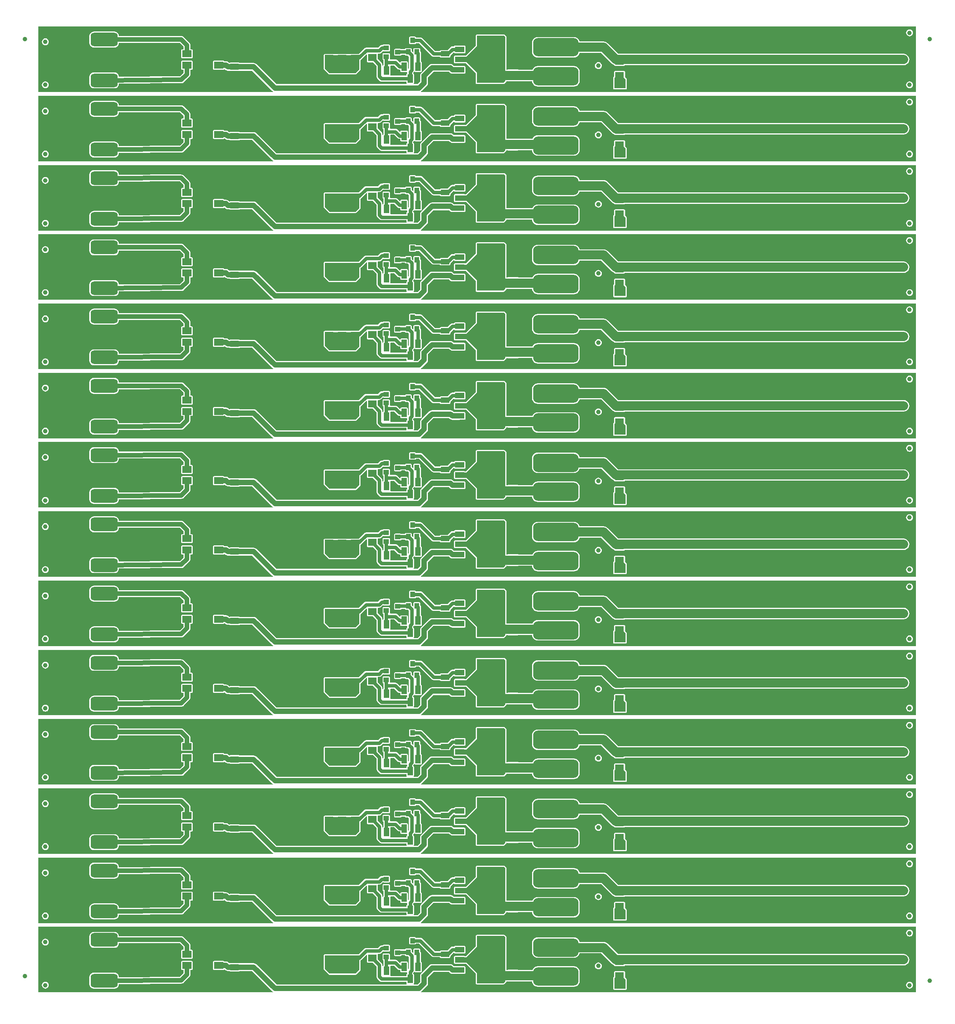
<source format=gtl>
G04 Layer_Physical_Order=1*
G04 Layer_Color=255*
%FSLAX44Y44*%
%MOMM*%
G71*
G01*
G75*
%ADD10C,1.0000*%
G04:AMPARAMS|DCode=11|XSize=6mm|YSize=3mm|CornerRadius=0.75mm|HoleSize=0mm|Usage=FLASHONLY|Rotation=0.000|XOffset=0mm|YOffset=0mm|HoleType=Round|Shape=RoundedRectangle|*
%AMROUNDEDRECTD11*
21,1,6.0000,1.5000,0,0,0.0*
21,1,4.5000,3.0000,0,0,0.0*
1,1,1.5000,2.2500,-0.7500*
1,1,1.5000,-2.2500,-0.7500*
1,1,1.5000,-2.2500,0.7500*
1,1,1.5000,2.2500,0.7500*
%
%ADD11ROUNDEDRECTD11*%
%ADD12R,2.0000X1.2000*%
%ADD13R,2.0000X4.0000*%
G04:AMPARAMS|DCode=14|XSize=10mm|YSize=4mm|CornerRadius=1mm|HoleSize=0mm|Usage=FLASHONLY|Rotation=180.000|XOffset=0mm|YOffset=0mm|HoleType=Round|Shape=RoundedRectangle|*
%AMROUNDEDRECTD14*
21,1,10.0000,2.0000,0,0,180.0*
21,1,8.0000,4.0000,0,0,180.0*
1,1,2.0000,-4.0000,1.0000*
1,1,2.0000,4.0000,1.0000*
1,1,2.0000,4.0000,-1.0000*
1,1,2.0000,-4.0000,-1.0000*
%
%ADD14ROUNDEDRECTD14*%
%ADD15R,2.1500X2.1000*%
%ADD16R,1.8500X1.1500*%
%ADD17R,1.9500X1.3500*%
%ADD18R,2.0000X1.5000*%
%ADD19R,1.0000X1.1500*%
%ADD20R,1.8500X1.5500*%
%ADD21R,1.1500X1.8500*%
%ADD22R,1.1500X1.0000*%
%ADD23C,2.0000*%
%ADD24C,0.8000*%
%ADD25C,1.2000*%
%ADD26C,1.0000*%
%ADD27C,0.8000*%
G36*
X1024000Y2334250D02*
Y2303000D01*
X1015500Y2294500D01*
X958000D01*
X947500Y2305000D01*
Y2334750D01*
X1023500D01*
X1024000Y2334250D01*
D02*
G37*
G36*
X2253881Y2253119D02*
X1160444D01*
X1160192Y2254389D01*
X1160557Y2254541D01*
X1162341Y2255909D01*
X1173341Y2266909D01*
X1174710Y2268694D01*
X1175214Y2269910D01*
X1175570Y2270771D01*
X1175864Y2273000D01*
Y2285682D01*
X1188068Y2297887D01*
X1221932D01*
X1223409Y2296410D01*
X1223409Y2296410D01*
X1225193Y2295041D01*
X1227271Y2294180D01*
X1228385Y2294033D01*
X1229500Y2293887D01*
X1229500Y2293887D01*
X1245750D01*
X1245932Y2293911D01*
X1255750D01*
X1256741Y2294108D01*
X1257581Y2294669D01*
X1258143Y2295509D01*
X1258340Y2296500D01*
Y2308500D01*
X1258143Y2309491D01*
X1257581Y2310332D01*
X1256741Y2310893D01*
X1255750Y2311090D01*
X1245932D01*
X1245750Y2311114D01*
X1233068D01*
X1231591Y2312591D01*
X1229807Y2313960D01*
X1228590Y2314464D01*
X1227729Y2314821D01*
X1225500Y2315114D01*
X1184500D01*
X1182271Y2314821D01*
X1180193Y2313960D01*
X1178409Y2312591D01*
X1161159Y2295341D01*
X1160350Y2294287D01*
X1159669Y2293831D01*
X1159107Y2292991D01*
X1158910Y2292000D01*
Y2291331D01*
X1158636Y2289250D01*
Y2276568D01*
X1152682Y2270614D01*
X1144537D01*
X1144218Y2271092D01*
X1143975Y2271884D01*
X1144393Y2272509D01*
X1144590Y2273500D01*
Y2292000D01*
X1144393Y2292991D01*
X1143831Y2293831D01*
X1142991Y2294393D01*
X1142847Y2294422D01*
Y2295768D01*
X1144164Y2297086D01*
X1144806Y2297922D01*
X1146041Y2298146D01*
X1146405Y2298011D01*
X1147009Y2297608D01*
X1148000Y2297411D01*
X1159500D01*
X1160491Y2297608D01*
X1161331Y2298169D01*
X1161893Y2299009D01*
X1162090Y2300000D01*
Y2318500D01*
X1161893Y2319491D01*
X1161331Y2320332D01*
X1160491Y2320893D01*
X1160346Y2320922D01*
Y2339000D01*
X1160122Y2340708D01*
X1159463Y2342298D01*
X1158590Y2343436D01*
Y2347500D01*
X1158393Y2348491D01*
X1157831Y2349332D01*
X1156991Y2349893D01*
X1156000Y2350090D01*
X1146000D01*
X1145009Y2349893D01*
X1144169Y2349332D01*
X1143607Y2348491D01*
X1143410Y2347500D01*
Y2341328D01*
X1142237Y2340842D01*
X1139590Y2343489D01*
Y2347500D01*
X1139393Y2348491D01*
X1138831Y2349332D01*
X1137991Y2349893D01*
X1137000Y2350090D01*
X1127000D01*
X1126009Y2349893D01*
X1125169Y2349332D01*
X1124607Y2348491D01*
X1124579Y2348347D01*
X1115810D01*
X1115741Y2348393D01*
X1114750Y2348590D01*
X1103250D01*
X1102259Y2348393D01*
X1101419Y2347832D01*
X1100857Y2346991D01*
X1100660Y2346000D01*
Y2336000D01*
X1100857Y2335009D01*
X1101419Y2334169D01*
X1102259Y2333608D01*
X1103250Y2333410D01*
X1114750D01*
X1115741Y2333608D01*
X1116581Y2334169D01*
X1117143Y2335009D01*
X1117171Y2335154D01*
X1124579D01*
X1124607Y2335009D01*
X1125169Y2334169D01*
X1126009Y2333608D01*
X1127000Y2333410D01*
X1131011D01*
X1132904Y2331518D01*
Y2305054D01*
X1132360Y2304645D01*
X1131090Y2305278D01*
Y2318500D01*
X1130893Y2319491D01*
X1130331Y2320332D01*
X1129491Y2320893D01*
X1128500Y2321090D01*
X1117000D01*
X1116009Y2320893D01*
X1115169Y2320332D01*
X1114607Y2319491D01*
X1114446Y2318679D01*
X1113459Y2318106D01*
X1113292Y2318037D01*
X1108164Y2323165D01*
X1106798Y2324213D01*
X1105207Y2324872D01*
X1103500Y2325097D01*
X1092778D01*
X1091813Y2326367D01*
X1091840Y2326500D01*
Y2336500D01*
X1091643Y2337491D01*
X1091081Y2338331D01*
X1090241Y2338893D01*
X1089250Y2339090D01*
X1077750D01*
X1076759Y2338893D01*
X1075919Y2338331D01*
X1075357Y2337491D01*
X1075160Y2336500D01*
Y2326500D01*
X1075357Y2325509D01*
X1075919Y2324669D01*
X1076759Y2324108D01*
X1076904Y2324079D01*
Y2312238D01*
X1076669Y2312081D01*
X1076107Y2311241D01*
X1074846Y2311412D01*
Y2313250D01*
X1074622Y2314958D01*
X1073963Y2316548D01*
X1072914Y2317915D01*
X1064340Y2326489D01*
Y2336750D01*
X1065405Y2337904D01*
X1067750D01*
X1069457Y2338129D01*
X1071048Y2338788D01*
X1072414Y2339836D01*
X1076116Y2343537D01*
X1076759Y2343108D01*
X1077750Y2342910D01*
X1089250D01*
X1090241Y2343108D01*
X1091081Y2343669D01*
X1091643Y2344509D01*
X1091840Y2345500D01*
Y2355500D01*
X1091643Y2356491D01*
X1091081Y2357332D01*
X1090241Y2357893D01*
X1089250Y2358090D01*
X1077750D01*
X1076759Y2357893D01*
X1075919Y2357332D01*
X1075762Y2357097D01*
X1073750D01*
X1072043Y2356872D01*
X1070452Y2356213D01*
X1069086Y2355165D01*
X1065018Y2351097D01*
X1038750D01*
X1037043Y2350872D01*
X1035452Y2350213D01*
X1034086Y2349165D01*
X1022261Y2337340D01*
X947500D01*
X946509Y2337143D01*
X945669Y2336582D01*
X945107Y2335741D01*
X944910Y2334750D01*
Y2323250D01*
Y2305000D01*
X945107Y2304009D01*
X945669Y2303169D01*
X956169Y2292669D01*
X957009Y2292108D01*
X958000Y2291911D01*
X1015500D01*
X1016491Y2292108D01*
X1017331Y2292669D01*
X1025831Y2301169D01*
X1026393Y2302009D01*
X1026590Y2303000D01*
Y2323320D01*
X1027914Y2324336D01*
X1039390Y2335812D01*
X1040660Y2335286D01*
Y2321250D01*
X1040857Y2320259D01*
X1041419Y2319419D01*
X1042259Y2318858D01*
X1043250Y2318660D01*
X1053511D01*
X1061654Y2310518D01*
Y2287750D01*
X1061878Y2286043D01*
X1062537Y2284452D01*
X1063586Y2283086D01*
X1068586Y2278086D01*
X1069952Y2277038D01*
X1071543Y2276379D01*
X1073250Y2276154D01*
X1127910D01*
Y2273500D01*
X1128107Y2272509D01*
X1128525Y2271884D01*
X1128282Y2271092D01*
X1127963Y2270614D01*
X840818D01*
X796591Y2314841D01*
X794807Y2316210D01*
X792729Y2317070D01*
X790500Y2317364D01*
X759783D01*
X758991Y2317893D01*
X758000Y2318090D01*
X738500D01*
X737509Y2317893D01*
X736778Y2317404D01*
X735591Y2318591D01*
X733807Y2319960D01*
X731729Y2320820D01*
X729500Y2321114D01*
X725311D01*
X724831Y2321832D01*
X723991Y2322393D01*
X723000Y2322590D01*
X703000D01*
X702009Y2322393D01*
X701169Y2321832D01*
X700607Y2320991D01*
X700410Y2320000D01*
Y2305000D01*
X700607Y2304009D01*
X701169Y2303169D01*
X702009Y2302608D01*
X703000Y2302410D01*
X723000D01*
X723991Y2302608D01*
X724831Y2303169D01*
X724910Y2303287D01*
X726412Y2303407D01*
X727159Y2302659D01*
X728943Y2301291D01*
X731021Y2300430D01*
X733250Y2300137D01*
X736717D01*
X737509Y2299608D01*
X738500Y2299411D01*
X758000D01*
X758991Y2299608D01*
X759783Y2300137D01*
X786932D01*
X831159Y2255909D01*
X832943Y2254541D01*
X833308Y2254389D01*
X833056Y2253119D01*
X314119D01*
Y2397881D01*
X2253881D01*
Y2253119D01*
D02*
G37*
G36*
X1108086Y2304586D02*
X1109452Y2303538D01*
X1111043Y2302879D01*
X1112750Y2302654D01*
X1114410D01*
Y2300000D01*
X1114607Y2299009D01*
X1115169Y2298169D01*
X1116009Y2297608D01*
X1117000Y2297410D01*
X1128500D01*
X1129654Y2296345D01*
Y2294422D01*
X1129509Y2294393D01*
X1128669Y2293831D01*
X1128107Y2292991D01*
X1127910Y2292000D01*
Y2289347D01*
X1092976D01*
X1092297Y2290617D01*
X1092393Y2290759D01*
X1092590Y2291750D01*
Y2310250D01*
X1092514Y2310634D01*
X1093361Y2311904D01*
X1100768D01*
X1108086Y2304586D01*
D02*
G37*
G36*
X1024000Y2181250D02*
Y2150000D01*
X1015500Y2141500D01*
X958000D01*
X947500Y2152000D01*
Y2181750D01*
X1023500D01*
X1024000Y2181250D01*
D02*
G37*
G36*
X2253881Y2100119D02*
X1160444D01*
X1160192Y2101389D01*
X1160557Y2101541D01*
X1162341Y2102910D01*
X1173341Y2113909D01*
X1174710Y2115693D01*
X1175214Y2116910D01*
X1175570Y2117771D01*
X1175864Y2120000D01*
Y2132682D01*
X1188068Y2144887D01*
X1221932D01*
X1223409Y2143410D01*
X1223409Y2143409D01*
X1225193Y2142041D01*
X1227271Y2141180D01*
X1228385Y2141033D01*
X1229500Y2140887D01*
X1229500Y2140887D01*
X1245750D01*
X1245932Y2140911D01*
X1255750D01*
X1256741Y2141108D01*
X1257581Y2141669D01*
X1258143Y2142509D01*
X1258340Y2143500D01*
Y2155500D01*
X1258143Y2156491D01*
X1257581Y2157332D01*
X1256741Y2157893D01*
X1255750Y2158090D01*
X1245932D01*
X1245750Y2158114D01*
X1233068D01*
X1231591Y2159591D01*
X1229807Y2160960D01*
X1228590Y2161464D01*
X1227729Y2161820D01*
X1225500Y2162114D01*
X1184500D01*
X1182271Y2161820D01*
X1180193Y2160960D01*
X1178409Y2159591D01*
X1161159Y2142341D01*
X1160350Y2141287D01*
X1159669Y2140831D01*
X1159107Y2139991D01*
X1158910Y2139000D01*
Y2138331D01*
X1158636Y2136250D01*
Y2123568D01*
X1152682Y2117614D01*
X1144537D01*
X1144218Y2118092D01*
X1143975Y2118884D01*
X1144393Y2119509D01*
X1144590Y2120500D01*
Y2139000D01*
X1144393Y2139991D01*
X1143831Y2140831D01*
X1142991Y2141393D01*
X1142847Y2141422D01*
Y2142768D01*
X1144164Y2144086D01*
X1144806Y2144922D01*
X1146041Y2145146D01*
X1146405Y2145011D01*
X1147009Y2144608D01*
X1148000Y2144411D01*
X1159500D01*
X1160491Y2144608D01*
X1161331Y2145169D01*
X1161893Y2146009D01*
X1162090Y2147000D01*
Y2165500D01*
X1161893Y2166491D01*
X1161331Y2167332D01*
X1160491Y2167893D01*
X1160346Y2167922D01*
Y2186000D01*
X1160122Y2187708D01*
X1159463Y2189299D01*
X1158590Y2190436D01*
Y2194500D01*
X1158393Y2195491D01*
X1157831Y2196331D01*
X1156991Y2196893D01*
X1156000Y2197090D01*
X1146000D01*
X1145009Y2196893D01*
X1144169Y2196331D01*
X1143607Y2195491D01*
X1143410Y2194500D01*
Y2188328D01*
X1142237Y2187842D01*
X1139590Y2190489D01*
Y2194500D01*
X1139393Y2195491D01*
X1138831Y2196331D01*
X1137991Y2196893D01*
X1137000Y2197090D01*
X1127000D01*
X1126009Y2196893D01*
X1125169Y2196331D01*
X1124607Y2195491D01*
X1124579Y2195347D01*
X1115810D01*
X1115741Y2195393D01*
X1114750Y2195590D01*
X1103250D01*
X1102259Y2195393D01*
X1101419Y2194831D01*
X1100857Y2193991D01*
X1100660Y2193000D01*
Y2183000D01*
X1100857Y2182009D01*
X1101419Y2181169D01*
X1102259Y2180608D01*
X1103250Y2180410D01*
X1114750D01*
X1115741Y2180608D01*
X1116581Y2181169D01*
X1117143Y2182009D01*
X1117171Y2182154D01*
X1124579D01*
X1124607Y2182009D01*
X1125169Y2181169D01*
X1126009Y2180608D01*
X1127000Y2180410D01*
X1131011D01*
X1132904Y2178518D01*
Y2152054D01*
X1132360Y2151645D01*
X1131090Y2152278D01*
Y2165500D01*
X1130893Y2166491D01*
X1130331Y2167332D01*
X1129491Y2167893D01*
X1128500Y2168090D01*
X1117000D01*
X1116009Y2167893D01*
X1115169Y2167332D01*
X1114607Y2166491D01*
X1114446Y2165679D01*
X1113459Y2165106D01*
X1113292Y2165037D01*
X1108164Y2170165D01*
X1106798Y2171213D01*
X1105207Y2171872D01*
X1103500Y2172097D01*
X1092778D01*
X1091813Y2173367D01*
X1091840Y2173500D01*
Y2183500D01*
X1091643Y2184491D01*
X1091081Y2185332D01*
X1090241Y2185893D01*
X1089250Y2186090D01*
X1077750D01*
X1076759Y2185893D01*
X1075919Y2185332D01*
X1075357Y2184491D01*
X1075160Y2183500D01*
Y2173500D01*
X1075357Y2172509D01*
X1075919Y2171669D01*
X1076759Y2171108D01*
X1076904Y2171079D01*
Y2159238D01*
X1076669Y2159082D01*
X1076107Y2158241D01*
X1074846Y2158412D01*
Y2160250D01*
X1074622Y2161958D01*
X1073963Y2163548D01*
X1072914Y2164915D01*
X1064340Y2173489D01*
Y2183750D01*
X1065405Y2184904D01*
X1067750D01*
X1069457Y2185129D01*
X1071048Y2185788D01*
X1072414Y2186836D01*
X1076116Y2190537D01*
X1076759Y2190108D01*
X1077750Y2189910D01*
X1089250D01*
X1090241Y2190108D01*
X1091081Y2190669D01*
X1091643Y2191509D01*
X1091840Y2192500D01*
Y2202500D01*
X1091643Y2203491D01*
X1091081Y2204332D01*
X1090241Y2204893D01*
X1089250Y2205090D01*
X1077750D01*
X1076759Y2204893D01*
X1075919Y2204332D01*
X1075762Y2204097D01*
X1073750D01*
X1072043Y2203872D01*
X1070452Y2203213D01*
X1069086Y2202165D01*
X1065018Y2198097D01*
X1038750D01*
X1037043Y2197872D01*
X1035452Y2197213D01*
X1034086Y2196165D01*
X1022261Y2184340D01*
X947500D01*
X946509Y2184143D01*
X945669Y2183582D01*
X945107Y2182741D01*
X944910Y2181750D01*
Y2170250D01*
Y2152000D01*
X945107Y2151009D01*
X945669Y2150169D01*
X956169Y2139669D01*
X957009Y2139108D01*
X958000Y2138911D01*
X1015500D01*
X1016491Y2139108D01*
X1017331Y2139669D01*
X1025831Y2148169D01*
X1026393Y2149009D01*
X1026590Y2150000D01*
Y2170320D01*
X1027914Y2171336D01*
X1039390Y2182812D01*
X1040660Y2182286D01*
Y2168250D01*
X1040857Y2167259D01*
X1041419Y2166419D01*
X1042259Y2165858D01*
X1043250Y2165661D01*
X1053511D01*
X1061654Y2157518D01*
Y2134750D01*
X1061878Y2133043D01*
X1062537Y2131452D01*
X1063586Y2130086D01*
X1068586Y2125086D01*
X1069952Y2124038D01*
X1071543Y2123379D01*
X1073250Y2123154D01*
X1127910D01*
Y2120500D01*
X1128107Y2119509D01*
X1128525Y2118884D01*
X1128282Y2118092D01*
X1127963Y2117614D01*
X840818D01*
X796591Y2161841D01*
X794807Y2163210D01*
X792729Y2164070D01*
X790500Y2164364D01*
X759783D01*
X758991Y2164893D01*
X758000Y2165090D01*
X738500D01*
X737509Y2164893D01*
X736778Y2164404D01*
X735591Y2165591D01*
X733807Y2166960D01*
X731729Y2167820D01*
X729500Y2168114D01*
X725311D01*
X724831Y2168831D01*
X723991Y2169393D01*
X723000Y2169590D01*
X703000D01*
X702009Y2169393D01*
X701169Y2168831D01*
X700607Y2167991D01*
X700410Y2167000D01*
Y2152000D01*
X700607Y2151009D01*
X701169Y2150169D01*
X702009Y2149608D01*
X703000Y2149411D01*
X723000D01*
X723991Y2149608D01*
X724831Y2150169D01*
X724910Y2150287D01*
X726412Y2150407D01*
X727159Y2149659D01*
X728943Y2148291D01*
X731021Y2147430D01*
X733250Y2147137D01*
X736717D01*
X737509Y2146608D01*
X738500Y2146411D01*
X758000D01*
X758991Y2146608D01*
X759783Y2147137D01*
X786932D01*
X831159Y2102910D01*
X832943Y2101541D01*
X833308Y2101389D01*
X833056Y2100119D01*
X314119D01*
Y2244881D01*
X2253881D01*
Y2100119D01*
D02*
G37*
G36*
X1108086Y2151586D02*
X1109452Y2150538D01*
X1111043Y2149879D01*
X1112750Y2149654D01*
X1114410D01*
Y2147000D01*
X1114607Y2146009D01*
X1115169Y2145169D01*
X1116009Y2144608D01*
X1117000Y2144411D01*
X1128500D01*
X1129654Y2143345D01*
Y2141422D01*
X1129509Y2141393D01*
X1128669Y2140831D01*
X1128107Y2139991D01*
X1127910Y2139000D01*
Y2136347D01*
X1092976D01*
X1092297Y2137617D01*
X1092393Y2137759D01*
X1092590Y2138750D01*
Y2157250D01*
X1092514Y2157634D01*
X1093361Y2158904D01*
X1100768D01*
X1108086Y2151586D01*
D02*
G37*
G36*
X1024000Y2028250D02*
Y1997000D01*
X1015500Y1988500D01*
X958000D01*
X947500Y1999000D01*
Y2028750D01*
X1023500D01*
X1024000Y2028250D01*
D02*
G37*
G36*
X2253881Y1947119D02*
X1160444D01*
X1160192Y1948389D01*
X1160557Y1948541D01*
X1162341Y1949910D01*
X1173341Y1960909D01*
X1174710Y1962693D01*
X1175214Y1963910D01*
X1175570Y1964771D01*
X1175864Y1967000D01*
Y1979682D01*
X1188068Y1991887D01*
X1221932D01*
X1223409Y1990410D01*
X1223409Y1990410D01*
X1225193Y1989041D01*
X1227271Y1988180D01*
X1228385Y1988033D01*
X1229500Y1987887D01*
X1229500Y1987887D01*
X1245750D01*
X1245932Y1987911D01*
X1255750D01*
X1256741Y1988108D01*
X1257581Y1988669D01*
X1258143Y1989509D01*
X1258340Y1990500D01*
Y2002500D01*
X1258143Y2003491D01*
X1257581Y2004332D01*
X1256741Y2004893D01*
X1255750Y2005090D01*
X1245932D01*
X1245750Y2005114D01*
X1233068D01*
X1231591Y2006591D01*
X1229807Y2007960D01*
X1228590Y2008464D01*
X1227729Y2008820D01*
X1225500Y2009114D01*
X1184500D01*
X1182271Y2008820D01*
X1180193Y2007960D01*
X1178409Y2006591D01*
X1161159Y1989341D01*
X1160350Y1988287D01*
X1159669Y1987832D01*
X1159107Y1986991D01*
X1158910Y1986000D01*
Y1985331D01*
X1158636Y1983250D01*
Y1970568D01*
X1152682Y1964614D01*
X1144537D01*
X1144218Y1965092D01*
X1143975Y1965884D01*
X1144393Y1966509D01*
X1144590Y1967500D01*
Y1986000D01*
X1144393Y1986991D01*
X1143831Y1987832D01*
X1142991Y1988393D01*
X1142847Y1988422D01*
Y1989768D01*
X1144164Y1991086D01*
X1144806Y1991922D01*
X1146041Y1992146D01*
X1146405Y1992011D01*
X1147009Y1991608D01*
X1148000Y1991411D01*
X1159500D01*
X1160491Y1991608D01*
X1161331Y1992169D01*
X1161893Y1993009D01*
X1162090Y1994000D01*
Y2012500D01*
X1161893Y2013491D01*
X1161331Y2014332D01*
X1160491Y2014893D01*
X1160346Y2014922D01*
Y2033000D01*
X1160122Y2034708D01*
X1159463Y2036299D01*
X1158590Y2037436D01*
Y2041500D01*
X1158393Y2042491D01*
X1157831Y2043331D01*
X1156991Y2043893D01*
X1156000Y2044090D01*
X1146000D01*
X1145009Y2043893D01*
X1144169Y2043331D01*
X1143607Y2042491D01*
X1143410Y2041500D01*
Y2035328D01*
X1142237Y2034842D01*
X1139590Y2037489D01*
Y2041500D01*
X1139393Y2042491D01*
X1138831Y2043331D01*
X1137991Y2043893D01*
X1137000Y2044090D01*
X1127000D01*
X1126009Y2043893D01*
X1125169Y2043331D01*
X1124607Y2042491D01*
X1124579Y2042347D01*
X1115810D01*
X1115741Y2042393D01*
X1114750Y2042590D01*
X1103250D01*
X1102259Y2042393D01*
X1101419Y2041831D01*
X1100857Y2040991D01*
X1100660Y2040000D01*
Y2030000D01*
X1100857Y2029009D01*
X1101419Y2028169D01*
X1102259Y2027608D01*
X1103250Y2027410D01*
X1114750D01*
X1115741Y2027608D01*
X1116581Y2028169D01*
X1117143Y2029009D01*
X1117171Y2029154D01*
X1124579D01*
X1124607Y2029009D01*
X1125169Y2028169D01*
X1126009Y2027608D01*
X1127000Y2027410D01*
X1131011D01*
X1132904Y2025518D01*
Y1999054D01*
X1132360Y1998645D01*
X1131090Y1999278D01*
Y2012500D01*
X1130893Y2013491D01*
X1130331Y2014332D01*
X1129491Y2014893D01*
X1128500Y2015090D01*
X1117000D01*
X1116009Y2014893D01*
X1115169Y2014332D01*
X1114607Y2013491D01*
X1114446Y2012679D01*
X1113459Y2012106D01*
X1113292Y2012037D01*
X1108164Y2017165D01*
X1106798Y2018213D01*
X1105207Y2018872D01*
X1103500Y2019097D01*
X1092778D01*
X1091813Y2020367D01*
X1091840Y2020500D01*
Y2030500D01*
X1091643Y2031491D01*
X1091081Y2032332D01*
X1090241Y2032893D01*
X1089250Y2033090D01*
X1077750D01*
X1076759Y2032893D01*
X1075919Y2032332D01*
X1075357Y2031491D01*
X1075160Y2030500D01*
Y2020500D01*
X1075357Y2019509D01*
X1075919Y2018669D01*
X1076759Y2018108D01*
X1076904Y2018079D01*
Y2006238D01*
X1076669Y2006082D01*
X1076107Y2005241D01*
X1074846Y2005412D01*
Y2007250D01*
X1074622Y2008958D01*
X1073963Y2010549D01*
X1072914Y2011915D01*
X1064340Y2020489D01*
Y2030750D01*
X1065405Y2031904D01*
X1067750D01*
X1069457Y2032129D01*
X1071048Y2032788D01*
X1072414Y2033836D01*
X1076116Y2037537D01*
X1076759Y2037108D01*
X1077750Y2036911D01*
X1089250D01*
X1090241Y2037108D01*
X1091081Y2037669D01*
X1091643Y2038509D01*
X1091840Y2039500D01*
Y2049500D01*
X1091643Y2050491D01*
X1091081Y2051331D01*
X1090241Y2051893D01*
X1089250Y2052090D01*
X1077750D01*
X1076759Y2051893D01*
X1075919Y2051331D01*
X1075762Y2051097D01*
X1073750D01*
X1072043Y2050872D01*
X1070452Y2050213D01*
X1069086Y2049165D01*
X1065018Y2045097D01*
X1038750D01*
X1037043Y2044872D01*
X1035452Y2044213D01*
X1034086Y2043165D01*
X1022261Y2031340D01*
X947500D01*
X946509Y2031143D01*
X945669Y2030582D01*
X945107Y2029741D01*
X944910Y2028750D01*
Y2017250D01*
Y1999000D01*
X945107Y1998009D01*
X945669Y1997169D01*
X956169Y1986669D01*
X957009Y1986108D01*
X958000Y1985910D01*
X1015500D01*
X1016491Y1986108D01*
X1017331Y1986669D01*
X1025831Y1995169D01*
X1026393Y1996009D01*
X1026590Y1997000D01*
Y2017319D01*
X1027914Y2018336D01*
X1039390Y2029812D01*
X1040660Y2029286D01*
Y2015250D01*
X1040857Y2014259D01*
X1041419Y2013419D01*
X1042259Y2012858D01*
X1043250Y2012661D01*
X1053511D01*
X1061654Y2004518D01*
Y1981750D01*
X1061878Y1980043D01*
X1062537Y1978452D01*
X1063586Y1977086D01*
X1068586Y1972086D01*
X1069952Y1971038D01*
X1071543Y1970379D01*
X1073250Y1970154D01*
X1127910D01*
Y1967500D01*
X1128107Y1966509D01*
X1128525Y1965884D01*
X1128282Y1965092D01*
X1127963Y1964614D01*
X840818D01*
X796591Y2008841D01*
X794807Y2010210D01*
X792729Y2011070D01*
X790500Y2011364D01*
X759783D01*
X758991Y2011893D01*
X758000Y2012090D01*
X738500D01*
X737509Y2011893D01*
X736778Y2011404D01*
X735591Y2012591D01*
X733807Y2013960D01*
X731729Y2014820D01*
X729500Y2015114D01*
X725311D01*
X724831Y2015831D01*
X723991Y2016393D01*
X723000Y2016590D01*
X703000D01*
X702009Y2016393D01*
X701169Y2015831D01*
X700607Y2014991D01*
X700410Y2014000D01*
Y1999000D01*
X700607Y1998009D01*
X701169Y1997169D01*
X702009Y1996608D01*
X703000Y1996411D01*
X723000D01*
X723991Y1996608D01*
X724831Y1997169D01*
X724910Y1997287D01*
X726412Y1997407D01*
X727159Y1996660D01*
X728943Y1995291D01*
X731021Y1994430D01*
X733250Y1994137D01*
X736717D01*
X737509Y1993608D01*
X738500Y1993410D01*
X758000D01*
X758991Y1993608D01*
X759783Y1994137D01*
X786932D01*
X831159Y1949910D01*
X832943Y1948541D01*
X833308Y1948389D01*
X833056Y1947119D01*
X314119D01*
Y2091881D01*
X2253881D01*
Y1947119D01*
D02*
G37*
G36*
X1108086Y1998586D02*
X1109452Y1997538D01*
X1111043Y1996879D01*
X1112750Y1996654D01*
X1114410D01*
Y1994000D01*
X1114607Y1993009D01*
X1115169Y1992169D01*
X1116009Y1991608D01*
X1117000Y1991411D01*
X1128500D01*
X1129654Y1990345D01*
Y1988422D01*
X1129509Y1988393D01*
X1128669Y1987832D01*
X1128107Y1986991D01*
X1127910Y1986000D01*
Y1983347D01*
X1092976D01*
X1092297Y1984617D01*
X1092393Y1984759D01*
X1092590Y1985750D01*
Y2004250D01*
X1092514Y2004634D01*
X1093361Y2005904D01*
X1100768D01*
X1108086Y1998586D01*
D02*
G37*
G36*
X1024000Y1875250D02*
Y1844000D01*
X1015500Y1835500D01*
X958000D01*
X947500Y1846000D01*
Y1875750D01*
X1023500D01*
X1024000Y1875250D01*
D02*
G37*
G36*
X2253881Y1794119D02*
X1160444D01*
X1160192Y1795389D01*
X1160557Y1795541D01*
X1162341Y1796909D01*
X1173341Y1807909D01*
X1174710Y1809693D01*
X1175214Y1810910D01*
X1175570Y1811771D01*
X1175864Y1814000D01*
Y1826682D01*
X1188068Y1838887D01*
X1221932D01*
X1223409Y1837410D01*
X1223409Y1837410D01*
X1225193Y1836041D01*
X1227271Y1835180D01*
X1228385Y1835033D01*
X1229500Y1834887D01*
X1229500Y1834887D01*
X1245750D01*
X1245932Y1834910D01*
X1255750D01*
X1256741Y1835108D01*
X1257581Y1835669D01*
X1258143Y1836509D01*
X1258340Y1837500D01*
Y1849500D01*
X1258143Y1850491D01*
X1257581Y1851331D01*
X1256741Y1851893D01*
X1255750Y1852090D01*
X1245932D01*
X1245750Y1852114D01*
X1233068D01*
X1231591Y1853591D01*
X1229807Y1854960D01*
X1228590Y1855464D01*
X1227729Y1855820D01*
X1225500Y1856114D01*
X1184500D01*
X1182271Y1855820D01*
X1180193Y1854960D01*
X1178409Y1853591D01*
X1161159Y1836341D01*
X1160350Y1835287D01*
X1159669Y1834832D01*
X1159107Y1833991D01*
X1158910Y1833000D01*
Y1832331D01*
X1158636Y1830250D01*
Y1817568D01*
X1152682Y1811614D01*
X1144537D01*
X1144218Y1812092D01*
X1143975Y1812884D01*
X1144393Y1813509D01*
X1144590Y1814500D01*
Y1833000D01*
X1144393Y1833991D01*
X1143831Y1834832D01*
X1142991Y1835393D01*
X1142847Y1835422D01*
Y1836768D01*
X1144164Y1838086D01*
X1144806Y1838922D01*
X1146041Y1839146D01*
X1146405Y1839011D01*
X1147009Y1838608D01*
X1148000Y1838410D01*
X1159500D01*
X1160491Y1838608D01*
X1161331Y1839169D01*
X1161893Y1840009D01*
X1162090Y1841000D01*
Y1859500D01*
X1161893Y1860491D01*
X1161331Y1861331D01*
X1160491Y1861893D01*
X1160346Y1861922D01*
Y1880000D01*
X1160122Y1881707D01*
X1159463Y1883298D01*
X1158590Y1884436D01*
Y1888500D01*
X1158393Y1889491D01*
X1157831Y1890332D01*
X1156991Y1890893D01*
X1156000Y1891090D01*
X1146000D01*
X1145009Y1890893D01*
X1144169Y1890332D01*
X1143607Y1889491D01*
X1143410Y1888500D01*
Y1882328D01*
X1142237Y1881842D01*
X1139590Y1884489D01*
Y1888500D01*
X1139393Y1889491D01*
X1138831Y1890331D01*
X1137991Y1890893D01*
X1137000Y1891090D01*
X1127000D01*
X1126009Y1890893D01*
X1125169Y1890331D01*
X1124607Y1889491D01*
X1124579Y1889347D01*
X1115810D01*
X1115741Y1889393D01*
X1114750Y1889590D01*
X1103250D01*
X1102259Y1889393D01*
X1101419Y1888831D01*
X1100857Y1887991D01*
X1100660Y1887000D01*
Y1877000D01*
X1100857Y1876009D01*
X1101419Y1875169D01*
X1102259Y1874608D01*
X1103250Y1874410D01*
X1114750D01*
X1115741Y1874608D01*
X1116581Y1875169D01*
X1117143Y1876009D01*
X1117171Y1876154D01*
X1124579D01*
X1124607Y1876009D01*
X1125169Y1875169D01*
X1126009Y1874608D01*
X1127000Y1874410D01*
X1131011D01*
X1132904Y1872518D01*
Y1846054D01*
X1132360Y1845645D01*
X1131090Y1846278D01*
Y1859500D01*
X1130893Y1860491D01*
X1130331Y1861331D01*
X1129491Y1861893D01*
X1128500Y1862090D01*
X1117000D01*
X1116009Y1861893D01*
X1115169Y1861331D01*
X1114607Y1860491D01*
X1114446Y1859679D01*
X1113459Y1859106D01*
X1113292Y1859037D01*
X1108164Y1864165D01*
X1106798Y1865213D01*
X1105207Y1865872D01*
X1103500Y1866097D01*
X1092778D01*
X1091813Y1867367D01*
X1091840Y1867500D01*
Y1877500D01*
X1091643Y1878491D01*
X1091081Y1879331D01*
X1090241Y1879893D01*
X1089250Y1880090D01*
X1077750D01*
X1076759Y1879893D01*
X1075919Y1879331D01*
X1075357Y1878491D01*
X1075160Y1877500D01*
Y1867500D01*
X1075357Y1866509D01*
X1075919Y1865669D01*
X1076759Y1865108D01*
X1076904Y1865079D01*
Y1853238D01*
X1076669Y1853082D01*
X1076107Y1852241D01*
X1074846Y1852412D01*
Y1854250D01*
X1074622Y1855957D01*
X1073963Y1857549D01*
X1072914Y1858915D01*
X1064340Y1867489D01*
Y1877750D01*
X1065405Y1878904D01*
X1067750D01*
X1069457Y1879129D01*
X1071048Y1879788D01*
X1072414Y1880836D01*
X1076116Y1884537D01*
X1076759Y1884108D01*
X1077750Y1883910D01*
X1089250D01*
X1090241Y1884108D01*
X1091081Y1884669D01*
X1091643Y1885509D01*
X1091840Y1886500D01*
Y1896500D01*
X1091643Y1897491D01*
X1091081Y1898331D01*
X1090241Y1898893D01*
X1089250Y1899090D01*
X1077750D01*
X1076759Y1898893D01*
X1075919Y1898331D01*
X1075762Y1898097D01*
X1073750D01*
X1072043Y1897872D01*
X1070452Y1897213D01*
X1069086Y1896165D01*
X1065018Y1892097D01*
X1038750D01*
X1037043Y1891872D01*
X1035452Y1891213D01*
X1034086Y1890165D01*
X1022261Y1878340D01*
X947500D01*
X946509Y1878143D01*
X945669Y1877581D01*
X945107Y1876741D01*
X944910Y1875750D01*
Y1864250D01*
Y1846000D01*
X945107Y1845009D01*
X945669Y1844169D01*
X956169Y1833669D01*
X957009Y1833108D01*
X958000Y1832910D01*
X1015500D01*
X1016491Y1833108D01*
X1017331Y1833669D01*
X1025831Y1842169D01*
X1026393Y1843009D01*
X1026590Y1844000D01*
Y1864319D01*
X1027914Y1865336D01*
X1039390Y1876812D01*
X1040660Y1876286D01*
Y1862250D01*
X1040857Y1861259D01*
X1041419Y1860419D01*
X1042259Y1859858D01*
X1043250Y1859660D01*
X1053511D01*
X1061654Y1851518D01*
Y1828750D01*
X1061878Y1827043D01*
X1062537Y1825452D01*
X1063586Y1824086D01*
X1068586Y1819086D01*
X1069952Y1818038D01*
X1071543Y1817379D01*
X1073250Y1817154D01*
X1127910D01*
Y1814500D01*
X1128107Y1813509D01*
X1128525Y1812884D01*
X1128282Y1812092D01*
X1127963Y1811614D01*
X840818D01*
X796591Y1855841D01*
X794807Y1857210D01*
X792729Y1858070D01*
X790500Y1858364D01*
X759783D01*
X758991Y1858893D01*
X758000Y1859090D01*
X738500D01*
X737509Y1858893D01*
X736778Y1858404D01*
X735591Y1859591D01*
X733807Y1860960D01*
X731729Y1861820D01*
X729500Y1862114D01*
X725311D01*
X724831Y1862831D01*
X723991Y1863393D01*
X723000Y1863590D01*
X703000D01*
X702009Y1863393D01*
X701169Y1862831D01*
X700607Y1861991D01*
X700410Y1861000D01*
Y1846000D01*
X700607Y1845009D01*
X701169Y1844169D01*
X702009Y1843608D01*
X703000Y1843410D01*
X723000D01*
X723991Y1843608D01*
X724831Y1844169D01*
X724910Y1844287D01*
X726412Y1844407D01*
X727159Y1843659D01*
X728943Y1842291D01*
X731021Y1841430D01*
X733250Y1841137D01*
X736717D01*
X737509Y1840608D01*
X738500Y1840410D01*
X758000D01*
X758991Y1840608D01*
X759783Y1841137D01*
X786932D01*
X831159Y1796909D01*
X832943Y1795541D01*
X833308Y1795389D01*
X833056Y1794119D01*
X314119D01*
Y1938881D01*
X2253881D01*
Y1794119D01*
D02*
G37*
G36*
X1108086Y1845586D02*
X1109452Y1844538D01*
X1111043Y1843879D01*
X1112750Y1843654D01*
X1114410D01*
Y1841000D01*
X1114607Y1840009D01*
X1115169Y1839169D01*
X1116009Y1838608D01*
X1117000Y1838410D01*
X1128500D01*
X1129654Y1837345D01*
Y1835422D01*
X1129509Y1835393D01*
X1128669Y1834832D01*
X1128107Y1833991D01*
X1127910Y1833000D01*
Y1830347D01*
X1092976D01*
X1092297Y1831617D01*
X1092393Y1831759D01*
X1092590Y1832750D01*
Y1851250D01*
X1092514Y1851634D01*
X1093361Y1852904D01*
X1100768D01*
X1108086Y1845586D01*
D02*
G37*
G36*
X1024000Y1722250D02*
Y1691000D01*
X1015500Y1682500D01*
X958000D01*
X947500Y1693000D01*
Y1722750D01*
X1023500D01*
X1024000Y1722250D01*
D02*
G37*
G36*
X2253881Y1641119D02*
X1160444D01*
X1160192Y1642389D01*
X1160557Y1642540D01*
X1162341Y1643909D01*
X1173341Y1654909D01*
X1174710Y1656693D01*
X1175214Y1657910D01*
X1175570Y1658771D01*
X1175864Y1661000D01*
Y1673682D01*
X1188068Y1685887D01*
X1221932D01*
X1223409Y1684410D01*
X1223409Y1684409D01*
X1225193Y1683041D01*
X1227271Y1682180D01*
X1228385Y1682033D01*
X1229500Y1681887D01*
X1229500Y1681887D01*
X1245750D01*
X1245932Y1681911D01*
X1255750D01*
X1256741Y1682108D01*
X1257581Y1682669D01*
X1258143Y1683509D01*
X1258340Y1684500D01*
Y1696500D01*
X1258143Y1697491D01*
X1257581Y1698331D01*
X1256741Y1698893D01*
X1255750Y1699090D01*
X1245932D01*
X1245750Y1699114D01*
X1233068D01*
X1231591Y1700591D01*
X1229807Y1701960D01*
X1228590Y1702464D01*
X1227729Y1702820D01*
X1225500Y1703114D01*
X1184500D01*
X1182271Y1702820D01*
X1180193Y1701960D01*
X1178409Y1700591D01*
X1161159Y1683341D01*
X1160350Y1682287D01*
X1159669Y1681831D01*
X1159107Y1680991D01*
X1158910Y1680000D01*
Y1679331D01*
X1158636Y1677250D01*
Y1664568D01*
X1152682Y1658614D01*
X1144537D01*
X1144218Y1659092D01*
X1143975Y1659884D01*
X1144393Y1660509D01*
X1144590Y1661500D01*
Y1680000D01*
X1144393Y1680991D01*
X1143831Y1681831D01*
X1142991Y1682393D01*
X1142847Y1682422D01*
Y1683768D01*
X1144164Y1685086D01*
X1144806Y1685922D01*
X1146041Y1686146D01*
X1146405Y1686011D01*
X1147009Y1685608D01*
X1148000Y1685410D01*
X1159500D01*
X1160491Y1685608D01*
X1161331Y1686169D01*
X1161893Y1687009D01*
X1162090Y1688000D01*
Y1706500D01*
X1161893Y1707491D01*
X1161331Y1708331D01*
X1160491Y1708893D01*
X1160346Y1708922D01*
Y1727000D01*
X1160122Y1728707D01*
X1159463Y1730298D01*
X1158590Y1731436D01*
Y1735500D01*
X1158393Y1736491D01*
X1157831Y1737332D01*
X1156991Y1737893D01*
X1156000Y1738090D01*
X1146000D01*
X1145009Y1737893D01*
X1144169Y1737332D01*
X1143607Y1736491D01*
X1143410Y1735500D01*
Y1729328D01*
X1142237Y1728842D01*
X1139590Y1731489D01*
Y1735500D01*
X1139393Y1736491D01*
X1138831Y1737331D01*
X1137991Y1737893D01*
X1137000Y1738090D01*
X1127000D01*
X1126009Y1737893D01*
X1125169Y1737331D01*
X1124607Y1736491D01*
X1124579Y1736347D01*
X1115810D01*
X1115741Y1736393D01*
X1114750Y1736590D01*
X1103250D01*
X1102259Y1736393D01*
X1101419Y1735831D01*
X1100857Y1734991D01*
X1100660Y1734000D01*
Y1724000D01*
X1100857Y1723009D01*
X1101419Y1722169D01*
X1102259Y1721608D01*
X1103250Y1721410D01*
X1114750D01*
X1115741Y1721608D01*
X1116581Y1722169D01*
X1117143Y1723009D01*
X1117171Y1723154D01*
X1124579D01*
X1124607Y1723009D01*
X1125169Y1722169D01*
X1126009Y1721608D01*
X1127000Y1721410D01*
X1131011D01*
X1132904Y1719518D01*
Y1693054D01*
X1132360Y1692645D01*
X1131090Y1693278D01*
Y1706500D01*
X1130893Y1707491D01*
X1130331Y1708331D01*
X1129491Y1708893D01*
X1128500Y1709090D01*
X1117000D01*
X1116009Y1708893D01*
X1115169Y1708331D01*
X1114607Y1707491D01*
X1114446Y1706679D01*
X1113459Y1706106D01*
X1113292Y1706037D01*
X1108164Y1711165D01*
X1106798Y1712213D01*
X1105207Y1712872D01*
X1103500Y1713097D01*
X1092778D01*
X1091813Y1714367D01*
X1091840Y1714500D01*
Y1724500D01*
X1091643Y1725491D01*
X1091081Y1726331D01*
X1090241Y1726893D01*
X1089250Y1727090D01*
X1077750D01*
X1076759Y1726893D01*
X1075919Y1726331D01*
X1075357Y1725491D01*
X1075160Y1724500D01*
Y1714500D01*
X1075357Y1713509D01*
X1075919Y1712669D01*
X1076759Y1712108D01*
X1076904Y1712079D01*
Y1700238D01*
X1076669Y1700081D01*
X1076107Y1699241D01*
X1074846Y1699412D01*
Y1701250D01*
X1074622Y1702957D01*
X1073963Y1704548D01*
X1072914Y1705915D01*
X1064340Y1714489D01*
Y1724750D01*
X1065405Y1725904D01*
X1067750D01*
X1069457Y1726129D01*
X1071048Y1726788D01*
X1072414Y1727836D01*
X1076116Y1731537D01*
X1076759Y1731107D01*
X1077750Y1730910D01*
X1089250D01*
X1090241Y1731107D01*
X1091081Y1731669D01*
X1091643Y1732509D01*
X1091840Y1733500D01*
Y1743500D01*
X1091643Y1744491D01*
X1091081Y1745331D01*
X1090241Y1745893D01*
X1089250Y1746090D01*
X1077750D01*
X1076759Y1745893D01*
X1075919Y1745331D01*
X1075762Y1745097D01*
X1073750D01*
X1072043Y1744872D01*
X1070452Y1744213D01*
X1069086Y1743165D01*
X1065018Y1739097D01*
X1038750D01*
X1037043Y1738872D01*
X1035452Y1738213D01*
X1034086Y1737165D01*
X1022261Y1725340D01*
X947500D01*
X946509Y1725143D01*
X945669Y1724581D01*
X945107Y1723741D01*
X944910Y1722750D01*
Y1711250D01*
Y1693000D01*
X945107Y1692009D01*
X945669Y1691169D01*
X956169Y1680669D01*
X957009Y1680108D01*
X958000Y1679910D01*
X1015500D01*
X1016491Y1680108D01*
X1017331Y1680669D01*
X1025831Y1689169D01*
X1026393Y1690009D01*
X1026590Y1691000D01*
Y1711319D01*
X1027914Y1712336D01*
X1039390Y1723812D01*
X1040660Y1723286D01*
Y1709250D01*
X1040857Y1708259D01*
X1041419Y1707419D01*
X1042259Y1706858D01*
X1043250Y1706660D01*
X1053511D01*
X1061654Y1698518D01*
Y1675750D01*
X1061878Y1674043D01*
X1062537Y1672452D01*
X1063586Y1671086D01*
X1068586Y1666086D01*
X1069952Y1665038D01*
X1071543Y1664379D01*
X1073250Y1664154D01*
X1127910D01*
Y1661500D01*
X1128107Y1660509D01*
X1128525Y1659884D01*
X1128282Y1659092D01*
X1127963Y1658614D01*
X840818D01*
X796591Y1702841D01*
X794807Y1704210D01*
X792729Y1705070D01*
X790500Y1705364D01*
X759783D01*
X758991Y1705893D01*
X758000Y1706090D01*
X738500D01*
X737509Y1705893D01*
X736778Y1705404D01*
X735591Y1706591D01*
X733807Y1707960D01*
X731729Y1708820D01*
X729500Y1709114D01*
X725311D01*
X724831Y1709831D01*
X723991Y1710393D01*
X723000Y1710590D01*
X703000D01*
X702009Y1710393D01*
X701169Y1709831D01*
X700607Y1708991D01*
X700410Y1708000D01*
Y1693000D01*
X700607Y1692009D01*
X701169Y1691169D01*
X702009Y1690608D01*
X703000Y1690410D01*
X723000D01*
X723991Y1690608D01*
X724831Y1691169D01*
X724910Y1691287D01*
X726412Y1691407D01*
X727159Y1690659D01*
X728943Y1689291D01*
X731021Y1688430D01*
X733250Y1688136D01*
X736717D01*
X737509Y1687608D01*
X738500Y1687410D01*
X758000D01*
X758991Y1687608D01*
X759783Y1688136D01*
X786932D01*
X831159Y1643909D01*
X832943Y1642541D01*
X833308Y1642389D01*
X833056Y1641119D01*
X314119D01*
Y1785881D01*
X2253881D01*
Y1641119D01*
D02*
G37*
G36*
X1108086Y1692586D02*
X1109452Y1691537D01*
X1111043Y1690878D01*
X1112750Y1690654D01*
X1114410D01*
Y1688000D01*
X1114607Y1687009D01*
X1115169Y1686169D01*
X1116009Y1685608D01*
X1117000Y1685410D01*
X1128500D01*
X1129654Y1684345D01*
Y1682422D01*
X1129509Y1682393D01*
X1128669Y1681831D01*
X1128107Y1680991D01*
X1127910Y1680000D01*
Y1677347D01*
X1092976D01*
X1092297Y1678617D01*
X1092393Y1678759D01*
X1092590Y1679750D01*
Y1698250D01*
X1092514Y1698634D01*
X1093361Y1699904D01*
X1100768D01*
X1108086Y1692586D01*
D02*
G37*
G36*
X1024000Y1569250D02*
Y1538000D01*
X1015500Y1529500D01*
X958000D01*
X947500Y1540000D01*
Y1569750D01*
X1023500D01*
X1024000Y1569250D01*
D02*
G37*
G36*
X2253881Y1488119D02*
X1160444D01*
X1160192Y1489389D01*
X1160557Y1489541D01*
X1162341Y1490909D01*
X1173341Y1501909D01*
X1174710Y1503693D01*
X1175214Y1504910D01*
X1175570Y1505771D01*
X1175864Y1508000D01*
Y1520682D01*
X1188068Y1532887D01*
X1221932D01*
X1223409Y1531409D01*
X1223409Y1531409D01*
X1225193Y1530041D01*
X1227271Y1529180D01*
X1228385Y1529033D01*
X1229500Y1528887D01*
X1229500Y1528887D01*
X1245750D01*
X1245932Y1528911D01*
X1255750D01*
X1256741Y1529108D01*
X1257581Y1529669D01*
X1258143Y1530509D01*
X1258340Y1531500D01*
Y1543500D01*
X1258143Y1544491D01*
X1257581Y1545332D01*
X1256741Y1545893D01*
X1255750Y1546090D01*
X1245932D01*
X1245750Y1546114D01*
X1233068D01*
X1231591Y1547591D01*
X1229807Y1548960D01*
X1228590Y1549464D01*
X1227729Y1549820D01*
X1225500Y1550114D01*
X1184500D01*
X1182271Y1549820D01*
X1180193Y1548960D01*
X1178409Y1547591D01*
X1161159Y1530341D01*
X1160350Y1529287D01*
X1159669Y1528831D01*
X1159107Y1527991D01*
X1158910Y1527000D01*
Y1526331D01*
X1158636Y1524250D01*
Y1511568D01*
X1152682Y1505614D01*
X1144537D01*
X1144218Y1506091D01*
X1143975Y1506884D01*
X1144393Y1507509D01*
X1144590Y1508500D01*
Y1527000D01*
X1144393Y1527991D01*
X1143831Y1528831D01*
X1142991Y1529393D01*
X1142847Y1529422D01*
Y1530768D01*
X1144164Y1532086D01*
X1144806Y1532922D01*
X1146041Y1533146D01*
X1146405Y1533011D01*
X1147009Y1532608D01*
X1148000Y1532410D01*
X1159500D01*
X1160491Y1532608D01*
X1161331Y1533169D01*
X1161893Y1534009D01*
X1162090Y1535000D01*
Y1553500D01*
X1161893Y1554491D01*
X1161331Y1555331D01*
X1160491Y1555893D01*
X1160346Y1555922D01*
Y1574000D01*
X1160122Y1575708D01*
X1159463Y1577298D01*
X1158590Y1578436D01*
Y1582500D01*
X1158393Y1583491D01*
X1157831Y1584331D01*
X1156991Y1584893D01*
X1156000Y1585090D01*
X1146000D01*
X1145009Y1584893D01*
X1144169Y1584331D01*
X1143607Y1583491D01*
X1143410Y1582500D01*
Y1576328D01*
X1142237Y1575842D01*
X1139590Y1578489D01*
Y1582500D01*
X1139393Y1583491D01*
X1138831Y1584331D01*
X1137991Y1584893D01*
X1137000Y1585090D01*
X1127000D01*
X1126009Y1584893D01*
X1125169Y1584331D01*
X1124607Y1583491D01*
X1124579Y1583347D01*
X1115810D01*
X1115741Y1583393D01*
X1114750Y1583590D01*
X1103250D01*
X1102259Y1583393D01*
X1101419Y1582831D01*
X1100857Y1581991D01*
X1100660Y1581000D01*
Y1571000D01*
X1100857Y1570009D01*
X1101419Y1569169D01*
X1102259Y1568607D01*
X1103250Y1568410D01*
X1114750D01*
X1115741Y1568607D01*
X1116581Y1569169D01*
X1117143Y1570009D01*
X1117171Y1570154D01*
X1124579D01*
X1124607Y1570009D01*
X1125169Y1569169D01*
X1126009Y1568607D01*
X1127000Y1568410D01*
X1131011D01*
X1132904Y1566518D01*
Y1540054D01*
X1132360Y1539645D01*
X1131090Y1540278D01*
Y1553500D01*
X1130893Y1554491D01*
X1130331Y1555331D01*
X1129491Y1555893D01*
X1128500Y1556090D01*
X1117000D01*
X1116009Y1555893D01*
X1115169Y1555331D01*
X1114607Y1554491D01*
X1114446Y1553679D01*
X1113459Y1553106D01*
X1113292Y1553037D01*
X1108164Y1558165D01*
X1106798Y1559213D01*
X1105207Y1559872D01*
X1103500Y1560097D01*
X1092778D01*
X1091813Y1561367D01*
X1091840Y1561500D01*
Y1571500D01*
X1091643Y1572491D01*
X1091081Y1573331D01*
X1090241Y1573893D01*
X1089250Y1574090D01*
X1077750D01*
X1076759Y1573893D01*
X1075919Y1573331D01*
X1075357Y1572491D01*
X1075160Y1571500D01*
Y1561500D01*
X1075357Y1560509D01*
X1075919Y1559669D01*
X1076759Y1559108D01*
X1076904Y1559079D01*
Y1547238D01*
X1076669Y1547081D01*
X1076107Y1546241D01*
X1074846Y1546412D01*
Y1548250D01*
X1074622Y1549957D01*
X1073963Y1551548D01*
X1072914Y1552915D01*
X1064340Y1561489D01*
Y1571750D01*
X1065405Y1572904D01*
X1067750D01*
X1069457Y1573129D01*
X1071048Y1573788D01*
X1072414Y1574836D01*
X1076116Y1578537D01*
X1076759Y1578107D01*
X1077750Y1577910D01*
X1089250D01*
X1090241Y1578107D01*
X1091081Y1578669D01*
X1091643Y1579509D01*
X1091840Y1580500D01*
Y1590500D01*
X1091643Y1591491D01*
X1091081Y1592331D01*
X1090241Y1592893D01*
X1089250Y1593090D01*
X1077750D01*
X1076759Y1592893D01*
X1075919Y1592331D01*
X1075762Y1592097D01*
X1073750D01*
X1072043Y1591872D01*
X1070452Y1591213D01*
X1069086Y1590164D01*
X1065018Y1586097D01*
X1038750D01*
X1037043Y1585872D01*
X1035452Y1585213D01*
X1034086Y1584165D01*
X1022261Y1572340D01*
X947500D01*
X946509Y1572143D01*
X945669Y1571581D01*
X945107Y1570741D01*
X944910Y1569750D01*
Y1558250D01*
Y1540000D01*
X945107Y1539009D01*
X945669Y1538169D01*
X956169Y1527669D01*
X957009Y1527108D01*
X958000Y1526910D01*
X1015500D01*
X1016491Y1527108D01*
X1017331Y1527669D01*
X1025831Y1536169D01*
X1026393Y1537009D01*
X1026590Y1538000D01*
Y1558319D01*
X1027914Y1559336D01*
X1039390Y1570812D01*
X1040660Y1570286D01*
Y1556250D01*
X1040857Y1555259D01*
X1041419Y1554419D01*
X1042259Y1553858D01*
X1043250Y1553660D01*
X1053511D01*
X1061654Y1545518D01*
Y1522750D01*
X1061878Y1521043D01*
X1062537Y1519452D01*
X1063586Y1518086D01*
X1068586Y1513086D01*
X1069952Y1512038D01*
X1071543Y1511378D01*
X1073250Y1511154D01*
X1127910D01*
Y1508500D01*
X1128107Y1507509D01*
X1128525Y1506884D01*
X1128282Y1506091D01*
X1127963Y1505614D01*
X840818D01*
X796591Y1549841D01*
X794807Y1551210D01*
X792729Y1552070D01*
X790500Y1552364D01*
X759783D01*
X758991Y1552893D01*
X758000Y1553090D01*
X738500D01*
X737509Y1552893D01*
X736778Y1552404D01*
X735591Y1553591D01*
X733807Y1554960D01*
X731729Y1555820D01*
X729500Y1556114D01*
X725311D01*
X724831Y1556831D01*
X723991Y1557393D01*
X723000Y1557590D01*
X703000D01*
X702009Y1557393D01*
X701169Y1556831D01*
X700607Y1555991D01*
X700410Y1555000D01*
Y1540000D01*
X700607Y1539009D01*
X701169Y1538169D01*
X702009Y1537608D01*
X703000Y1537410D01*
X723000D01*
X723991Y1537608D01*
X724831Y1538169D01*
X724910Y1538287D01*
X726412Y1538407D01*
X727159Y1537659D01*
X728943Y1536290D01*
X731021Y1535430D01*
X733250Y1535137D01*
X736717D01*
X737509Y1534608D01*
X738500Y1534410D01*
X758000D01*
X758991Y1534608D01*
X759783Y1535137D01*
X786932D01*
X831159Y1490909D01*
X832943Y1489541D01*
X833308Y1489389D01*
X833056Y1488119D01*
X314119D01*
Y1632881D01*
X2253881D01*
Y1488119D01*
D02*
G37*
G36*
X1108086Y1539586D02*
X1109452Y1538537D01*
X1111043Y1537879D01*
X1112750Y1537654D01*
X1114410D01*
Y1535000D01*
X1114607Y1534009D01*
X1115169Y1533169D01*
X1116009Y1532608D01*
X1117000Y1532410D01*
X1128500D01*
X1129654Y1531345D01*
Y1529422D01*
X1129509Y1529393D01*
X1128669Y1528831D01*
X1128107Y1527991D01*
X1127910Y1527000D01*
Y1524347D01*
X1092976D01*
X1092297Y1525617D01*
X1092393Y1525759D01*
X1092590Y1526750D01*
Y1545250D01*
X1092514Y1545634D01*
X1093361Y1546904D01*
X1100768D01*
X1108086Y1539586D01*
D02*
G37*
G36*
X1024000Y1416250D02*
Y1385000D01*
X1015500Y1376500D01*
X958000D01*
X947500Y1387000D01*
Y1416750D01*
X1023500D01*
X1024000Y1416250D01*
D02*
G37*
G36*
X2253881Y1335119D02*
X1160444D01*
X1160192Y1336389D01*
X1160557Y1336541D01*
X1162341Y1337909D01*
X1173341Y1348909D01*
X1174710Y1350693D01*
X1175214Y1351910D01*
X1175570Y1352771D01*
X1175864Y1355000D01*
Y1367682D01*
X1188068Y1379886D01*
X1221932D01*
X1223409Y1378409D01*
X1223409Y1378409D01*
X1225193Y1377041D01*
X1227271Y1376180D01*
X1228385Y1376033D01*
X1229500Y1375887D01*
X1229500Y1375887D01*
X1245750D01*
X1245932Y1375910D01*
X1255750D01*
X1256741Y1376108D01*
X1257581Y1376669D01*
X1258143Y1377509D01*
X1258340Y1378500D01*
Y1390500D01*
X1258143Y1391491D01*
X1257581Y1392331D01*
X1256741Y1392893D01*
X1255750Y1393090D01*
X1245932D01*
X1245750Y1393114D01*
X1233068D01*
X1231591Y1394591D01*
X1229807Y1395960D01*
X1228590Y1396464D01*
X1227729Y1396820D01*
X1225500Y1397114D01*
X1184500D01*
X1182271Y1396820D01*
X1180193Y1395960D01*
X1178409Y1394591D01*
X1161159Y1377341D01*
X1160350Y1376287D01*
X1159669Y1375831D01*
X1159107Y1374991D01*
X1158910Y1374000D01*
Y1373331D01*
X1158636Y1371250D01*
Y1358568D01*
X1152682Y1352614D01*
X1144537D01*
X1144218Y1353091D01*
X1143975Y1353884D01*
X1144393Y1354509D01*
X1144590Y1355500D01*
Y1374000D01*
X1144393Y1374991D01*
X1143831Y1375831D01*
X1142991Y1376393D01*
X1142847Y1376422D01*
Y1377768D01*
X1144164Y1379086D01*
X1144806Y1379922D01*
X1146041Y1380146D01*
X1146405Y1380011D01*
X1147009Y1379608D01*
X1148000Y1379410D01*
X1159500D01*
X1160491Y1379608D01*
X1161331Y1380169D01*
X1161893Y1381009D01*
X1162090Y1382000D01*
Y1400500D01*
X1161893Y1401491D01*
X1161331Y1402331D01*
X1160491Y1402893D01*
X1160346Y1402922D01*
Y1421000D01*
X1160122Y1422708D01*
X1159463Y1424298D01*
X1158590Y1425436D01*
Y1429500D01*
X1158393Y1430491D01*
X1157831Y1431331D01*
X1156991Y1431893D01*
X1156000Y1432090D01*
X1146000D01*
X1145009Y1431893D01*
X1144169Y1431331D01*
X1143607Y1430491D01*
X1143410Y1429500D01*
Y1423328D01*
X1142237Y1422842D01*
X1139590Y1425489D01*
Y1429500D01*
X1139393Y1430491D01*
X1138831Y1431331D01*
X1137991Y1431893D01*
X1137000Y1432090D01*
X1127000D01*
X1126009Y1431893D01*
X1125169Y1431331D01*
X1124607Y1430491D01*
X1124579Y1430347D01*
X1115810D01*
X1115741Y1430393D01*
X1114750Y1430590D01*
X1103250D01*
X1102259Y1430393D01*
X1101419Y1429831D01*
X1100857Y1428991D01*
X1100660Y1428000D01*
Y1418000D01*
X1100857Y1417009D01*
X1101419Y1416169D01*
X1102259Y1415607D01*
X1103250Y1415410D01*
X1114750D01*
X1115741Y1415607D01*
X1116581Y1416169D01*
X1117143Y1417009D01*
X1117171Y1417154D01*
X1124579D01*
X1124607Y1417009D01*
X1125169Y1416169D01*
X1126009Y1415607D01*
X1127000Y1415410D01*
X1131011D01*
X1132904Y1413518D01*
Y1387054D01*
X1132360Y1386645D01*
X1131090Y1387278D01*
Y1400500D01*
X1130893Y1401491D01*
X1130331Y1402331D01*
X1129491Y1402893D01*
X1128500Y1403090D01*
X1117000D01*
X1116009Y1402893D01*
X1115169Y1402331D01*
X1114607Y1401491D01*
X1114446Y1400679D01*
X1113459Y1400106D01*
X1113292Y1400037D01*
X1108164Y1405165D01*
X1106798Y1406213D01*
X1105207Y1406872D01*
X1103500Y1407097D01*
X1092778D01*
X1091813Y1408367D01*
X1091840Y1408500D01*
Y1418500D01*
X1091643Y1419491D01*
X1091081Y1420331D01*
X1090241Y1420893D01*
X1089250Y1421090D01*
X1077750D01*
X1076759Y1420893D01*
X1075919Y1420331D01*
X1075357Y1419491D01*
X1075160Y1418500D01*
Y1408500D01*
X1075357Y1407509D01*
X1075919Y1406669D01*
X1076759Y1406107D01*
X1076904Y1406079D01*
Y1394238D01*
X1076669Y1394081D01*
X1076107Y1393241D01*
X1074846Y1393412D01*
Y1395250D01*
X1074622Y1396958D01*
X1073963Y1398548D01*
X1072914Y1399915D01*
X1064340Y1408489D01*
Y1418750D01*
X1065405Y1419904D01*
X1067750D01*
X1069457Y1420128D01*
X1071048Y1420788D01*
X1072414Y1421836D01*
X1076116Y1425537D01*
X1076759Y1425108D01*
X1077750Y1424910D01*
X1089250D01*
X1090241Y1425108D01*
X1091081Y1425669D01*
X1091643Y1426509D01*
X1091840Y1427500D01*
Y1437500D01*
X1091643Y1438491D01*
X1091081Y1439331D01*
X1090241Y1439893D01*
X1089250Y1440090D01*
X1077750D01*
X1076759Y1439893D01*
X1075919Y1439331D01*
X1075762Y1439097D01*
X1073750D01*
X1072043Y1438872D01*
X1070452Y1438213D01*
X1069086Y1437164D01*
X1065018Y1433097D01*
X1038750D01*
X1037043Y1432872D01*
X1035452Y1432213D01*
X1034086Y1431165D01*
X1022261Y1419340D01*
X947500D01*
X946509Y1419143D01*
X945669Y1418581D01*
X945107Y1417741D01*
X944910Y1416750D01*
Y1405250D01*
Y1387000D01*
X945107Y1386009D01*
X945669Y1385169D01*
X956169Y1374669D01*
X957009Y1374108D01*
X958000Y1373910D01*
X1015500D01*
X1016491Y1374108D01*
X1017331Y1374669D01*
X1025831Y1383169D01*
X1026393Y1384009D01*
X1026590Y1385000D01*
Y1405319D01*
X1027914Y1406336D01*
X1039390Y1417812D01*
X1040660Y1417286D01*
Y1403250D01*
X1040857Y1402259D01*
X1041419Y1401419D01*
X1042259Y1400858D01*
X1043250Y1400660D01*
X1053511D01*
X1061654Y1392518D01*
Y1369750D01*
X1061878Y1368043D01*
X1062537Y1366452D01*
X1063586Y1365086D01*
X1068586Y1360086D01*
X1069952Y1359037D01*
X1071543Y1358378D01*
X1073250Y1358154D01*
X1127910D01*
Y1355500D01*
X1128107Y1354509D01*
X1128525Y1353884D01*
X1128282Y1353091D01*
X1127963Y1352614D01*
X840818D01*
X796591Y1396841D01*
X794807Y1398210D01*
X792729Y1399070D01*
X790500Y1399364D01*
X759783D01*
X758991Y1399893D01*
X758000Y1400090D01*
X738500D01*
X737509Y1399893D01*
X736778Y1399404D01*
X735591Y1400591D01*
X733807Y1401960D01*
X731729Y1402820D01*
X729500Y1403114D01*
X725311D01*
X724831Y1403831D01*
X723991Y1404393D01*
X723000Y1404590D01*
X703000D01*
X702009Y1404393D01*
X701169Y1403831D01*
X700607Y1402991D01*
X700410Y1402000D01*
Y1387000D01*
X700607Y1386009D01*
X701169Y1385169D01*
X702009Y1384608D01*
X703000Y1384410D01*
X723000D01*
X723991Y1384608D01*
X724831Y1385169D01*
X724910Y1385287D01*
X726412Y1385407D01*
X727159Y1384659D01*
X728943Y1383291D01*
X731021Y1382430D01*
X733250Y1382137D01*
X736717D01*
X737509Y1381608D01*
X738500Y1381410D01*
X758000D01*
X758991Y1381608D01*
X759783Y1382137D01*
X786932D01*
X831159Y1337909D01*
X832943Y1336541D01*
X833308Y1336389D01*
X833056Y1335119D01*
X314119D01*
Y1479881D01*
X2253881D01*
Y1335119D01*
D02*
G37*
G36*
X1108086Y1386586D02*
X1109452Y1385538D01*
X1111043Y1384879D01*
X1112750Y1384654D01*
X1114410D01*
Y1382000D01*
X1114607Y1381009D01*
X1115169Y1380169D01*
X1116009Y1379608D01*
X1117000Y1379410D01*
X1128500D01*
X1129654Y1378345D01*
Y1376422D01*
X1129509Y1376393D01*
X1128669Y1375831D01*
X1128107Y1374991D01*
X1127910Y1374000D01*
Y1371347D01*
X1092976D01*
X1092297Y1372617D01*
X1092393Y1372759D01*
X1092590Y1373750D01*
Y1392250D01*
X1092514Y1392634D01*
X1093361Y1393904D01*
X1100768D01*
X1108086Y1386586D01*
D02*
G37*
G36*
X1024000Y1263250D02*
Y1232000D01*
X1015500Y1223500D01*
X958000D01*
X947500Y1234000D01*
Y1263750D01*
X1023500D01*
X1024000Y1263250D01*
D02*
G37*
G36*
X2253881Y1182119D02*
X1160444D01*
X1160192Y1183389D01*
X1160557Y1183540D01*
X1162341Y1184909D01*
X1173341Y1195909D01*
X1174710Y1197693D01*
X1175214Y1198910D01*
X1175570Y1199771D01*
X1175864Y1202000D01*
Y1214682D01*
X1188068Y1226886D01*
X1221932D01*
X1223409Y1225409D01*
X1223409Y1225409D01*
X1225193Y1224041D01*
X1227271Y1223180D01*
X1228385Y1223033D01*
X1229500Y1222887D01*
X1229500Y1222887D01*
X1245750D01*
X1245932Y1222910D01*
X1255750D01*
X1256741Y1223108D01*
X1257581Y1223669D01*
X1258143Y1224509D01*
X1258340Y1225500D01*
Y1237500D01*
X1258143Y1238491D01*
X1257581Y1239331D01*
X1256741Y1239893D01*
X1255750Y1240090D01*
X1245932D01*
X1245750Y1240114D01*
X1233068D01*
X1231591Y1241591D01*
X1229807Y1242960D01*
X1228590Y1243464D01*
X1227729Y1243820D01*
X1225500Y1244114D01*
X1184500D01*
X1182271Y1243820D01*
X1180193Y1242960D01*
X1178409Y1241591D01*
X1161159Y1224341D01*
X1160350Y1223287D01*
X1159669Y1222831D01*
X1159107Y1221991D01*
X1158910Y1221000D01*
Y1220331D01*
X1158636Y1218250D01*
Y1205568D01*
X1152682Y1199614D01*
X1144537D01*
X1144218Y1200091D01*
X1143975Y1200884D01*
X1144393Y1201509D01*
X1144590Y1202500D01*
Y1221000D01*
X1144393Y1221991D01*
X1143831Y1222831D01*
X1142991Y1223393D01*
X1142847Y1223421D01*
Y1224768D01*
X1144164Y1226086D01*
X1144806Y1226922D01*
X1146041Y1227146D01*
X1146405Y1227011D01*
X1147009Y1226608D01*
X1148000Y1226410D01*
X1159500D01*
X1160491Y1226608D01*
X1161331Y1227169D01*
X1161893Y1228009D01*
X1162090Y1229000D01*
Y1247500D01*
X1161893Y1248491D01*
X1161331Y1249331D01*
X1160491Y1249893D01*
X1160346Y1249922D01*
Y1268000D01*
X1160122Y1269707D01*
X1159463Y1271298D01*
X1158590Y1272436D01*
Y1276500D01*
X1158393Y1277491D01*
X1157831Y1278331D01*
X1156991Y1278893D01*
X1156000Y1279090D01*
X1146000D01*
X1145009Y1278893D01*
X1144169Y1278331D01*
X1143607Y1277491D01*
X1143410Y1276500D01*
Y1270328D01*
X1142237Y1269842D01*
X1139590Y1272489D01*
Y1276500D01*
X1139393Y1277491D01*
X1138831Y1278331D01*
X1137991Y1278893D01*
X1137000Y1279090D01*
X1127000D01*
X1126009Y1278893D01*
X1125169Y1278331D01*
X1124607Y1277491D01*
X1124579Y1277346D01*
X1115810D01*
X1115741Y1277393D01*
X1114750Y1277590D01*
X1103250D01*
X1102259Y1277393D01*
X1101419Y1276831D01*
X1100857Y1275991D01*
X1100660Y1275000D01*
Y1265000D01*
X1100857Y1264009D01*
X1101419Y1263169D01*
X1102259Y1262607D01*
X1103250Y1262410D01*
X1114750D01*
X1115741Y1262607D01*
X1116581Y1263169D01*
X1117143Y1264009D01*
X1117171Y1264154D01*
X1124579D01*
X1124607Y1264009D01*
X1125169Y1263169D01*
X1126009Y1262607D01*
X1127000Y1262410D01*
X1131011D01*
X1132904Y1260518D01*
Y1234054D01*
X1132360Y1233645D01*
X1131090Y1234278D01*
Y1247500D01*
X1130893Y1248491D01*
X1130331Y1249331D01*
X1129491Y1249893D01*
X1128500Y1250090D01*
X1117000D01*
X1116009Y1249893D01*
X1115169Y1249331D01*
X1114607Y1248491D01*
X1114446Y1247679D01*
X1113459Y1247106D01*
X1113292Y1247037D01*
X1108164Y1252165D01*
X1106798Y1253213D01*
X1105207Y1253872D01*
X1103500Y1254097D01*
X1092778D01*
X1091813Y1255367D01*
X1091840Y1255500D01*
Y1265500D01*
X1091643Y1266491D01*
X1091081Y1267331D01*
X1090241Y1267893D01*
X1089250Y1268090D01*
X1077750D01*
X1076759Y1267893D01*
X1075919Y1267331D01*
X1075357Y1266491D01*
X1075160Y1265500D01*
Y1255500D01*
X1075357Y1254509D01*
X1075919Y1253669D01*
X1076759Y1253108D01*
X1076904Y1253079D01*
Y1241238D01*
X1076669Y1241081D01*
X1076107Y1240241D01*
X1074846Y1240412D01*
Y1242250D01*
X1074622Y1243957D01*
X1073963Y1245548D01*
X1072914Y1246915D01*
X1064340Y1255489D01*
Y1265750D01*
X1065405Y1266904D01*
X1067750D01*
X1069457Y1267129D01*
X1071048Y1267787D01*
X1072414Y1268836D01*
X1076116Y1272537D01*
X1076759Y1272107D01*
X1077750Y1271910D01*
X1089250D01*
X1090241Y1272107D01*
X1091081Y1272669D01*
X1091643Y1273509D01*
X1091840Y1274500D01*
Y1284500D01*
X1091643Y1285491D01*
X1091081Y1286331D01*
X1090241Y1286893D01*
X1089250Y1287090D01*
X1077750D01*
X1076759Y1286893D01*
X1075919Y1286331D01*
X1075762Y1286096D01*
X1073750D01*
X1072043Y1285872D01*
X1070452Y1285213D01*
X1069086Y1284164D01*
X1065018Y1280097D01*
X1038750D01*
X1037043Y1279872D01*
X1035452Y1279213D01*
X1034086Y1278165D01*
X1022261Y1266340D01*
X947500D01*
X946509Y1266143D01*
X945669Y1265581D01*
X945107Y1264741D01*
X944910Y1263750D01*
Y1252250D01*
Y1234000D01*
X945107Y1233009D01*
X945669Y1232169D01*
X956169Y1221669D01*
X957009Y1221107D01*
X958000Y1220910D01*
X1015500D01*
X1016491Y1221107D01*
X1017331Y1221669D01*
X1025831Y1230169D01*
X1026393Y1231009D01*
X1026590Y1232000D01*
Y1252319D01*
X1027914Y1253336D01*
X1039390Y1264812D01*
X1040660Y1264286D01*
Y1250250D01*
X1040857Y1249259D01*
X1041419Y1248419D01*
X1042259Y1247858D01*
X1043250Y1247660D01*
X1053511D01*
X1061654Y1239518D01*
Y1216750D01*
X1061878Y1215043D01*
X1062537Y1213452D01*
X1063586Y1212086D01*
X1068586Y1207086D01*
X1069952Y1206037D01*
X1071543Y1205378D01*
X1073250Y1205154D01*
X1127910D01*
Y1202500D01*
X1128107Y1201509D01*
X1128525Y1200884D01*
X1128282Y1200091D01*
X1127963Y1199614D01*
X840818D01*
X796591Y1243841D01*
X794807Y1245210D01*
X792729Y1246070D01*
X790500Y1246364D01*
X759783D01*
X758991Y1246893D01*
X758000Y1247090D01*
X738500D01*
X737509Y1246893D01*
X736778Y1246404D01*
X735591Y1247591D01*
X733807Y1248960D01*
X731729Y1249820D01*
X729500Y1250114D01*
X725311D01*
X724831Y1250831D01*
X723991Y1251393D01*
X723000Y1251590D01*
X703000D01*
X702009Y1251393D01*
X701169Y1250831D01*
X700607Y1249991D01*
X700410Y1249000D01*
Y1234000D01*
X700607Y1233009D01*
X701169Y1232169D01*
X702009Y1231608D01*
X703000Y1231410D01*
X723000D01*
X723991Y1231608D01*
X724831Y1232169D01*
X724910Y1232287D01*
X726412Y1232407D01*
X727159Y1231659D01*
X728943Y1230291D01*
X731021Y1229430D01*
X733250Y1229137D01*
X736717D01*
X737509Y1228607D01*
X738500Y1228410D01*
X758000D01*
X758991Y1228607D01*
X759783Y1229137D01*
X786932D01*
X831159Y1184909D01*
X832943Y1183540D01*
X833308Y1183389D01*
X833056Y1182119D01*
X314119D01*
Y1326881D01*
X2253881D01*
Y1182119D01*
D02*
G37*
G36*
X1108086Y1233586D02*
X1109452Y1232537D01*
X1111043Y1231879D01*
X1112750Y1231654D01*
X1114410D01*
Y1229000D01*
X1114607Y1228009D01*
X1115169Y1227169D01*
X1116009Y1226608D01*
X1117000Y1226410D01*
X1128500D01*
X1129654Y1225345D01*
Y1223421D01*
X1129509Y1223393D01*
X1128669Y1222831D01*
X1128107Y1221991D01*
X1127910Y1221000D01*
Y1218347D01*
X1092976D01*
X1092297Y1219617D01*
X1092393Y1219759D01*
X1092590Y1220750D01*
Y1239250D01*
X1092514Y1239634D01*
X1093361Y1240904D01*
X1100768D01*
X1108086Y1233586D01*
D02*
G37*
G36*
X1024000Y1110250D02*
Y1079000D01*
X1015500Y1070500D01*
X958000D01*
X947500Y1081000D01*
Y1110750D01*
X1023500D01*
X1024000Y1110250D01*
D02*
G37*
G36*
X2253881Y1029119D02*
X1160444D01*
X1160192Y1030389D01*
X1160557Y1030540D01*
X1162341Y1031909D01*
X1173341Y1042909D01*
X1174710Y1044693D01*
X1175214Y1045910D01*
X1175570Y1046771D01*
X1175864Y1049000D01*
Y1061682D01*
X1188068Y1073886D01*
X1221932D01*
X1223409Y1072410D01*
X1223409Y1072409D01*
X1225193Y1071040D01*
X1227271Y1070180D01*
X1228385Y1070033D01*
X1229500Y1069886D01*
X1229500Y1069886D01*
X1245750D01*
X1245932Y1069910D01*
X1255750D01*
X1256741Y1070107D01*
X1257581Y1070669D01*
X1258143Y1071509D01*
X1258340Y1072500D01*
Y1084500D01*
X1258143Y1085491D01*
X1257581Y1086331D01*
X1256741Y1086893D01*
X1255750Y1087090D01*
X1245932D01*
X1245750Y1087114D01*
X1233068D01*
X1231591Y1088591D01*
X1229807Y1089960D01*
X1228590Y1090464D01*
X1227729Y1090820D01*
X1225500Y1091114D01*
X1184500D01*
X1182271Y1090820D01*
X1180193Y1089960D01*
X1178409Y1088591D01*
X1161159Y1071341D01*
X1160350Y1070287D01*
X1159669Y1069831D01*
X1159107Y1068991D01*
X1158910Y1068000D01*
Y1067331D01*
X1158636Y1065250D01*
Y1052568D01*
X1152682Y1046614D01*
X1144537D01*
X1144218Y1047092D01*
X1143975Y1047884D01*
X1144393Y1048509D01*
X1144590Y1049500D01*
Y1068000D01*
X1144393Y1068991D01*
X1143831Y1069831D01*
X1142991Y1070393D01*
X1142847Y1070422D01*
Y1071768D01*
X1144164Y1073086D01*
X1144806Y1073922D01*
X1146041Y1074146D01*
X1146405Y1074011D01*
X1147009Y1073607D01*
X1148000Y1073410D01*
X1159500D01*
X1160491Y1073607D01*
X1161331Y1074169D01*
X1161893Y1075009D01*
X1162090Y1076000D01*
Y1094500D01*
X1161893Y1095491D01*
X1161331Y1096331D01*
X1160491Y1096893D01*
X1160346Y1096921D01*
Y1115000D01*
X1160122Y1116707D01*
X1159463Y1118298D01*
X1158590Y1119436D01*
Y1123500D01*
X1158393Y1124491D01*
X1157831Y1125331D01*
X1156991Y1125893D01*
X1156000Y1126090D01*
X1146000D01*
X1145009Y1125893D01*
X1144169Y1125331D01*
X1143607Y1124491D01*
X1143410Y1123500D01*
Y1117328D01*
X1142237Y1116842D01*
X1139590Y1119489D01*
Y1123500D01*
X1139393Y1124491D01*
X1138831Y1125331D01*
X1137991Y1125893D01*
X1137000Y1126090D01*
X1127000D01*
X1126009Y1125893D01*
X1125169Y1125331D01*
X1124607Y1124491D01*
X1124579Y1124346D01*
X1115810D01*
X1115741Y1124393D01*
X1114750Y1124590D01*
X1103250D01*
X1102259Y1124393D01*
X1101419Y1123831D01*
X1100857Y1122991D01*
X1100660Y1122000D01*
Y1112000D01*
X1100857Y1111009D01*
X1101419Y1110169D01*
X1102259Y1109607D01*
X1103250Y1109410D01*
X1114750D01*
X1115741Y1109607D01*
X1116581Y1110169D01*
X1117143Y1111009D01*
X1117171Y1111154D01*
X1124579D01*
X1124607Y1111009D01*
X1125169Y1110169D01*
X1126009Y1109607D01*
X1127000Y1109410D01*
X1131011D01*
X1132904Y1107518D01*
Y1081054D01*
X1132360Y1080645D01*
X1131090Y1081278D01*
Y1094500D01*
X1130893Y1095491D01*
X1130331Y1096331D01*
X1129491Y1096893D01*
X1128500Y1097090D01*
X1117000D01*
X1116009Y1096893D01*
X1115169Y1096331D01*
X1114607Y1095491D01*
X1114446Y1094679D01*
X1113459Y1094106D01*
X1113292Y1094037D01*
X1108164Y1099165D01*
X1106798Y1100213D01*
X1105207Y1100872D01*
X1103500Y1101097D01*
X1092778D01*
X1091813Y1102367D01*
X1091840Y1102500D01*
Y1112500D01*
X1091643Y1113491D01*
X1091081Y1114331D01*
X1090241Y1114893D01*
X1089250Y1115090D01*
X1077750D01*
X1076759Y1114893D01*
X1075919Y1114331D01*
X1075357Y1113491D01*
X1075160Y1112500D01*
Y1102500D01*
X1075357Y1101509D01*
X1075919Y1100669D01*
X1076759Y1100107D01*
X1076904Y1100079D01*
Y1088238D01*
X1076669Y1088081D01*
X1076107Y1087241D01*
X1074846Y1087412D01*
Y1089250D01*
X1074622Y1090957D01*
X1073963Y1092548D01*
X1072914Y1093914D01*
X1064340Y1102489D01*
Y1112750D01*
X1065405Y1113904D01*
X1067750D01*
X1069457Y1114128D01*
X1071048Y1114787D01*
X1072414Y1115836D01*
X1076116Y1119537D01*
X1076759Y1119107D01*
X1077750Y1118910D01*
X1089250D01*
X1090241Y1119107D01*
X1091081Y1119669D01*
X1091643Y1120509D01*
X1091840Y1121500D01*
Y1131500D01*
X1091643Y1132491D01*
X1091081Y1133331D01*
X1090241Y1133893D01*
X1089250Y1134090D01*
X1077750D01*
X1076759Y1133893D01*
X1075919Y1133331D01*
X1075762Y1133096D01*
X1073750D01*
X1072043Y1132872D01*
X1070452Y1132213D01*
X1069086Y1131164D01*
X1065018Y1127097D01*
X1038750D01*
X1037043Y1126872D01*
X1035452Y1126213D01*
X1034086Y1125164D01*
X1022261Y1113340D01*
X947500D01*
X946509Y1113143D01*
X945669Y1112581D01*
X945107Y1111741D01*
X944910Y1110750D01*
Y1099250D01*
Y1081000D01*
X945107Y1080009D01*
X945669Y1079169D01*
X956169Y1068669D01*
X957009Y1068108D01*
X958000Y1067910D01*
X1015500D01*
X1016491Y1068108D01*
X1017331Y1068669D01*
X1025831Y1077169D01*
X1026393Y1078009D01*
X1026590Y1079000D01*
Y1099319D01*
X1027914Y1100336D01*
X1039390Y1111812D01*
X1040660Y1111286D01*
Y1097250D01*
X1040857Y1096259D01*
X1041419Y1095419D01*
X1042259Y1094857D01*
X1043250Y1094660D01*
X1053511D01*
X1061654Y1086518D01*
Y1063750D01*
X1061878Y1062043D01*
X1062537Y1060452D01*
X1063586Y1059086D01*
X1068586Y1054086D01*
X1069952Y1053037D01*
X1071543Y1052378D01*
X1073250Y1052154D01*
X1127910D01*
Y1049500D01*
X1128107Y1048509D01*
X1128525Y1047884D01*
X1128282Y1047092D01*
X1127963Y1046614D01*
X840818D01*
X796591Y1090841D01*
X794807Y1092210D01*
X792729Y1093070D01*
X790500Y1093364D01*
X759783D01*
X758991Y1093893D01*
X758000Y1094090D01*
X738500D01*
X737509Y1093893D01*
X736778Y1093404D01*
X735591Y1094591D01*
X733807Y1095960D01*
X731729Y1096820D01*
X729500Y1097114D01*
X725311D01*
X724831Y1097831D01*
X723991Y1098393D01*
X723000Y1098590D01*
X703000D01*
X702009Y1098393D01*
X701169Y1097831D01*
X700607Y1096991D01*
X700410Y1096000D01*
Y1081000D01*
X700607Y1080009D01*
X701169Y1079169D01*
X702009Y1078607D01*
X703000Y1078410D01*
X723000D01*
X723991Y1078607D01*
X724831Y1079169D01*
X724910Y1079287D01*
X726412Y1079407D01*
X727159Y1078659D01*
X728943Y1077290D01*
X731021Y1076430D01*
X733250Y1076136D01*
X736717D01*
X737509Y1075608D01*
X738500Y1075410D01*
X758000D01*
X758991Y1075608D01*
X759783Y1076136D01*
X786932D01*
X831159Y1031909D01*
X832943Y1030540D01*
X833308Y1030389D01*
X833056Y1029119D01*
X314119D01*
Y1173881D01*
X2253881D01*
Y1029119D01*
D02*
G37*
G36*
X1108086Y1080586D02*
X1109452Y1079537D01*
X1111043Y1078878D01*
X1112750Y1078654D01*
X1114410D01*
Y1076000D01*
X1114607Y1075009D01*
X1115169Y1074169D01*
X1116009Y1073607D01*
X1117000Y1073410D01*
X1128500D01*
X1129654Y1072345D01*
Y1070422D01*
X1129509Y1070393D01*
X1128669Y1069831D01*
X1128107Y1068991D01*
X1127910Y1068000D01*
Y1065347D01*
X1092976D01*
X1092297Y1066617D01*
X1092393Y1066759D01*
X1092590Y1067750D01*
Y1086250D01*
X1092514Y1086634D01*
X1093361Y1087904D01*
X1100768D01*
X1108086Y1080586D01*
D02*
G37*
G36*
X1024000Y957250D02*
Y926000D01*
X1015500Y917500D01*
X958000D01*
X947500Y928000D01*
Y957750D01*
X1023500D01*
X1024000Y957250D01*
D02*
G37*
G36*
X2253881Y876119D02*
X1160444D01*
X1160192Y877389D01*
X1160557Y877540D01*
X1162341Y878909D01*
X1173341Y889909D01*
X1174710Y891693D01*
X1175214Y892910D01*
X1175570Y893771D01*
X1175864Y896000D01*
Y908682D01*
X1188068Y920886D01*
X1221932D01*
X1223409Y919409D01*
X1223409Y919409D01*
X1225193Y918040D01*
X1227271Y917180D01*
X1228385Y917033D01*
X1229500Y916886D01*
X1229500Y916887D01*
X1245750D01*
X1245932Y916910D01*
X1255750D01*
X1256741Y917107D01*
X1257581Y917669D01*
X1258143Y918509D01*
X1258340Y919500D01*
Y931500D01*
X1258143Y932491D01*
X1257581Y933331D01*
X1256741Y933893D01*
X1255750Y934090D01*
X1245932D01*
X1245750Y934114D01*
X1233068D01*
X1231591Y935591D01*
X1229807Y936960D01*
X1228590Y937464D01*
X1227729Y937820D01*
X1225500Y938114D01*
X1184500D01*
X1182271Y937820D01*
X1180193Y936960D01*
X1178409Y935591D01*
X1161159Y918341D01*
X1160350Y917287D01*
X1159669Y916831D01*
X1159107Y915991D01*
X1158910Y915000D01*
Y914331D01*
X1158636Y912250D01*
Y899568D01*
X1152682Y893614D01*
X1144537D01*
X1144218Y894091D01*
X1143975Y894884D01*
X1144393Y895509D01*
X1144590Y896500D01*
Y915000D01*
X1144393Y915991D01*
X1143831Y916831D01*
X1142991Y917393D01*
X1142847Y917421D01*
Y918768D01*
X1144164Y920086D01*
X1144806Y920922D01*
X1146041Y921146D01*
X1146405Y921011D01*
X1147009Y920608D01*
X1148000Y920410D01*
X1159500D01*
X1160491Y920608D01*
X1161331Y921169D01*
X1161893Y922009D01*
X1162090Y923000D01*
Y941500D01*
X1161893Y942491D01*
X1161331Y943331D01*
X1160491Y943893D01*
X1160346Y943922D01*
Y962000D01*
X1160122Y963707D01*
X1159463Y965298D01*
X1158590Y966436D01*
Y970500D01*
X1158393Y971491D01*
X1157831Y972331D01*
X1156991Y972893D01*
X1156000Y973090D01*
X1146000D01*
X1145009Y972893D01*
X1144169Y972331D01*
X1143607Y971491D01*
X1143410Y970500D01*
Y964328D01*
X1142237Y963842D01*
X1139590Y966489D01*
Y970500D01*
X1139393Y971491D01*
X1138831Y972331D01*
X1137991Y972893D01*
X1137000Y973090D01*
X1127000D01*
X1126009Y972893D01*
X1125169Y972331D01*
X1124607Y971491D01*
X1124579Y971347D01*
X1115810D01*
X1115741Y971393D01*
X1114750Y971590D01*
X1103250D01*
X1102259Y971393D01*
X1101419Y970831D01*
X1100857Y969991D01*
X1100660Y969000D01*
Y959000D01*
X1100857Y958009D01*
X1101419Y957169D01*
X1102259Y956607D01*
X1103250Y956410D01*
X1114750D01*
X1115741Y956607D01*
X1116581Y957169D01*
X1117143Y958009D01*
X1117171Y958154D01*
X1124579D01*
X1124607Y958009D01*
X1125169Y957169D01*
X1126009Y956607D01*
X1127000Y956410D01*
X1131011D01*
X1132904Y954518D01*
Y928054D01*
X1132360Y927645D01*
X1131090Y928278D01*
Y941500D01*
X1130893Y942491D01*
X1130331Y943331D01*
X1129491Y943893D01*
X1128500Y944090D01*
X1117000D01*
X1116009Y943893D01*
X1115169Y943331D01*
X1114607Y942491D01*
X1114446Y941679D01*
X1113459Y941106D01*
X1113292Y941037D01*
X1108164Y946164D01*
X1106798Y947213D01*
X1105207Y947872D01*
X1103500Y948096D01*
X1092778D01*
X1091813Y949367D01*
X1091840Y949500D01*
Y959500D01*
X1091643Y960491D01*
X1091081Y961331D01*
X1090241Y961893D01*
X1089250Y962090D01*
X1077750D01*
X1076759Y961893D01*
X1075919Y961331D01*
X1075357Y960491D01*
X1075160Y959500D01*
Y949500D01*
X1075357Y948509D01*
X1075919Y947669D01*
X1076759Y947107D01*
X1076904Y947079D01*
Y935238D01*
X1076669Y935081D01*
X1076107Y934241D01*
X1074846Y934412D01*
Y936250D01*
X1074622Y937957D01*
X1073963Y939548D01*
X1072914Y940915D01*
X1064340Y949489D01*
Y959750D01*
X1065405Y960904D01*
X1067750D01*
X1069457Y961128D01*
X1071048Y961787D01*
X1072414Y962836D01*
X1076116Y966537D01*
X1076759Y966107D01*
X1077750Y965910D01*
X1089250D01*
X1090241Y966107D01*
X1091081Y966669D01*
X1091643Y967509D01*
X1091840Y968500D01*
Y978500D01*
X1091643Y979491D01*
X1091081Y980331D01*
X1090241Y980893D01*
X1089250Y981090D01*
X1077750D01*
X1076759Y980893D01*
X1075919Y980331D01*
X1075762Y980097D01*
X1073750D01*
X1072043Y979872D01*
X1070452Y979213D01*
X1069086Y978164D01*
X1065018Y974097D01*
X1038750D01*
X1037043Y973872D01*
X1035452Y973213D01*
X1034086Y972165D01*
X1022261Y960340D01*
X947500D01*
X946509Y960143D01*
X945669Y959581D01*
X945107Y958741D01*
X944910Y957750D01*
Y946250D01*
Y928000D01*
X945107Y927009D01*
X945669Y926169D01*
X956169Y915669D01*
X957009Y915107D01*
X958000Y914910D01*
X1015500D01*
X1016491Y915107D01*
X1017331Y915669D01*
X1025831Y924169D01*
X1026393Y925009D01*
X1026590Y926000D01*
Y946319D01*
X1027914Y947336D01*
X1039390Y958812D01*
X1040660Y958286D01*
Y944250D01*
X1040857Y943259D01*
X1041419Y942419D01*
X1042259Y941858D01*
X1043250Y941660D01*
X1053511D01*
X1061654Y933518D01*
Y910750D01*
X1061878Y909043D01*
X1062537Y907452D01*
X1063586Y906086D01*
X1068586Y901086D01*
X1069952Y900037D01*
X1071543Y899378D01*
X1073250Y899154D01*
X1127910D01*
Y896500D01*
X1128107Y895509D01*
X1128525Y894884D01*
X1128282Y894091D01*
X1127963Y893614D01*
X840818D01*
X796591Y937841D01*
X794807Y939210D01*
X792729Y940070D01*
X790500Y940364D01*
X759783D01*
X758991Y940893D01*
X758000Y941090D01*
X738500D01*
X737509Y940893D01*
X736778Y940404D01*
X735591Y941591D01*
X733807Y942960D01*
X731729Y943820D01*
X729500Y944114D01*
X725311D01*
X724831Y944831D01*
X723991Y945393D01*
X723000Y945590D01*
X703000D01*
X702009Y945393D01*
X701169Y944831D01*
X700607Y943991D01*
X700410Y943000D01*
Y928000D01*
X700607Y927009D01*
X701169Y926169D01*
X702009Y925607D01*
X703000Y925410D01*
X723000D01*
X723991Y925607D01*
X724831Y926169D01*
X724910Y926287D01*
X726412Y926407D01*
X727159Y925659D01*
X728943Y924290D01*
X731021Y923430D01*
X733250Y923136D01*
X736717D01*
X737509Y922607D01*
X738500Y922410D01*
X758000D01*
X758991Y922607D01*
X759783Y923136D01*
X786932D01*
X831159Y878909D01*
X832943Y877540D01*
X833308Y877389D01*
X833056Y876119D01*
X314119D01*
Y1020881D01*
X2253881D01*
Y876119D01*
D02*
G37*
G36*
X1108086Y927586D02*
X1109452Y926537D01*
X1111043Y925878D01*
X1112750Y925654D01*
X1114410D01*
Y923000D01*
X1114607Y922009D01*
X1115169Y921169D01*
X1116009Y920608D01*
X1117000Y920410D01*
X1128500D01*
X1129654Y919345D01*
Y917421D01*
X1129509Y917393D01*
X1128669Y916831D01*
X1128107Y915991D01*
X1127910Y915000D01*
Y912346D01*
X1092976D01*
X1092297Y913616D01*
X1092393Y913759D01*
X1092590Y914750D01*
Y933250D01*
X1092514Y933634D01*
X1093361Y934904D01*
X1100768D01*
X1108086Y927586D01*
D02*
G37*
G36*
X1024000Y804250D02*
Y773000D01*
X1015500Y764500D01*
X958000D01*
X947500Y775000D01*
Y804750D01*
X1023500D01*
X1024000Y804250D01*
D02*
G37*
G36*
X2253881Y723119D02*
X1160444D01*
X1160192Y724389D01*
X1160557Y724540D01*
X1162341Y725909D01*
X1173341Y736909D01*
X1174710Y738693D01*
X1175214Y739910D01*
X1175570Y740771D01*
X1175864Y743000D01*
Y755682D01*
X1188068Y767886D01*
X1221932D01*
X1223409Y766409D01*
X1223409Y766409D01*
X1225193Y765040D01*
X1227271Y764180D01*
X1228385Y764033D01*
X1229500Y763886D01*
X1229500Y763886D01*
X1245750D01*
X1245932Y763910D01*
X1255750D01*
X1256741Y764108D01*
X1257581Y764669D01*
X1258143Y765509D01*
X1258340Y766500D01*
Y778500D01*
X1258143Y779491D01*
X1257581Y780331D01*
X1256741Y780893D01*
X1255750Y781090D01*
X1245932D01*
X1245750Y781114D01*
X1233068D01*
X1231591Y782591D01*
X1229807Y783960D01*
X1228590Y784464D01*
X1227729Y784820D01*
X1225500Y785114D01*
X1184500D01*
X1182271Y784820D01*
X1180193Y783960D01*
X1178409Y782591D01*
X1161159Y765341D01*
X1160350Y764287D01*
X1159669Y763831D01*
X1159107Y762991D01*
X1158910Y762000D01*
Y761331D01*
X1158636Y759250D01*
Y746568D01*
X1152682Y740614D01*
X1144537D01*
X1144218Y741091D01*
X1143975Y741884D01*
X1144393Y742509D01*
X1144590Y743500D01*
Y762000D01*
X1144393Y762991D01*
X1143831Y763831D01*
X1142991Y764393D01*
X1142847Y764421D01*
Y765768D01*
X1144164Y767086D01*
X1144806Y767922D01*
X1146041Y768146D01*
X1146405Y768011D01*
X1147009Y767607D01*
X1148000Y767410D01*
X1159500D01*
X1160491Y767607D01*
X1161331Y768169D01*
X1161893Y769009D01*
X1162090Y770000D01*
Y788500D01*
X1161893Y789491D01*
X1161331Y790331D01*
X1160491Y790893D01*
X1160346Y790921D01*
Y809000D01*
X1160122Y810707D01*
X1159463Y812298D01*
X1158590Y813436D01*
Y817500D01*
X1158393Y818491D01*
X1157831Y819331D01*
X1156991Y819893D01*
X1156000Y820090D01*
X1146000D01*
X1145009Y819893D01*
X1144169Y819331D01*
X1143607Y818491D01*
X1143410Y817500D01*
Y811328D01*
X1142237Y810842D01*
X1139590Y813489D01*
Y817500D01*
X1139393Y818491D01*
X1138831Y819331D01*
X1137991Y819893D01*
X1137000Y820090D01*
X1127000D01*
X1126009Y819893D01*
X1125169Y819331D01*
X1124607Y818491D01*
X1124579Y818346D01*
X1115810D01*
X1115741Y818393D01*
X1114750Y818590D01*
X1103250D01*
X1102259Y818393D01*
X1101419Y817831D01*
X1100857Y816991D01*
X1100660Y816000D01*
Y806000D01*
X1100857Y805009D01*
X1101419Y804169D01*
X1102259Y803607D01*
X1103250Y803410D01*
X1114750D01*
X1115741Y803607D01*
X1116581Y804169D01*
X1117143Y805009D01*
X1117171Y805154D01*
X1124579D01*
X1124607Y805009D01*
X1125169Y804169D01*
X1126009Y803607D01*
X1127000Y803410D01*
X1131011D01*
X1132904Y801518D01*
Y775054D01*
X1132360Y774645D01*
X1131090Y775278D01*
Y788500D01*
X1130893Y789491D01*
X1130331Y790331D01*
X1129491Y790893D01*
X1128500Y791090D01*
X1117000D01*
X1116009Y790893D01*
X1115169Y790331D01*
X1114607Y789491D01*
X1114446Y788679D01*
X1113459Y788106D01*
X1113292Y788037D01*
X1108164Y793165D01*
X1106798Y794213D01*
X1105207Y794872D01*
X1103500Y795097D01*
X1092778D01*
X1091813Y796367D01*
X1091840Y796500D01*
Y806500D01*
X1091643Y807491D01*
X1091081Y808331D01*
X1090241Y808893D01*
X1089250Y809090D01*
X1077750D01*
X1076759Y808893D01*
X1075919Y808331D01*
X1075357Y807491D01*
X1075160Y806500D01*
Y796500D01*
X1075357Y795509D01*
X1075919Y794669D01*
X1076759Y794107D01*
X1076904Y794079D01*
Y782238D01*
X1076669Y782081D01*
X1076107Y781241D01*
X1074846Y781412D01*
Y783250D01*
X1074622Y784957D01*
X1073963Y786548D01*
X1072914Y787915D01*
X1064340Y796489D01*
Y806750D01*
X1065405Y807904D01*
X1067750D01*
X1069457Y808128D01*
X1071048Y808787D01*
X1072414Y809836D01*
X1076116Y813537D01*
X1076759Y813107D01*
X1077750Y812910D01*
X1089250D01*
X1090241Y813107D01*
X1091081Y813669D01*
X1091643Y814509D01*
X1091840Y815500D01*
Y825500D01*
X1091643Y826491D01*
X1091081Y827331D01*
X1090241Y827893D01*
X1089250Y828090D01*
X1077750D01*
X1076759Y827893D01*
X1075919Y827331D01*
X1075762Y827096D01*
X1073750D01*
X1072043Y826872D01*
X1070452Y826213D01*
X1069086Y825164D01*
X1065018Y821096D01*
X1038750D01*
X1037043Y820872D01*
X1035452Y820213D01*
X1034086Y819165D01*
X1022261Y807340D01*
X947500D01*
X946509Y807143D01*
X945669Y806581D01*
X945107Y805741D01*
X944910Y804750D01*
Y793250D01*
Y775000D01*
X945107Y774009D01*
X945669Y773169D01*
X956169Y762669D01*
X957009Y762107D01*
X958000Y761910D01*
X1015500D01*
X1016491Y762107D01*
X1017331Y762669D01*
X1025831Y771169D01*
X1026393Y772009D01*
X1026590Y773000D01*
Y793319D01*
X1027914Y794336D01*
X1039390Y805812D01*
X1040660Y805285D01*
Y791250D01*
X1040857Y790259D01*
X1041419Y789419D01*
X1042259Y788857D01*
X1043250Y788660D01*
X1053511D01*
X1061654Y780518D01*
Y757750D01*
X1061878Y756043D01*
X1062537Y754452D01*
X1063586Y753086D01*
X1068586Y748086D01*
X1069952Y747037D01*
X1071543Y746378D01*
X1073250Y746154D01*
X1127910D01*
Y743500D01*
X1128107Y742509D01*
X1128525Y741884D01*
X1128282Y741091D01*
X1127963Y740614D01*
X840818D01*
X796591Y784841D01*
X794807Y786210D01*
X792729Y787070D01*
X790500Y787364D01*
X759783D01*
X758991Y787893D01*
X758000Y788090D01*
X738500D01*
X737509Y787893D01*
X736778Y787404D01*
X735591Y788591D01*
X733807Y789960D01*
X731729Y790820D01*
X729500Y791114D01*
X725311D01*
X724831Y791831D01*
X723991Y792393D01*
X723000Y792590D01*
X703000D01*
X702009Y792393D01*
X701169Y791831D01*
X700607Y790991D01*
X700410Y790000D01*
Y775000D01*
X700607Y774009D01*
X701169Y773169D01*
X702009Y772607D01*
X703000Y772410D01*
X723000D01*
X723991Y772607D01*
X724831Y773169D01*
X724910Y773287D01*
X726412Y773407D01*
X727159Y772659D01*
X728943Y771290D01*
X731021Y770430D01*
X733250Y770136D01*
X736717D01*
X737509Y769607D01*
X738500Y769410D01*
X758000D01*
X758991Y769607D01*
X759783Y770136D01*
X786932D01*
X831159Y725909D01*
X832943Y724540D01*
X833308Y724389D01*
X833056Y723119D01*
X314119D01*
Y867881D01*
X2253881D01*
Y723119D01*
D02*
G37*
G36*
X1108086Y774586D02*
X1109452Y773537D01*
X1111043Y772878D01*
X1112750Y772654D01*
X1114410D01*
Y770000D01*
X1114607Y769009D01*
X1115169Y768169D01*
X1116009Y767607D01*
X1117000Y767410D01*
X1128500D01*
X1129654Y766345D01*
Y764421D01*
X1129509Y764393D01*
X1128669Y763831D01*
X1128107Y762991D01*
X1127910Y762000D01*
Y759346D01*
X1092976D01*
X1092297Y760617D01*
X1092393Y760759D01*
X1092590Y761750D01*
Y780250D01*
X1092514Y780634D01*
X1093361Y781904D01*
X1100768D01*
X1108086Y774586D01*
D02*
G37*
G36*
X1024000Y651250D02*
Y620000D01*
X1015500Y611500D01*
X958000D01*
X947500Y622000D01*
Y651750D01*
X1023500D01*
X1024000Y651250D01*
D02*
G37*
G36*
X2253881Y570119D02*
X1160444D01*
X1160192Y571389D01*
X1160557Y571540D01*
X1162341Y572909D01*
X1173341Y583909D01*
X1174710Y585693D01*
X1175214Y586910D01*
X1175570Y587771D01*
X1175864Y590000D01*
Y602682D01*
X1188068Y614886D01*
X1221932D01*
X1223409Y613409D01*
X1223409Y613409D01*
X1225193Y612040D01*
X1227271Y611180D01*
X1228385Y611033D01*
X1229500Y610886D01*
X1229500Y610886D01*
X1245750D01*
X1245932Y610910D01*
X1255750D01*
X1256741Y611107D01*
X1257581Y611669D01*
X1258143Y612509D01*
X1258340Y613500D01*
Y625500D01*
X1258143Y626491D01*
X1257581Y627331D01*
X1256741Y627893D01*
X1255750Y628090D01*
X1245932D01*
X1245750Y628114D01*
X1233068D01*
X1231591Y629591D01*
X1229807Y630960D01*
X1228590Y631464D01*
X1227729Y631820D01*
X1225500Y632114D01*
X1184500D01*
X1182271Y631820D01*
X1180193Y630960D01*
X1178409Y629591D01*
X1161159Y612341D01*
X1160350Y611287D01*
X1159669Y610831D01*
X1159107Y609991D01*
X1158910Y609000D01*
Y608331D01*
X1158636Y606250D01*
Y593568D01*
X1152682Y587614D01*
X1144537D01*
X1144218Y588091D01*
X1143975Y588884D01*
X1144393Y589509D01*
X1144590Y590500D01*
Y609000D01*
X1144393Y609991D01*
X1143831Y610831D01*
X1142991Y611393D01*
X1142847Y611421D01*
Y612768D01*
X1144164Y614086D01*
X1144806Y614922D01*
X1146041Y615146D01*
X1146405Y615011D01*
X1147009Y614607D01*
X1148000Y614410D01*
X1159500D01*
X1160491Y614607D01*
X1161331Y615169D01*
X1161893Y616009D01*
X1162090Y617000D01*
Y635500D01*
X1161893Y636491D01*
X1161331Y637331D01*
X1160491Y637893D01*
X1160346Y637921D01*
Y656000D01*
X1160122Y657707D01*
X1159463Y659298D01*
X1158590Y660436D01*
Y664500D01*
X1158393Y665491D01*
X1157831Y666331D01*
X1156991Y666893D01*
X1156000Y667090D01*
X1146000D01*
X1145009Y666893D01*
X1144169Y666331D01*
X1143607Y665491D01*
X1143410Y664500D01*
Y658328D01*
X1142237Y657842D01*
X1139590Y660489D01*
Y664500D01*
X1139393Y665491D01*
X1138831Y666331D01*
X1137991Y666893D01*
X1137000Y667090D01*
X1127000D01*
X1126009Y666893D01*
X1125169Y666331D01*
X1124607Y665491D01*
X1124579Y665346D01*
X1115810D01*
X1115741Y665393D01*
X1114750Y665590D01*
X1103250D01*
X1102259Y665393D01*
X1101419Y664831D01*
X1100857Y663991D01*
X1100660Y663000D01*
Y653000D01*
X1100857Y652009D01*
X1101419Y651169D01*
X1102259Y650607D01*
X1103250Y650410D01*
X1114750D01*
X1115741Y650607D01*
X1116581Y651169D01*
X1117143Y652009D01*
X1117171Y652154D01*
X1124579D01*
X1124607Y652009D01*
X1125169Y651169D01*
X1126009Y650607D01*
X1127000Y650410D01*
X1131011D01*
X1132904Y648518D01*
Y622054D01*
X1132360Y621645D01*
X1131090Y622278D01*
Y635500D01*
X1130893Y636491D01*
X1130331Y637331D01*
X1129491Y637893D01*
X1128500Y638090D01*
X1117000D01*
X1116009Y637893D01*
X1115169Y637331D01*
X1114607Y636491D01*
X1114446Y635679D01*
X1113459Y635106D01*
X1113292Y635037D01*
X1108164Y640164D01*
X1106798Y641213D01*
X1105207Y641872D01*
X1103500Y642096D01*
X1092778D01*
X1091813Y643366D01*
X1091840Y643500D01*
Y653500D01*
X1091643Y654491D01*
X1091081Y655331D01*
X1090241Y655893D01*
X1089250Y656090D01*
X1077750D01*
X1076759Y655893D01*
X1075919Y655331D01*
X1075357Y654491D01*
X1075160Y653500D01*
Y643500D01*
X1075357Y642509D01*
X1075919Y641669D01*
X1076759Y641107D01*
X1076904Y641079D01*
Y629238D01*
X1076669Y629081D01*
X1076107Y628241D01*
X1074846Y628412D01*
Y630250D01*
X1074622Y631957D01*
X1073963Y633548D01*
X1072914Y634914D01*
X1064340Y643489D01*
Y653750D01*
X1065405Y654904D01*
X1067750D01*
X1069457Y655128D01*
X1071048Y655787D01*
X1072414Y656836D01*
X1076116Y660537D01*
X1076759Y660107D01*
X1077750Y659910D01*
X1089250D01*
X1090241Y660107D01*
X1091081Y660669D01*
X1091643Y661509D01*
X1091840Y662500D01*
Y672500D01*
X1091643Y673491D01*
X1091081Y674331D01*
X1090241Y674893D01*
X1089250Y675090D01*
X1077750D01*
X1076759Y674893D01*
X1075919Y674331D01*
X1075762Y674096D01*
X1073750D01*
X1072043Y673872D01*
X1070452Y673213D01*
X1069086Y672164D01*
X1065018Y668096D01*
X1038750D01*
X1037043Y667872D01*
X1035452Y667213D01*
X1034086Y666164D01*
X1022261Y654340D01*
X947500D01*
X946509Y654143D01*
X945669Y653581D01*
X945107Y652741D01*
X944910Y651750D01*
Y640250D01*
Y622000D01*
X945107Y621009D01*
X945669Y620169D01*
X956169Y609669D01*
X957009Y609107D01*
X958000Y608910D01*
X1015500D01*
X1016491Y609107D01*
X1017331Y609669D01*
X1025831Y618169D01*
X1026393Y619009D01*
X1026590Y620000D01*
Y640319D01*
X1027914Y641336D01*
X1039390Y652812D01*
X1040660Y652286D01*
Y638250D01*
X1040857Y637259D01*
X1041419Y636419D01*
X1042259Y635857D01*
X1043250Y635660D01*
X1053511D01*
X1061654Y627518D01*
Y604750D01*
X1061878Y603043D01*
X1062537Y601452D01*
X1063586Y600086D01*
X1068586Y595086D01*
X1069952Y594037D01*
X1071543Y593378D01*
X1073250Y593154D01*
X1127910D01*
Y590500D01*
X1128107Y589509D01*
X1128525Y588884D01*
X1128282Y588091D01*
X1127963Y587614D01*
X840818D01*
X796591Y631841D01*
X794807Y633210D01*
X792729Y634070D01*
X790500Y634364D01*
X759783D01*
X758991Y634893D01*
X758000Y635090D01*
X738500D01*
X737509Y634893D01*
X736778Y634404D01*
X735591Y635591D01*
X733807Y636960D01*
X731729Y637820D01*
X729500Y638114D01*
X725311D01*
X724831Y638831D01*
X723991Y639393D01*
X723000Y639590D01*
X703000D01*
X702009Y639393D01*
X701169Y638831D01*
X700607Y637991D01*
X700410Y637000D01*
Y622000D01*
X700607Y621009D01*
X701169Y620169D01*
X702009Y619607D01*
X703000Y619410D01*
X723000D01*
X723991Y619607D01*
X724831Y620169D01*
X724910Y620287D01*
X726412Y620407D01*
X727159Y619659D01*
X728943Y618290D01*
X731021Y617430D01*
X733250Y617136D01*
X736717D01*
X737509Y616607D01*
X738500Y616410D01*
X758000D01*
X758991Y616607D01*
X759783Y617136D01*
X786932D01*
X831159Y572909D01*
X832943Y571540D01*
X833308Y571389D01*
X833056Y570119D01*
X314119D01*
Y714881D01*
X2253881D01*
Y570119D01*
D02*
G37*
G36*
X1108086Y621586D02*
X1109452Y620537D01*
X1111043Y619878D01*
X1112750Y619654D01*
X1114410D01*
Y617000D01*
X1114607Y616009D01*
X1115169Y615169D01*
X1116009Y614607D01*
X1117000Y614410D01*
X1128500D01*
X1129654Y613345D01*
Y611421D01*
X1129509Y611393D01*
X1128669Y610831D01*
X1128107Y609991D01*
X1127910Y609000D01*
Y606347D01*
X1092976D01*
X1092297Y607617D01*
X1092393Y607759D01*
X1092590Y608750D01*
Y627250D01*
X1092514Y627634D01*
X1093361Y628904D01*
X1100768D01*
X1108086Y621586D01*
D02*
G37*
G36*
X1024000Y498250D02*
Y467000D01*
X1015500Y458500D01*
X958000D01*
X947500Y469000D01*
Y498750D01*
X1023500D01*
X1024000Y498250D01*
D02*
G37*
G36*
X2253881Y417119D02*
X1160444D01*
X1160192Y418389D01*
X1160557Y418540D01*
X1162341Y419909D01*
X1173341Y430909D01*
X1174710Y432693D01*
X1175214Y433910D01*
X1175570Y434771D01*
X1175864Y437000D01*
Y449682D01*
X1188068Y461886D01*
X1221932D01*
X1223409Y460409D01*
X1223409Y460409D01*
X1225193Y459040D01*
X1227271Y458180D01*
X1228385Y458033D01*
X1229500Y457886D01*
X1229500Y457886D01*
X1245750D01*
X1245932Y457910D01*
X1255750D01*
X1256741Y458107D01*
X1257581Y458669D01*
X1258143Y459509D01*
X1258340Y460500D01*
Y472500D01*
X1258143Y473491D01*
X1257581Y474331D01*
X1256741Y474893D01*
X1255750Y475090D01*
X1245932D01*
X1245750Y475114D01*
X1233068D01*
X1231591Y476591D01*
X1229807Y477960D01*
X1228590Y478464D01*
X1227729Y478820D01*
X1225500Y479114D01*
X1184500D01*
X1182271Y478820D01*
X1180193Y477960D01*
X1178409Y476591D01*
X1161159Y459341D01*
X1160350Y458287D01*
X1159669Y457831D01*
X1159107Y456991D01*
X1158910Y456000D01*
Y455331D01*
X1158636Y453250D01*
Y440568D01*
X1152682Y434614D01*
X1144537D01*
X1144218Y435091D01*
X1143975Y435884D01*
X1144393Y436509D01*
X1144590Y437500D01*
Y456000D01*
X1144393Y456991D01*
X1143831Y457831D01*
X1142991Y458393D01*
X1142847Y458421D01*
Y459768D01*
X1144164Y461086D01*
X1144806Y461922D01*
X1146041Y462146D01*
X1146405Y462011D01*
X1147009Y461607D01*
X1148000Y461410D01*
X1159500D01*
X1160491Y461607D01*
X1161331Y462169D01*
X1161893Y463009D01*
X1162090Y464000D01*
Y482500D01*
X1161893Y483491D01*
X1161331Y484331D01*
X1160491Y484893D01*
X1160346Y484921D01*
Y503000D01*
X1160122Y504707D01*
X1159463Y506298D01*
X1158590Y507436D01*
Y511500D01*
X1158393Y512491D01*
X1157831Y513331D01*
X1156991Y513893D01*
X1156000Y514090D01*
X1146000D01*
X1145009Y513893D01*
X1144169Y513331D01*
X1143607Y512491D01*
X1143410Y511500D01*
Y505328D01*
X1142237Y504842D01*
X1139590Y507489D01*
Y511500D01*
X1139393Y512491D01*
X1138831Y513331D01*
X1137991Y513893D01*
X1137000Y514090D01*
X1127000D01*
X1126009Y513893D01*
X1125169Y513331D01*
X1124607Y512491D01*
X1124579Y512346D01*
X1115810D01*
X1115741Y512393D01*
X1114750Y512590D01*
X1103250D01*
X1102259Y512393D01*
X1101419Y511831D01*
X1100857Y510991D01*
X1100660Y510000D01*
Y500000D01*
X1100857Y499009D01*
X1101419Y498169D01*
X1102259Y497607D01*
X1103250Y497410D01*
X1114750D01*
X1115741Y497607D01*
X1116581Y498169D01*
X1117143Y499009D01*
X1117171Y499154D01*
X1124579D01*
X1124607Y499009D01*
X1125169Y498169D01*
X1126009Y497607D01*
X1127000Y497410D01*
X1131011D01*
X1132904Y495518D01*
Y469054D01*
X1132360Y468645D01*
X1131090Y469278D01*
Y482500D01*
X1130893Y483491D01*
X1130331Y484331D01*
X1129491Y484893D01*
X1128500Y485090D01*
X1117000D01*
X1116009Y484893D01*
X1115169Y484331D01*
X1114607Y483491D01*
X1114446Y482679D01*
X1113459Y482106D01*
X1113292Y482037D01*
X1108164Y487164D01*
X1106798Y488213D01*
X1105207Y488872D01*
X1103500Y489096D01*
X1092778D01*
X1091813Y490367D01*
X1091840Y490500D01*
Y500500D01*
X1091643Y501491D01*
X1091081Y502331D01*
X1090241Y502893D01*
X1089250Y503090D01*
X1077750D01*
X1076759Y502893D01*
X1075919Y502331D01*
X1075357Y501491D01*
X1075160Y500500D01*
Y490500D01*
X1075357Y489509D01*
X1075919Y488669D01*
X1076759Y488107D01*
X1076904Y488079D01*
Y476238D01*
X1076669Y476081D01*
X1076107Y475241D01*
X1074846Y475412D01*
Y477250D01*
X1074622Y478957D01*
X1073963Y480548D01*
X1072914Y481914D01*
X1064340Y490489D01*
Y500750D01*
X1065405Y501904D01*
X1067750D01*
X1069457Y502128D01*
X1071048Y502787D01*
X1072414Y503836D01*
X1076116Y507537D01*
X1076759Y507107D01*
X1077750Y506910D01*
X1089250D01*
X1090241Y507107D01*
X1091081Y507669D01*
X1091643Y508509D01*
X1091840Y509500D01*
Y519500D01*
X1091643Y520491D01*
X1091081Y521331D01*
X1090241Y521893D01*
X1089250Y522090D01*
X1077750D01*
X1076759Y521893D01*
X1075919Y521331D01*
X1075762Y521096D01*
X1073750D01*
X1072043Y520872D01*
X1070452Y520213D01*
X1069086Y519164D01*
X1065018Y515097D01*
X1038750D01*
X1037043Y514872D01*
X1035452Y514213D01*
X1034086Y513164D01*
X1022261Y501340D01*
X947500D01*
X946509Y501143D01*
X945669Y500581D01*
X945107Y499741D01*
X944910Y498750D01*
Y487250D01*
Y469000D01*
X945107Y468009D01*
X945669Y467169D01*
X956169Y456669D01*
X957009Y456107D01*
X958000Y455910D01*
X1015500D01*
X1016491Y456107D01*
X1017331Y456669D01*
X1025831Y465169D01*
X1026393Y466009D01*
X1026590Y467000D01*
Y487319D01*
X1027914Y488336D01*
X1039390Y499812D01*
X1040660Y499286D01*
Y485250D01*
X1040857Y484259D01*
X1041419Y483419D01*
X1042259Y482857D01*
X1043250Y482660D01*
X1053511D01*
X1061654Y474518D01*
Y451750D01*
X1061878Y450043D01*
X1062537Y448452D01*
X1063586Y447086D01*
X1068586Y442086D01*
X1069952Y441037D01*
X1071543Y440378D01*
X1073250Y440154D01*
X1127910D01*
Y437500D01*
X1128107Y436509D01*
X1128525Y435884D01*
X1128282Y435091D01*
X1127963Y434614D01*
X840818D01*
X796591Y478841D01*
X794807Y480210D01*
X792729Y481070D01*
X790500Y481364D01*
X759783D01*
X758991Y481893D01*
X758000Y482090D01*
X738500D01*
X737509Y481893D01*
X736778Y481404D01*
X735591Y482591D01*
X733807Y483960D01*
X731729Y484820D01*
X729500Y485114D01*
X725311D01*
X724831Y485831D01*
X723991Y486393D01*
X723000Y486590D01*
X703000D01*
X702009Y486393D01*
X701169Y485831D01*
X700607Y484991D01*
X700410Y484000D01*
Y469000D01*
X700607Y468009D01*
X701169Y467169D01*
X702009Y466607D01*
X703000Y466410D01*
X723000D01*
X723991Y466607D01*
X724831Y467169D01*
X724910Y467287D01*
X726412Y467407D01*
X727159Y466659D01*
X728943Y465290D01*
X731021Y464430D01*
X733250Y464136D01*
X736717D01*
X737509Y463607D01*
X738500Y463410D01*
X758000D01*
X758991Y463607D01*
X759783Y464136D01*
X786932D01*
X831159Y419909D01*
X832943Y418540D01*
X833308Y418389D01*
X833056Y417119D01*
X314119D01*
Y561881D01*
X2253881D01*
Y417119D01*
D02*
G37*
G36*
X1108086Y468586D02*
X1109452Y467537D01*
X1111043Y466878D01*
X1112750Y466654D01*
X1114410D01*
Y464000D01*
X1114607Y463009D01*
X1115169Y462169D01*
X1116009Y461607D01*
X1117000Y461410D01*
X1128500D01*
X1129654Y460345D01*
Y458421D01*
X1129509Y458393D01*
X1128669Y457831D01*
X1128107Y456991D01*
X1127910Y456000D01*
Y453346D01*
X1092976D01*
X1092297Y454616D01*
X1092393Y454759D01*
X1092590Y455750D01*
Y474250D01*
X1092514Y474634D01*
X1093361Y475904D01*
X1100768D01*
X1108086Y468586D01*
D02*
G37*
G36*
X1024000Y345250D02*
Y314000D01*
X1015500Y305500D01*
X958000D01*
X947500Y316000D01*
Y345750D01*
X1023500D01*
X1024000Y345250D01*
D02*
G37*
G36*
X2253881Y264119D02*
X1160444D01*
X1160192Y265389D01*
X1160557Y265540D01*
X1162341Y266909D01*
X1173341Y277909D01*
X1174710Y279693D01*
X1175214Y280910D01*
X1175570Y281771D01*
X1175864Y284000D01*
Y296682D01*
X1188068Y308886D01*
X1221932D01*
X1223409Y307409D01*
X1223409Y307409D01*
X1225193Y306040D01*
X1227271Y305180D01*
X1228385Y305033D01*
X1229500Y304886D01*
X1229500Y304886D01*
X1245750D01*
X1245932Y304910D01*
X1255750D01*
X1256741Y305107D01*
X1257581Y305669D01*
X1258143Y306509D01*
X1258340Y307500D01*
Y319500D01*
X1258143Y320491D01*
X1257581Y321331D01*
X1256741Y321893D01*
X1255750Y322090D01*
X1245932D01*
X1245750Y322114D01*
X1233068D01*
X1231591Y323591D01*
X1229807Y324960D01*
X1228590Y325464D01*
X1227729Y325820D01*
X1225500Y326114D01*
X1184500D01*
X1182271Y325820D01*
X1180193Y324960D01*
X1178409Y323591D01*
X1161159Y306341D01*
X1160350Y305287D01*
X1159669Y304831D01*
X1159107Y303991D01*
X1158910Y303000D01*
Y302331D01*
X1158636Y300250D01*
Y287568D01*
X1152682Y281614D01*
X1144537D01*
X1144218Y282091D01*
X1143975Y282884D01*
X1144393Y283509D01*
X1144590Y284500D01*
Y303000D01*
X1144393Y303991D01*
X1143831Y304831D01*
X1142991Y305393D01*
X1142847Y305421D01*
Y306768D01*
X1144164Y308086D01*
X1144806Y308922D01*
X1146041Y309146D01*
X1146405Y309011D01*
X1147009Y308607D01*
X1148000Y308410D01*
X1159500D01*
X1160491Y308607D01*
X1161331Y309169D01*
X1161893Y310009D01*
X1162090Y311000D01*
Y329500D01*
X1161893Y330491D01*
X1161331Y331331D01*
X1160491Y331893D01*
X1160346Y331921D01*
Y350000D01*
X1160122Y351707D01*
X1159463Y353298D01*
X1158590Y354436D01*
Y358500D01*
X1158393Y359491D01*
X1157831Y360331D01*
X1156991Y360893D01*
X1156000Y361090D01*
X1146000D01*
X1145009Y360893D01*
X1144169Y360331D01*
X1143607Y359491D01*
X1143410Y358500D01*
Y352328D01*
X1142237Y351842D01*
X1139590Y354489D01*
Y358500D01*
X1139393Y359491D01*
X1138831Y360331D01*
X1137991Y360893D01*
X1137000Y361090D01*
X1127000D01*
X1126009Y360893D01*
X1125169Y360331D01*
X1124607Y359491D01*
X1124579Y359346D01*
X1115810D01*
X1115741Y359393D01*
X1114750Y359590D01*
X1103250D01*
X1102259Y359393D01*
X1101419Y358831D01*
X1100857Y357991D01*
X1100660Y357000D01*
Y347000D01*
X1100857Y346009D01*
X1101419Y345169D01*
X1102259Y344607D01*
X1103250Y344410D01*
X1114750D01*
X1115741Y344607D01*
X1116581Y345169D01*
X1117143Y346009D01*
X1117171Y346153D01*
X1124579D01*
X1124607Y346009D01*
X1125169Y345169D01*
X1126009Y344607D01*
X1127000Y344410D01*
X1131011D01*
X1132904Y342518D01*
Y316054D01*
X1132360Y315644D01*
X1131090Y316278D01*
Y329500D01*
X1130893Y330491D01*
X1130331Y331331D01*
X1129491Y331893D01*
X1128500Y332090D01*
X1117000D01*
X1116009Y331893D01*
X1115169Y331331D01*
X1114607Y330491D01*
X1114446Y329679D01*
X1113459Y329106D01*
X1113292Y329037D01*
X1108164Y334164D01*
X1106798Y335213D01*
X1105207Y335872D01*
X1103500Y336096D01*
X1092778D01*
X1091813Y337366D01*
X1091840Y337500D01*
Y347500D01*
X1091643Y348491D01*
X1091081Y349331D01*
X1090241Y349893D01*
X1089250Y350090D01*
X1077750D01*
X1076759Y349893D01*
X1075919Y349331D01*
X1075357Y348491D01*
X1075160Y347500D01*
Y337500D01*
X1075357Y336509D01*
X1075919Y335669D01*
X1076759Y335107D01*
X1076904Y335079D01*
Y323238D01*
X1076669Y323081D01*
X1076107Y322241D01*
X1074846Y322412D01*
Y324250D01*
X1074622Y325957D01*
X1073963Y327548D01*
X1072914Y328914D01*
X1064340Y337489D01*
Y347750D01*
X1065405Y348904D01*
X1067750D01*
X1069457Y349128D01*
X1071048Y349787D01*
X1072414Y350836D01*
X1076116Y354537D01*
X1076759Y354107D01*
X1077750Y353910D01*
X1089250D01*
X1090241Y354107D01*
X1091081Y354669D01*
X1091643Y355509D01*
X1091840Y356500D01*
Y366500D01*
X1091643Y367491D01*
X1091081Y368331D01*
X1090241Y368893D01*
X1089250Y369090D01*
X1077750D01*
X1076759Y368893D01*
X1075919Y368331D01*
X1075762Y368096D01*
X1073750D01*
X1072043Y367872D01*
X1070452Y367213D01*
X1069086Y366164D01*
X1065018Y362096D01*
X1038750D01*
X1037043Y361872D01*
X1035452Y361213D01*
X1034086Y360164D01*
X1022261Y348340D01*
X947500D01*
X946509Y348143D01*
X945669Y347581D01*
X945107Y346741D01*
X944910Y345750D01*
Y334250D01*
Y316000D01*
X945107Y315009D01*
X945669Y314169D01*
X956169Y303669D01*
X957009Y303107D01*
X958000Y302910D01*
X1015500D01*
X1016491Y303107D01*
X1017331Y303669D01*
X1025831Y312169D01*
X1026393Y313009D01*
X1026590Y314000D01*
Y334319D01*
X1027914Y335336D01*
X1039390Y346811D01*
X1040660Y346285D01*
Y332250D01*
X1040857Y331259D01*
X1041419Y330419D01*
X1042259Y329857D01*
X1043250Y329660D01*
X1053511D01*
X1061654Y321518D01*
Y298750D01*
X1061878Y297043D01*
X1062537Y295452D01*
X1063586Y294086D01*
X1068586Y289086D01*
X1069952Y288037D01*
X1071543Y287378D01*
X1073250Y287154D01*
X1127910D01*
Y284500D01*
X1128107Y283509D01*
X1128525Y282884D01*
X1128282Y282091D01*
X1127963Y281614D01*
X840818D01*
X796591Y325841D01*
X794807Y327210D01*
X792729Y328070D01*
X790500Y328364D01*
X759783D01*
X758991Y328893D01*
X758000Y329090D01*
X738500D01*
X737509Y328893D01*
X736778Y328404D01*
X735591Y329591D01*
X733807Y330960D01*
X731729Y331820D01*
X729500Y332114D01*
X725311D01*
X724831Y332831D01*
X723991Y333393D01*
X723000Y333590D01*
X703000D01*
X702009Y333393D01*
X701169Y332831D01*
X700607Y331991D01*
X700410Y331000D01*
Y316000D01*
X700607Y315009D01*
X701169Y314169D01*
X702009Y313607D01*
X703000Y313410D01*
X723000D01*
X723991Y313607D01*
X724831Y314169D01*
X724910Y314287D01*
X726412Y314407D01*
X727159Y313659D01*
X728943Y312290D01*
X731021Y311430D01*
X733250Y311136D01*
X736717D01*
X737509Y310607D01*
X738500Y310410D01*
X758000D01*
X758991Y310607D01*
X759783Y311136D01*
X786932D01*
X831159Y266909D01*
X832943Y265540D01*
X833308Y265389D01*
X833056Y264119D01*
X314119D01*
Y408881D01*
X2253881D01*
Y264119D01*
D02*
G37*
G36*
X1108086Y315586D02*
X1109452Y314537D01*
X1111043Y313878D01*
X1112750Y313654D01*
X1114410D01*
Y311000D01*
X1114607Y310009D01*
X1115169Y309169D01*
X1116009Y308607D01*
X1117000Y308410D01*
X1128500D01*
X1129654Y307345D01*
Y305421D01*
X1129509Y305393D01*
X1128669Y304831D01*
X1128107Y303991D01*
X1127910Y303000D01*
Y300346D01*
X1092976D01*
X1092297Y301616D01*
X1092393Y301759D01*
X1092590Y302750D01*
Y321250D01*
X1092514Y321633D01*
X1093361Y322904D01*
X1100768D01*
X1108086Y315586D01*
D02*
G37*
%LPC*%
G36*
X2240000Y2391605D02*
X2238032Y2391346D01*
X2236198Y2390587D01*
X2234622Y2389378D01*
X2233414Y2387803D01*
X2232654Y2385969D01*
X2232395Y2384000D01*
X2232654Y2382032D01*
X2233414Y2380198D01*
X2234622Y2378623D01*
X2236198Y2377414D01*
X2238032Y2376654D01*
X2240000Y2376395D01*
X2241968Y2376654D01*
X2243802Y2377414D01*
X2245378Y2378623D01*
X2246586Y2380198D01*
X2247346Y2382032D01*
X2247605Y2384000D01*
X2247346Y2385969D01*
X2246586Y2387803D01*
X2245378Y2389378D01*
X2243802Y2390587D01*
X2241968Y2391346D01*
X2240000Y2391605D01*
D02*
G37*
G36*
X330000Y2371605D02*
X328032Y2371346D01*
X326198Y2370587D01*
X324622Y2369378D01*
X323414Y2367803D01*
X322654Y2365969D01*
X322395Y2364000D01*
X322654Y2362032D01*
X323414Y2360198D01*
X324622Y2358623D01*
X326198Y2357414D01*
X328032Y2356654D01*
X330000Y2356395D01*
X331968Y2356654D01*
X333803Y2357414D01*
X335378Y2358623D01*
X336586Y2360198D01*
X337346Y2362032D01*
X337605Y2364000D01*
X337346Y2365969D01*
X336586Y2367803D01*
X335378Y2369378D01*
X333803Y2370587D01*
X331968Y2371346D01*
X330000Y2371605D01*
D02*
G37*
G36*
X1146500Y2375590D02*
X1136500D01*
X1135509Y2375393D01*
X1134669Y2374832D01*
X1134107Y2373991D01*
X1133910Y2373000D01*
Y2361500D01*
X1134107Y2360509D01*
X1134669Y2359669D01*
X1135509Y2359108D01*
X1136500Y2358911D01*
X1146500D01*
X1147491Y2359108D01*
X1148331Y2359669D01*
X1148893Y2360509D01*
X1148921Y2360654D01*
X1156018D01*
X1183836Y2332836D01*
X1185202Y2331788D01*
X1186793Y2331129D01*
X1188500Y2330904D01*
X1201579D01*
X1201607Y2330759D01*
X1202169Y2329919D01*
X1203009Y2329358D01*
X1204000Y2329160D01*
X1222500D01*
X1223491Y2329358D01*
X1224331Y2329919D01*
X1224893Y2330759D01*
X1225090Y2331750D01*
Y2333511D01*
X1232067Y2340488D01*
X1232517Y2340495D01*
X1233500Y2340295D01*
X1233919Y2339669D01*
X1234759Y2339108D01*
X1235750Y2338911D01*
X1255750D01*
X1256741Y2339108D01*
X1257581Y2339669D01*
X1258143Y2340509D01*
X1258340Y2341500D01*
Y2353500D01*
X1258143Y2354491D01*
X1257581Y2355332D01*
X1256741Y2355893D01*
X1255750Y2356090D01*
X1235750D01*
X1234759Y2355893D01*
X1233919Y2355332D01*
X1233357Y2354491D01*
X1233279Y2354097D01*
X1229750D01*
X1228043Y2353872D01*
X1226452Y2353213D01*
X1225086Y2352165D01*
X1218761Y2345840D01*
X1204000D01*
X1203009Y2345643D01*
X1202169Y2345081D01*
X1201607Y2344241D01*
X1201579Y2344097D01*
X1191232D01*
X1163414Y2371915D01*
X1162048Y2372963D01*
X1160457Y2373622D01*
X1158750Y2373847D01*
X1148921D01*
X1148893Y2373991D01*
X1148331Y2374832D01*
X1147491Y2375393D01*
X1146500Y2375590D01*
D02*
G37*
G36*
X1343750Y2380090D02*
X1283750D01*
X1282759Y2379893D01*
X1281919Y2379332D01*
X1281357Y2378491D01*
X1281160Y2377500D01*
Y2355323D01*
X1259177Y2333340D01*
X1256820D01*
X1256741Y2333393D01*
X1255750Y2333590D01*
X1235750D01*
X1234759Y2333393D01*
X1233919Y2332832D01*
X1233819Y2332682D01*
X1233669Y2332581D01*
X1233107Y2331741D01*
X1232910Y2330750D01*
Y2319000D01*
X1233107Y2318009D01*
X1233669Y2317169D01*
X1234509Y2316608D01*
X1235500Y2316411D01*
X1235750D01*
X1235750Y2316411D01*
X1255750D01*
X1259677D01*
X1281160Y2294928D01*
Y2273250D01*
X1281357Y2272259D01*
X1281919Y2271419D01*
X1282759Y2270858D01*
X1283750Y2270661D01*
X1342250D01*
X1343241Y2270858D01*
X1344081Y2271419D01*
X1348081Y2275419D01*
X1348643Y2276259D01*
X1348840Y2277250D01*
Y2277352D01*
X1351143D01*
X1351509Y2277108D01*
X1352500Y2276911D01*
X1374000D01*
X1374991Y2277108D01*
X1375357Y2277352D01*
X1405687D01*
X1406033Y2274727D01*
X1407296Y2271676D01*
X1409306Y2269057D01*
X1411926Y2267047D01*
X1414976Y2265783D01*
X1418250Y2265352D01*
X1498250D01*
X1501524Y2265783D01*
X1504574Y2267047D01*
X1507194Y2269057D01*
X1509204Y2271676D01*
X1510467Y2274727D01*
X1510898Y2278000D01*
Y2298000D01*
X1510467Y2301274D01*
X1509204Y2304324D01*
X1507194Y2306944D01*
X1504574Y2308954D01*
X1501524Y2310217D01*
X1498250Y2310648D01*
X1418250D01*
X1414976Y2310217D01*
X1411926Y2308954D01*
X1409306Y2306944D01*
X1407296Y2304324D01*
X1406602Y2302648D01*
X1375357D01*
X1374991Y2302893D01*
X1374000Y2303090D01*
X1352500D01*
X1351509Y2302893D01*
X1351143Y2302648D01*
X1348840D01*
Y2375000D01*
X1348643Y2375991D01*
X1348081Y2376832D01*
X1345581Y2379332D01*
X1344741Y2379893D01*
X1343750Y2380090D01*
D02*
G37*
G36*
X482500Y2386627D02*
X437500D01*
X434879Y2386282D01*
X432437Y2385270D01*
X430339Y2383661D01*
X428730Y2381564D01*
X427718Y2379121D01*
X427373Y2376500D01*
Y2361500D01*
X427718Y2358879D01*
X428730Y2356437D01*
X430339Y2354340D01*
X432437Y2352730D01*
X434879Y2351719D01*
X437500Y2351374D01*
X482500D01*
X485121Y2351719D01*
X487563Y2352730D01*
X489661Y2354340D01*
X491270Y2356437D01*
X492282Y2358879D01*
X492619Y2361443D01*
X627355Y2361641D01*
X635395Y2353600D01*
Y2347590D01*
X633000D01*
X632009Y2347393D01*
X631169Y2346832D01*
X630607Y2345991D01*
X630410Y2345000D01*
Y2330000D01*
X630607Y2329009D01*
X631169Y2328169D01*
X632009Y2327608D01*
X633000Y2327411D01*
X653000D01*
X653991Y2327608D01*
X654831Y2328169D01*
X655393Y2329009D01*
X655590Y2330000D01*
Y2345000D01*
X655393Y2345991D01*
X654831Y2346832D01*
X653991Y2347393D01*
X653000Y2347590D01*
X650605D01*
Y2356750D01*
X650346Y2358719D01*
X649901Y2359793D01*
X649586Y2360553D01*
X648378Y2362128D01*
X635878Y2374628D01*
X635873Y2374631D01*
X635870Y2374636D01*
X635098Y2375226D01*
X634302Y2375836D01*
X634297Y2375839D01*
X634293Y2375842D01*
X633390Y2376214D01*
X632468Y2376596D01*
X632463Y2376597D01*
X632458Y2376599D01*
X631477Y2376727D01*
X630500Y2376855D01*
X630494Y2376855D01*
X630489Y2376855D01*
X492607Y2376653D01*
X492282Y2379121D01*
X491270Y2381564D01*
X489661Y2383661D01*
X487563Y2385270D01*
X485121Y2386282D01*
X482500Y2386627D01*
D02*
G37*
G36*
X1498250Y2374648D02*
X1418250D01*
X1414976Y2374218D01*
X1411926Y2372954D01*
X1409306Y2370944D01*
X1407296Y2368324D01*
X1406033Y2365274D01*
X1405602Y2362000D01*
Y2342000D01*
X1406033Y2338727D01*
X1407296Y2335676D01*
X1409306Y2333057D01*
X1411926Y2331047D01*
X1414976Y2329783D01*
X1418250Y2329352D01*
X1498250D01*
X1501524Y2329783D01*
X1504574Y2331047D01*
X1507194Y2333057D01*
X1509204Y2335676D01*
X1510467Y2338727D01*
X1510550Y2339352D01*
X1558511D01*
X1581806Y2316057D01*
X1584426Y2314047D01*
X1586797Y2313065D01*
X1586857Y2312759D01*
X1587419Y2311919D01*
X1588259Y2311358D01*
X1589250Y2311160D01*
X1608750D01*
X1609741Y2311358D01*
X1610581Y2311919D01*
X1610871Y2312352D01*
X2226750D01*
X2230024Y2312783D01*
X2233074Y2314047D01*
X2235694Y2316057D01*
X2237704Y2318676D01*
X2238967Y2321727D01*
X2239398Y2325000D01*
X2238967Y2328274D01*
X2237704Y2331324D01*
X2235694Y2333944D01*
X2233074Y2335954D01*
X2230024Y2337218D01*
X2226750Y2337648D01*
X1595989D01*
X1572694Y2360944D01*
X1570074Y2362954D01*
X1567024Y2364218D01*
X1563750Y2364649D01*
X1563750Y2364648D01*
X1510550D01*
X1510467Y2365274D01*
X1509204Y2368324D01*
X1507194Y2370944D01*
X1504574Y2372954D01*
X1501524Y2374218D01*
X1498250Y2374648D01*
D02*
G37*
G36*
X1552250Y2319105D02*
X1550282Y2318846D01*
X1548448Y2318087D01*
X1546872Y2316878D01*
X1545664Y2315303D01*
X1544904Y2313469D01*
X1544645Y2311500D01*
X1544904Y2309532D01*
X1545664Y2307698D01*
X1546872Y2306123D01*
X1548448Y2304914D01*
X1550282Y2304154D01*
X1552250Y2303895D01*
X1554218Y2304154D01*
X1556053Y2304914D01*
X1557628Y2306123D01*
X1558836Y2307698D01*
X1559596Y2309532D01*
X1559855Y2311500D01*
X1559596Y2313469D01*
X1558836Y2315303D01*
X1557628Y2316878D01*
X1556053Y2318087D01*
X1554218Y2318846D01*
X1552250Y2319105D01*
D02*
G37*
G36*
X653000Y2322590D02*
X633000D01*
X632009Y2322393D01*
X631169Y2321832D01*
X630607Y2320991D01*
X630410Y2320000D01*
Y2305000D01*
X630607Y2304009D01*
X631169Y2303169D01*
X632009Y2302608D01*
X633000Y2302411D01*
X635395D01*
Y2295650D01*
X627332Y2287587D01*
X492588Y2286797D01*
X492282Y2289121D01*
X491270Y2291564D01*
X489661Y2293661D01*
X487563Y2295270D01*
X485121Y2296282D01*
X482500Y2296627D01*
X437500D01*
X434879Y2296282D01*
X432437Y2295270D01*
X430339Y2293661D01*
X428730Y2291564D01*
X427718Y2289121D01*
X427373Y2286500D01*
Y2271500D01*
X427718Y2268879D01*
X428730Y2266437D01*
X430339Y2264340D01*
X432437Y2262730D01*
X434879Y2261719D01*
X437500Y2261374D01*
X482500D01*
X485121Y2261719D01*
X487563Y2262730D01*
X489661Y2264340D01*
X491270Y2266437D01*
X492282Y2268879D01*
X492627Y2271500D01*
Y2271586D01*
X630545Y2272395D01*
X631507Y2272528D01*
X632468Y2272654D01*
X632489Y2272663D01*
X632511Y2272666D01*
X633404Y2273042D01*
X634303Y2273414D01*
X634320Y2273428D01*
X634341Y2273437D01*
X635106Y2274030D01*
X635878Y2274623D01*
X648378Y2287123D01*
X649586Y2288698D01*
X650346Y2290532D01*
X650605Y2292500D01*
Y2302411D01*
X653000D01*
X653991Y2302608D01*
X654831Y2303169D01*
X655393Y2304009D01*
X655590Y2305000D01*
Y2320000D01*
X655393Y2320991D01*
X654831Y2321832D01*
X653991Y2322393D01*
X653000Y2322590D01*
D02*
G37*
G36*
X330000Y2276605D02*
X328032Y2276346D01*
X326198Y2275587D01*
X324622Y2274378D01*
X323414Y2272803D01*
X322654Y2270969D01*
X322395Y2269000D01*
X322654Y2267032D01*
X323414Y2265198D01*
X324622Y2263623D01*
X326198Y2262414D01*
X328032Y2261654D01*
X330000Y2261395D01*
X331968Y2261654D01*
X333803Y2262414D01*
X335378Y2263623D01*
X336586Y2265198D01*
X337346Y2267032D01*
X337605Y2269000D01*
X337346Y2270969D01*
X336586Y2272803D01*
X335378Y2274378D01*
X333803Y2275587D01*
X331968Y2276346D01*
X330000Y2276605D01*
D02*
G37*
G36*
X2240000Y2276605D02*
X2238032Y2276346D01*
X2236198Y2275587D01*
X2234622Y2274378D01*
X2233414Y2272803D01*
X2232654Y2270969D01*
X2232395Y2269000D01*
X2232654Y2267032D01*
X2233414Y2265198D01*
X2234622Y2263623D01*
X2236198Y2262414D01*
X2238032Y2261654D01*
X2240000Y2261395D01*
X2241968Y2261654D01*
X2243802Y2262414D01*
X2245378Y2263623D01*
X2246586Y2265198D01*
X2247346Y2267032D01*
X2247605Y2269000D01*
X2247346Y2270969D01*
X2246586Y2272803D01*
X2245378Y2274378D01*
X2243802Y2275587D01*
X2241968Y2276346D01*
X2240000Y2276605D01*
D02*
G37*
G36*
X1608750Y2299840D02*
X1589250D01*
X1588259Y2299643D01*
X1587419Y2299082D01*
X1586857Y2298241D01*
X1586660Y2297250D01*
Y2287413D01*
X1585669Y2286421D01*
X1585669Y2286421D01*
X1585107Y2285581D01*
X1584910Y2284590D01*
X1584910Y2261395D01*
X1585107Y2260404D01*
X1585669Y2259564D01*
X1586509Y2259003D01*
X1587500Y2258806D01*
X1612500Y2258806D01*
X1613491Y2259003D01*
X1614331Y2259564D01*
X1614893Y2260404D01*
X1615090Y2261395D01*
Y2281500D01*
X1614893Y2282491D01*
X1614331Y2283331D01*
X1611340Y2286323D01*
Y2297250D01*
X1611143Y2298241D01*
X1610581Y2299082D01*
X1609741Y2299643D01*
X1608750Y2299840D01*
D02*
G37*
%LPD*%
G36*
X1346250Y2375000D02*
Y2277250D01*
X1342250Y2273250D01*
X1283750D01*
Y2296000D01*
X1260750Y2319000D01*
X1235500Y2319000D01*
Y2330750D01*
X1260250D01*
X1283750Y2354250D01*
Y2377500D01*
X1343750D01*
X1346250Y2375000D01*
D02*
G37*
G36*
X1612500Y2281500D02*
Y2261395D01*
X1587500Y2261395D01*
X1587500Y2284590D01*
X1589410Y2286500D01*
X1607500D01*
X1612500Y2281500D01*
D02*
G37*
%LPC*%
G36*
X2240000Y2238605D02*
X2238032Y2238346D01*
X2236198Y2237587D01*
X2234622Y2236378D01*
X2233414Y2234803D01*
X2232654Y2232969D01*
X2232395Y2231000D01*
X2232654Y2229032D01*
X2233414Y2227198D01*
X2234622Y2225623D01*
X2236198Y2224414D01*
X2238032Y2223654D01*
X2240000Y2223395D01*
X2241968Y2223654D01*
X2243802Y2224414D01*
X2245378Y2225623D01*
X2246586Y2227198D01*
X2247346Y2229032D01*
X2247605Y2231000D01*
X2247346Y2232969D01*
X2246586Y2234803D01*
X2245378Y2236378D01*
X2243802Y2237587D01*
X2241968Y2238346D01*
X2240000Y2238605D01*
D02*
G37*
G36*
X330000Y2218605D02*
X328032Y2218346D01*
X326198Y2217587D01*
X324622Y2216378D01*
X323414Y2214803D01*
X322654Y2212969D01*
X322395Y2211000D01*
X322654Y2209032D01*
X323414Y2207198D01*
X324622Y2205623D01*
X326198Y2204414D01*
X328032Y2203654D01*
X330000Y2203395D01*
X331968Y2203654D01*
X333803Y2204414D01*
X335378Y2205623D01*
X336586Y2207198D01*
X337346Y2209032D01*
X337605Y2211000D01*
X337346Y2212969D01*
X336586Y2214803D01*
X335378Y2216378D01*
X333803Y2217587D01*
X331968Y2218346D01*
X330000Y2218605D01*
D02*
G37*
G36*
X1146500Y2222590D02*
X1136500D01*
X1135509Y2222393D01*
X1134669Y2221832D01*
X1134107Y2220991D01*
X1133910Y2220000D01*
Y2208500D01*
X1134107Y2207509D01*
X1134669Y2206669D01*
X1135509Y2206108D01*
X1136500Y2205910D01*
X1146500D01*
X1147491Y2206108D01*
X1148331Y2206669D01*
X1148893Y2207509D01*
X1148921Y2207654D01*
X1156018D01*
X1183836Y2179836D01*
X1185202Y2178788D01*
X1186793Y2178129D01*
X1188500Y2177904D01*
X1201579D01*
X1201607Y2177759D01*
X1202169Y2176919D01*
X1203009Y2176358D01*
X1204000Y2176160D01*
X1222500D01*
X1223491Y2176358D01*
X1224331Y2176919D01*
X1224893Y2177759D01*
X1225090Y2178750D01*
Y2180511D01*
X1232067Y2187488D01*
X1232517Y2187496D01*
X1233500Y2187295D01*
X1233919Y2186669D01*
X1234759Y2186108D01*
X1235750Y2185910D01*
X1255750D01*
X1256741Y2186108D01*
X1257581Y2186669D01*
X1258143Y2187509D01*
X1258340Y2188500D01*
Y2200500D01*
X1258143Y2201491D01*
X1257581Y2202332D01*
X1256741Y2202893D01*
X1255750Y2203090D01*
X1235750D01*
X1234759Y2202893D01*
X1233919Y2202332D01*
X1233357Y2201491D01*
X1233279Y2201097D01*
X1229750D01*
X1228043Y2200872D01*
X1226452Y2200213D01*
X1225086Y2199165D01*
X1218761Y2192840D01*
X1204000D01*
X1203009Y2192643D01*
X1202169Y2192081D01*
X1201607Y2191241D01*
X1201579Y2191097D01*
X1191232D01*
X1163414Y2218915D01*
X1162048Y2219963D01*
X1160457Y2220622D01*
X1158750Y2220847D01*
X1148921D01*
X1148893Y2220991D01*
X1148331Y2221832D01*
X1147491Y2222393D01*
X1146500Y2222590D01*
D02*
G37*
G36*
X1343750Y2227090D02*
X1283750D01*
X1282759Y2226893D01*
X1281919Y2226331D01*
X1281357Y2225491D01*
X1281160Y2224500D01*
Y2202323D01*
X1259177Y2180340D01*
X1256820D01*
X1256741Y2180393D01*
X1255750Y2180590D01*
X1235750D01*
X1234759Y2180393D01*
X1233919Y2179832D01*
X1233819Y2179682D01*
X1233669Y2179581D01*
X1233107Y2178741D01*
X1232910Y2177750D01*
Y2166000D01*
X1233107Y2165009D01*
X1233669Y2164169D01*
X1234509Y2163608D01*
X1235500Y2163410D01*
X1235750D01*
X1235750Y2163410D01*
X1255750D01*
X1259677D01*
X1281160Y2141928D01*
Y2120250D01*
X1281357Y2119259D01*
X1281919Y2118419D01*
X1282759Y2117858D01*
X1283750Y2117661D01*
X1342250D01*
X1343241Y2117858D01*
X1344081Y2118419D01*
X1348081Y2122419D01*
X1348643Y2123259D01*
X1348840Y2124250D01*
Y2124352D01*
X1351143D01*
X1351509Y2124108D01*
X1352500Y2123911D01*
X1374000D01*
X1374991Y2124108D01*
X1375357Y2124352D01*
X1405687D01*
X1406033Y2121727D01*
X1407296Y2118676D01*
X1409306Y2116057D01*
X1411926Y2114047D01*
X1414976Y2112783D01*
X1418250Y2112352D01*
X1498250D01*
X1501524Y2112783D01*
X1504574Y2114047D01*
X1507194Y2116057D01*
X1509204Y2118676D01*
X1510467Y2121727D01*
X1510898Y2125000D01*
Y2145000D01*
X1510467Y2148274D01*
X1509204Y2151324D01*
X1507194Y2153944D01*
X1504574Y2155954D01*
X1501524Y2157218D01*
X1498250Y2157648D01*
X1418250D01*
X1414976Y2157218D01*
X1411926Y2155954D01*
X1409306Y2153944D01*
X1407296Y2151324D01*
X1406602Y2149648D01*
X1375357D01*
X1374991Y2149893D01*
X1374000Y2150090D01*
X1352500D01*
X1351509Y2149893D01*
X1351143Y2149648D01*
X1348840D01*
Y2222000D01*
X1348643Y2222991D01*
X1348081Y2223831D01*
X1345581Y2226331D01*
X1344741Y2226893D01*
X1343750Y2227090D01*
D02*
G37*
G36*
X482500Y2233627D02*
X437500D01*
X434879Y2233282D01*
X432437Y2232270D01*
X430339Y2230661D01*
X428730Y2228564D01*
X427718Y2226121D01*
X427373Y2223500D01*
Y2208500D01*
X427718Y2205879D01*
X428730Y2203437D01*
X430339Y2201340D01*
X432437Y2199730D01*
X434879Y2198719D01*
X437500Y2198374D01*
X482500D01*
X485121Y2198719D01*
X487563Y2199730D01*
X489661Y2201340D01*
X491270Y2203437D01*
X492282Y2205879D01*
X492619Y2208443D01*
X627355Y2208641D01*
X635395Y2200600D01*
Y2194590D01*
X633000D01*
X632009Y2194393D01*
X631169Y2193831D01*
X630607Y2192991D01*
X630410Y2192000D01*
Y2177000D01*
X630607Y2176009D01*
X631169Y2175169D01*
X632009Y2174608D01*
X633000Y2174411D01*
X653000D01*
X653991Y2174608D01*
X654831Y2175169D01*
X655393Y2176009D01*
X655590Y2177000D01*
Y2192000D01*
X655393Y2192991D01*
X654831Y2193831D01*
X653991Y2194393D01*
X653000Y2194590D01*
X650605D01*
Y2203750D01*
X650346Y2205719D01*
X649901Y2206793D01*
X649586Y2207553D01*
X648378Y2209128D01*
X635878Y2221628D01*
X635873Y2221631D01*
X635870Y2221636D01*
X635098Y2222227D01*
X634302Y2222836D01*
X634297Y2222839D01*
X634293Y2222842D01*
X633390Y2223214D01*
X632468Y2223596D01*
X632463Y2223597D01*
X632458Y2223599D01*
X631477Y2223727D01*
X630500Y2223855D01*
X630494Y2223855D01*
X630489Y2223855D01*
X492607Y2223653D01*
X492282Y2226121D01*
X491270Y2228564D01*
X489661Y2230661D01*
X487563Y2232270D01*
X485121Y2233282D01*
X482500Y2233627D01*
D02*
G37*
G36*
X1498250Y2221649D02*
X1418250D01*
X1414976Y2221217D01*
X1411926Y2219954D01*
X1409306Y2217944D01*
X1407296Y2215324D01*
X1406033Y2212274D01*
X1405602Y2209000D01*
Y2189000D01*
X1406033Y2185727D01*
X1407296Y2182676D01*
X1409306Y2180057D01*
X1411926Y2178047D01*
X1414976Y2176783D01*
X1418250Y2176352D01*
X1498250D01*
X1501524Y2176783D01*
X1504574Y2178047D01*
X1507194Y2180057D01*
X1509204Y2182676D01*
X1510467Y2185727D01*
X1510550Y2186352D01*
X1558511D01*
X1581806Y2163057D01*
X1584426Y2161047D01*
X1586797Y2160065D01*
X1586857Y2159759D01*
X1587419Y2158919D01*
X1588259Y2158358D01*
X1589250Y2158161D01*
X1608750D01*
X1609741Y2158358D01*
X1610581Y2158919D01*
X1610871Y2159352D01*
X2226750D01*
X2230024Y2159783D01*
X2233074Y2161047D01*
X2235694Y2163057D01*
X2237704Y2165676D01*
X2238967Y2168727D01*
X2239398Y2172000D01*
X2238967Y2175274D01*
X2237704Y2178324D01*
X2235694Y2180944D01*
X2233074Y2182954D01*
X2230024Y2184218D01*
X2226750Y2184648D01*
X1595989D01*
X1572694Y2207944D01*
X1570074Y2209954D01*
X1567024Y2211217D01*
X1563750Y2211649D01*
X1563750Y2211649D01*
X1510550D01*
X1510467Y2212274D01*
X1509204Y2215324D01*
X1507194Y2217944D01*
X1504574Y2219954D01*
X1501524Y2221217D01*
X1498250Y2221649D01*
D02*
G37*
G36*
X1552250Y2166105D02*
X1550282Y2165846D01*
X1548448Y2165086D01*
X1546872Y2163878D01*
X1545664Y2162303D01*
X1544904Y2160469D01*
X1544645Y2158500D01*
X1544904Y2156532D01*
X1545664Y2154698D01*
X1546872Y2153123D01*
X1548448Y2151914D01*
X1550282Y2151154D01*
X1552250Y2150895D01*
X1554218Y2151154D01*
X1556053Y2151914D01*
X1557628Y2153123D01*
X1558836Y2154698D01*
X1559596Y2156532D01*
X1559855Y2158500D01*
X1559596Y2160469D01*
X1558836Y2162303D01*
X1557628Y2163878D01*
X1556053Y2165086D01*
X1554218Y2165846D01*
X1552250Y2166105D01*
D02*
G37*
G36*
X653000Y2169590D02*
X633000D01*
X632009Y2169393D01*
X631169Y2168831D01*
X630607Y2167991D01*
X630410Y2167000D01*
Y2152000D01*
X630607Y2151009D01*
X631169Y2150169D01*
X632009Y2149608D01*
X633000Y2149411D01*
X635395D01*
Y2142650D01*
X627332Y2134587D01*
X492588Y2133797D01*
X492282Y2136121D01*
X491270Y2138564D01*
X489661Y2140661D01*
X487563Y2142270D01*
X485121Y2143282D01*
X482500Y2143627D01*
X437500D01*
X434879Y2143282D01*
X432437Y2142270D01*
X430339Y2140661D01*
X428730Y2138564D01*
X427718Y2136121D01*
X427373Y2133500D01*
Y2118500D01*
X427718Y2115879D01*
X428730Y2113437D01*
X430339Y2111340D01*
X432437Y2109730D01*
X434879Y2108719D01*
X437500Y2108374D01*
X482500D01*
X485121Y2108719D01*
X487563Y2109730D01*
X489661Y2111340D01*
X491270Y2113437D01*
X492282Y2115879D01*
X492627Y2118500D01*
Y2118586D01*
X630545Y2119395D01*
X631507Y2119528D01*
X632468Y2119654D01*
X632489Y2119663D01*
X632511Y2119666D01*
X633404Y2120042D01*
X634303Y2120414D01*
X634320Y2120428D01*
X634341Y2120437D01*
X635106Y2121030D01*
X635878Y2121623D01*
X648378Y2134123D01*
X649586Y2135698D01*
X650346Y2137532D01*
X650605Y2139500D01*
Y2149411D01*
X653000D01*
X653991Y2149608D01*
X654831Y2150169D01*
X655393Y2151009D01*
X655590Y2152000D01*
Y2167000D01*
X655393Y2167991D01*
X654831Y2168831D01*
X653991Y2169393D01*
X653000Y2169590D01*
D02*
G37*
G36*
X330000Y2123605D02*
X328032Y2123346D01*
X326198Y2122587D01*
X324622Y2121378D01*
X323414Y2119803D01*
X322654Y2117969D01*
X322395Y2116000D01*
X322654Y2114032D01*
X323414Y2112198D01*
X324622Y2110623D01*
X326198Y2109414D01*
X328032Y2108654D01*
X330000Y2108395D01*
X331968Y2108654D01*
X333803Y2109414D01*
X335378Y2110623D01*
X336586Y2112198D01*
X337346Y2114032D01*
X337605Y2116000D01*
X337346Y2117969D01*
X336586Y2119803D01*
X335378Y2121378D01*
X333803Y2122587D01*
X331968Y2123346D01*
X330000Y2123605D01*
D02*
G37*
G36*
X2240000Y2123605D02*
X2238032Y2123346D01*
X2236198Y2122587D01*
X2234622Y2121378D01*
X2233414Y2119803D01*
X2232654Y2117969D01*
X2232395Y2116000D01*
X2232654Y2114032D01*
X2233414Y2112198D01*
X2234622Y2110623D01*
X2236198Y2109414D01*
X2238032Y2108654D01*
X2240000Y2108395D01*
X2241968Y2108654D01*
X2243802Y2109414D01*
X2245378Y2110623D01*
X2246586Y2112198D01*
X2247346Y2114032D01*
X2247605Y2116000D01*
X2247346Y2117969D01*
X2246586Y2119803D01*
X2245378Y2121378D01*
X2243802Y2122587D01*
X2241968Y2123346D01*
X2240000Y2123605D01*
D02*
G37*
G36*
X1608750Y2146840D02*
X1589250D01*
X1588259Y2146643D01*
X1587419Y2146082D01*
X1586857Y2145241D01*
X1586660Y2144250D01*
Y2134413D01*
X1585669Y2133421D01*
X1585669Y2133421D01*
X1585107Y2132581D01*
X1584910Y2131590D01*
X1584910Y2108395D01*
X1585107Y2107404D01*
X1585669Y2106564D01*
X1586509Y2106003D01*
X1587500Y2105805D01*
X1612500Y2105806D01*
X1613491Y2106003D01*
X1614331Y2106564D01*
X1614893Y2107404D01*
X1615090Y2108395D01*
Y2128500D01*
X1614893Y2129491D01*
X1614331Y2130332D01*
X1611340Y2133323D01*
Y2144250D01*
X1611143Y2145241D01*
X1610581Y2146082D01*
X1609741Y2146643D01*
X1608750Y2146840D01*
D02*
G37*
%LPD*%
G36*
X1346250Y2222000D02*
Y2124250D01*
X1342250Y2120250D01*
X1283750D01*
Y2143000D01*
X1260750Y2166000D01*
X1235500Y2166000D01*
Y2177750D01*
X1260250D01*
X1283750Y2201250D01*
Y2224500D01*
X1343750D01*
X1346250Y2222000D01*
D02*
G37*
G36*
X1612500Y2128500D02*
Y2108395D01*
X1587500Y2108395D01*
X1587500Y2131590D01*
X1589410Y2133500D01*
X1607500D01*
X1612500Y2128500D01*
D02*
G37*
%LPC*%
G36*
X2240000Y2085605D02*
X2238032Y2085346D01*
X2236198Y2084586D01*
X2234622Y2083378D01*
X2233414Y2081803D01*
X2232654Y2079969D01*
X2232395Y2078000D01*
X2232654Y2076032D01*
X2233414Y2074198D01*
X2234622Y2072623D01*
X2236198Y2071414D01*
X2238032Y2070654D01*
X2240000Y2070395D01*
X2241968Y2070654D01*
X2243802Y2071414D01*
X2245378Y2072623D01*
X2246586Y2074198D01*
X2247346Y2076032D01*
X2247605Y2078000D01*
X2247346Y2079969D01*
X2246586Y2081803D01*
X2245378Y2083378D01*
X2243802Y2084586D01*
X2241968Y2085346D01*
X2240000Y2085605D01*
D02*
G37*
G36*
X330000Y2065605D02*
X328032Y2065346D01*
X326198Y2064586D01*
X324622Y2063378D01*
X323414Y2061803D01*
X322654Y2059969D01*
X322395Y2058000D01*
X322654Y2056032D01*
X323414Y2054198D01*
X324622Y2052623D01*
X326198Y2051414D01*
X328032Y2050654D01*
X330000Y2050395D01*
X331968Y2050654D01*
X333803Y2051414D01*
X335378Y2052623D01*
X336586Y2054198D01*
X337346Y2056032D01*
X337605Y2058000D01*
X337346Y2059969D01*
X336586Y2061803D01*
X335378Y2063378D01*
X333803Y2064586D01*
X331968Y2065346D01*
X330000Y2065605D01*
D02*
G37*
G36*
X1146500Y2069590D02*
X1136500D01*
X1135509Y2069393D01*
X1134669Y2068831D01*
X1134107Y2067991D01*
X1133910Y2067000D01*
Y2055500D01*
X1134107Y2054509D01*
X1134669Y2053669D01*
X1135509Y2053108D01*
X1136500Y2052910D01*
X1146500D01*
X1147491Y2053108D01*
X1148331Y2053669D01*
X1148893Y2054509D01*
X1148921Y2054654D01*
X1156018D01*
X1183836Y2026836D01*
X1185202Y2025788D01*
X1186793Y2025129D01*
X1188500Y2024904D01*
X1201579D01*
X1201607Y2024759D01*
X1202169Y2023919D01*
X1203009Y2023358D01*
X1204000Y2023161D01*
X1222500D01*
X1223491Y2023358D01*
X1224331Y2023919D01*
X1224893Y2024759D01*
X1225090Y2025750D01*
Y2027511D01*
X1232067Y2034488D01*
X1232517Y2034496D01*
X1233500Y2034295D01*
X1233919Y2033669D01*
X1234759Y2033108D01*
X1235750Y2032910D01*
X1255750D01*
X1256741Y2033108D01*
X1257581Y2033669D01*
X1258143Y2034509D01*
X1258340Y2035500D01*
Y2047500D01*
X1258143Y2048491D01*
X1257581Y2049331D01*
X1256741Y2049893D01*
X1255750Y2050090D01*
X1235750D01*
X1234759Y2049893D01*
X1233919Y2049331D01*
X1233357Y2048491D01*
X1233279Y2048097D01*
X1229750D01*
X1228043Y2047872D01*
X1226452Y2047213D01*
X1225086Y2046165D01*
X1218761Y2039840D01*
X1204000D01*
X1203009Y2039643D01*
X1202169Y2039082D01*
X1201607Y2038241D01*
X1201579Y2038097D01*
X1191232D01*
X1163414Y2065915D01*
X1162048Y2066963D01*
X1160457Y2067622D01*
X1158750Y2067847D01*
X1148921D01*
X1148893Y2067991D01*
X1148331Y2068831D01*
X1147491Y2069393D01*
X1146500Y2069590D01*
D02*
G37*
G36*
X1343750Y2074090D02*
X1283750D01*
X1282759Y2073893D01*
X1281919Y2073331D01*
X1281357Y2072491D01*
X1281160Y2071500D01*
Y2049323D01*
X1259177Y2027340D01*
X1256820D01*
X1256741Y2027393D01*
X1255750Y2027590D01*
X1235750D01*
X1234759Y2027393D01*
X1233919Y2026832D01*
X1233819Y2026682D01*
X1233669Y2026582D01*
X1233107Y2025741D01*
X1232910Y2024750D01*
Y2013000D01*
X1233107Y2012009D01*
X1233669Y2011169D01*
X1234509Y2010608D01*
X1235500Y2010410D01*
X1235750D01*
X1235750Y2010410D01*
X1255750D01*
X1259677D01*
X1281160Y1988927D01*
Y1967250D01*
X1281357Y1966259D01*
X1281919Y1965419D01*
X1282759Y1964858D01*
X1283750Y1964660D01*
X1342250D01*
X1343241Y1964858D01*
X1344081Y1965419D01*
X1348081Y1969419D01*
X1348643Y1970259D01*
X1348840Y1971250D01*
Y1971352D01*
X1351143D01*
X1351509Y1971108D01*
X1352500Y1970910D01*
X1374000D01*
X1374991Y1971108D01*
X1375357Y1971352D01*
X1405687D01*
X1406033Y1968727D01*
X1407296Y1965676D01*
X1409306Y1963057D01*
X1411926Y1961047D01*
X1414976Y1959783D01*
X1418250Y1959352D01*
X1498250D01*
X1501524Y1959783D01*
X1504574Y1961047D01*
X1507194Y1963057D01*
X1509204Y1965676D01*
X1510467Y1968727D01*
X1510898Y1972000D01*
Y1992000D01*
X1510467Y1995274D01*
X1509204Y1998324D01*
X1507194Y2000944D01*
X1504574Y2002954D01*
X1501524Y2004217D01*
X1498250Y2004648D01*
X1418250D01*
X1414976Y2004217D01*
X1411926Y2002954D01*
X1409306Y2000944D01*
X1407296Y1998324D01*
X1406602Y1996648D01*
X1375357D01*
X1374991Y1996893D01*
X1374000Y1997090D01*
X1352500D01*
X1351509Y1996893D01*
X1351143Y1996648D01*
X1348840D01*
Y2069000D01*
X1348643Y2069991D01*
X1348081Y2070831D01*
X1345581Y2073331D01*
X1344741Y2073893D01*
X1343750Y2074090D01*
D02*
G37*
G36*
X482500Y2080627D02*
X437500D01*
X434879Y2080282D01*
X432437Y2079270D01*
X430339Y2077661D01*
X428730Y2075564D01*
X427718Y2073121D01*
X427373Y2070500D01*
Y2055500D01*
X427718Y2052879D01*
X428730Y2050437D01*
X430339Y2048340D01*
X432437Y2046730D01*
X434879Y2045719D01*
X437500Y2045374D01*
X482500D01*
X485121Y2045719D01*
X487563Y2046730D01*
X489661Y2048340D01*
X491270Y2050437D01*
X492282Y2052879D01*
X492619Y2055443D01*
X627355Y2055641D01*
X635395Y2047600D01*
Y2041590D01*
X633000D01*
X632009Y2041393D01*
X631169Y2040831D01*
X630607Y2039991D01*
X630410Y2039000D01*
Y2024000D01*
X630607Y2023009D01*
X631169Y2022169D01*
X632009Y2021608D01*
X633000Y2021411D01*
X653000D01*
X653991Y2021608D01*
X654831Y2022169D01*
X655393Y2023009D01*
X655590Y2024000D01*
Y2039000D01*
X655393Y2039991D01*
X654831Y2040831D01*
X653991Y2041393D01*
X653000Y2041590D01*
X650605D01*
Y2050750D01*
X650346Y2052719D01*
X649901Y2053793D01*
X649586Y2054553D01*
X648378Y2056128D01*
X635878Y2068628D01*
X635873Y2068631D01*
X635870Y2068636D01*
X635098Y2069226D01*
X634302Y2069836D01*
X634297Y2069839D01*
X634293Y2069842D01*
X633390Y2070214D01*
X632468Y2070596D01*
X632463Y2070597D01*
X632458Y2070599D01*
X631477Y2070727D01*
X630500Y2070855D01*
X630494Y2070855D01*
X630489Y2070855D01*
X492607Y2070653D01*
X492282Y2073121D01*
X491270Y2075564D01*
X489661Y2077661D01*
X487563Y2079270D01*
X485121Y2080282D01*
X482500Y2080627D01*
D02*
G37*
G36*
X1498250Y2068649D02*
X1418250D01*
X1414976Y2068217D01*
X1411926Y2066954D01*
X1409306Y2064944D01*
X1407296Y2062324D01*
X1406033Y2059274D01*
X1405602Y2056000D01*
Y2036000D01*
X1406033Y2032727D01*
X1407296Y2029676D01*
X1409306Y2027057D01*
X1411926Y2025047D01*
X1414976Y2023783D01*
X1418250Y2023352D01*
X1498250D01*
X1501524Y2023783D01*
X1504574Y2025047D01*
X1507194Y2027057D01*
X1509204Y2029676D01*
X1510467Y2032727D01*
X1510550Y2033352D01*
X1558511D01*
X1581806Y2010057D01*
X1584426Y2008047D01*
X1586797Y2007065D01*
X1586857Y2006759D01*
X1587419Y2005919D01*
X1588259Y2005358D01*
X1589250Y2005160D01*
X1608750D01*
X1609741Y2005358D01*
X1610581Y2005919D01*
X1610871Y2006352D01*
X2226750D01*
X2230024Y2006783D01*
X2233074Y2008047D01*
X2235694Y2010057D01*
X2237704Y2012676D01*
X2238967Y2015727D01*
X2239398Y2019000D01*
X2238967Y2022274D01*
X2237704Y2025324D01*
X2235694Y2027944D01*
X2233074Y2029954D01*
X2230024Y2031217D01*
X2226750Y2031649D01*
X1595989D01*
X1572694Y2054944D01*
X1570074Y2056954D01*
X1567024Y2058217D01*
X1563750Y2058649D01*
X1563750Y2058649D01*
X1510550D01*
X1510467Y2059274D01*
X1509204Y2062324D01*
X1507194Y2064944D01*
X1504574Y2066954D01*
X1501524Y2068217D01*
X1498250Y2068649D01*
D02*
G37*
G36*
X1552250Y2013105D02*
X1550282Y2012846D01*
X1548448Y2012086D01*
X1546872Y2010878D01*
X1545664Y2009303D01*
X1544904Y2007469D01*
X1544645Y2005500D01*
X1544904Y2003532D01*
X1545664Y2001698D01*
X1546872Y2000123D01*
X1548448Y1998914D01*
X1550282Y1998154D01*
X1552250Y1997895D01*
X1554218Y1998154D01*
X1556053Y1998914D01*
X1557628Y2000123D01*
X1558836Y2001698D01*
X1559596Y2003532D01*
X1559855Y2005500D01*
X1559596Y2007469D01*
X1558836Y2009303D01*
X1557628Y2010878D01*
X1556053Y2012086D01*
X1554218Y2012846D01*
X1552250Y2013105D01*
D02*
G37*
G36*
X653000Y2016590D02*
X633000D01*
X632009Y2016393D01*
X631169Y2015831D01*
X630607Y2014991D01*
X630410Y2014000D01*
Y1999000D01*
X630607Y1998009D01*
X631169Y1997169D01*
X632009Y1996608D01*
X633000Y1996411D01*
X635395D01*
Y1989650D01*
X627332Y1981587D01*
X492588Y1980797D01*
X492282Y1983121D01*
X491270Y1985564D01*
X489661Y1987661D01*
X487563Y1989270D01*
X485121Y1990282D01*
X482500Y1990627D01*
X437500D01*
X434879Y1990282D01*
X432437Y1989270D01*
X430339Y1987661D01*
X428730Y1985564D01*
X427718Y1983121D01*
X427373Y1980500D01*
Y1965500D01*
X427718Y1962879D01*
X428730Y1960437D01*
X430339Y1958340D01*
X432437Y1956730D01*
X434879Y1955719D01*
X437500Y1955374D01*
X482500D01*
X485121Y1955719D01*
X487563Y1956730D01*
X489661Y1958340D01*
X491270Y1960437D01*
X492282Y1962879D01*
X492627Y1965500D01*
Y1965586D01*
X630545Y1966395D01*
X631507Y1966528D01*
X632468Y1966654D01*
X632489Y1966663D01*
X632511Y1966666D01*
X633404Y1967042D01*
X634303Y1967414D01*
X634320Y1967428D01*
X634341Y1967437D01*
X635106Y1968030D01*
X635878Y1968623D01*
X648378Y1981123D01*
X649586Y1982698D01*
X650346Y1984532D01*
X650605Y1986500D01*
Y1996411D01*
X653000D01*
X653991Y1996608D01*
X654831Y1997169D01*
X655393Y1998009D01*
X655590Y1999000D01*
Y2014000D01*
X655393Y2014991D01*
X654831Y2015831D01*
X653991Y2016393D01*
X653000Y2016590D01*
D02*
G37*
G36*
X330000Y1970605D02*
X328032Y1970346D01*
X326198Y1969586D01*
X324622Y1968378D01*
X323414Y1966803D01*
X322654Y1964969D01*
X322395Y1963000D01*
X322654Y1961032D01*
X323414Y1959198D01*
X324622Y1957623D01*
X326198Y1956414D01*
X328032Y1955654D01*
X330000Y1955395D01*
X331968Y1955654D01*
X333803Y1956414D01*
X335378Y1957623D01*
X336586Y1959198D01*
X337346Y1961032D01*
X337605Y1963000D01*
X337346Y1964969D01*
X336586Y1966803D01*
X335378Y1968378D01*
X333803Y1969586D01*
X331968Y1970346D01*
X330000Y1970605D01*
D02*
G37*
G36*
X2240000Y1970605D02*
X2238032Y1970346D01*
X2236198Y1969586D01*
X2234622Y1968378D01*
X2233414Y1966803D01*
X2232654Y1964969D01*
X2232395Y1963000D01*
X2232654Y1961032D01*
X2233414Y1959198D01*
X2234622Y1957623D01*
X2236198Y1956414D01*
X2238032Y1955654D01*
X2240000Y1955395D01*
X2241968Y1955654D01*
X2243802Y1956414D01*
X2245378Y1957623D01*
X2246586Y1959198D01*
X2247346Y1961032D01*
X2247605Y1963000D01*
X2247346Y1964969D01*
X2246586Y1966803D01*
X2245378Y1968378D01*
X2243802Y1969586D01*
X2241968Y1970346D01*
X2240000Y1970605D01*
D02*
G37*
G36*
X1608750Y1993840D02*
X1589250D01*
X1588259Y1993643D01*
X1587419Y1993082D01*
X1586857Y1992241D01*
X1586660Y1991250D01*
Y1981413D01*
X1585669Y1980421D01*
X1585669Y1980421D01*
X1585107Y1979581D01*
X1584910Y1978590D01*
X1584910Y1955395D01*
X1585107Y1954404D01*
X1585669Y1953564D01*
X1586509Y1953002D01*
X1587500Y1952805D01*
X1612500Y1952805D01*
X1613491Y1953003D01*
X1614331Y1953564D01*
X1614893Y1954404D01*
X1615090Y1955395D01*
Y1975500D01*
X1614893Y1976491D01*
X1614331Y1977332D01*
X1611340Y1980323D01*
Y1991250D01*
X1611143Y1992241D01*
X1610581Y1993082D01*
X1609741Y1993643D01*
X1608750Y1993840D01*
D02*
G37*
%LPD*%
G36*
X1346250Y2069000D02*
Y1971250D01*
X1342250Y1967250D01*
X1283750D01*
Y1990000D01*
X1260750Y2013000D01*
X1235500Y2013000D01*
Y2024750D01*
X1260250D01*
X1283750Y2048250D01*
Y2071500D01*
X1343750D01*
X1346250Y2069000D01*
D02*
G37*
G36*
X1612500Y1975500D02*
Y1955395D01*
X1587500Y1955395D01*
X1587500Y1978590D01*
X1589410Y1980500D01*
X1607500D01*
X1612500Y1975500D01*
D02*
G37*
%LPC*%
G36*
X2240000Y1932605D02*
X2238032Y1932346D01*
X2236198Y1931586D01*
X2234622Y1930378D01*
X2233414Y1928803D01*
X2232654Y1926969D01*
X2232395Y1925000D01*
X2232654Y1923032D01*
X2233414Y1921198D01*
X2234622Y1919623D01*
X2236198Y1918414D01*
X2238032Y1917654D01*
X2240000Y1917395D01*
X2241968Y1917654D01*
X2243802Y1918414D01*
X2245378Y1919623D01*
X2246586Y1921198D01*
X2247346Y1923032D01*
X2247605Y1925000D01*
X2247346Y1926969D01*
X2246586Y1928803D01*
X2245378Y1930378D01*
X2243802Y1931586D01*
X2241968Y1932346D01*
X2240000Y1932605D01*
D02*
G37*
G36*
X330000Y1912605D02*
X328032Y1912346D01*
X326198Y1911586D01*
X324622Y1910378D01*
X323414Y1908803D01*
X322654Y1906969D01*
X322395Y1905000D01*
X322654Y1903032D01*
X323414Y1901198D01*
X324622Y1899623D01*
X326198Y1898414D01*
X328032Y1897654D01*
X330000Y1897395D01*
X331968Y1897654D01*
X333803Y1898414D01*
X335378Y1899623D01*
X336586Y1901198D01*
X337346Y1903032D01*
X337605Y1905000D01*
X337346Y1906969D01*
X336586Y1908803D01*
X335378Y1910378D01*
X333803Y1911586D01*
X331968Y1912346D01*
X330000Y1912605D01*
D02*
G37*
G36*
X1146500Y1916590D02*
X1136500D01*
X1135509Y1916393D01*
X1134669Y1915831D01*
X1134107Y1914991D01*
X1133910Y1914000D01*
Y1902500D01*
X1134107Y1901509D01*
X1134669Y1900669D01*
X1135509Y1900108D01*
X1136500Y1899910D01*
X1146500D01*
X1147491Y1900108D01*
X1148331Y1900669D01*
X1148893Y1901509D01*
X1148921Y1901654D01*
X1156018D01*
X1183836Y1873836D01*
X1185202Y1872787D01*
X1186793Y1872128D01*
X1188500Y1871904D01*
X1201579D01*
X1201607Y1871759D01*
X1202169Y1870919D01*
X1203009Y1870358D01*
X1204000Y1870160D01*
X1222500D01*
X1223491Y1870358D01*
X1224331Y1870919D01*
X1224893Y1871759D01*
X1225090Y1872750D01*
Y1874511D01*
X1232067Y1881488D01*
X1232517Y1881496D01*
X1233500Y1881295D01*
X1233919Y1880669D01*
X1234759Y1880108D01*
X1235750Y1879910D01*
X1255750D01*
X1256741Y1880108D01*
X1257581Y1880669D01*
X1258143Y1881509D01*
X1258340Y1882500D01*
Y1894500D01*
X1258143Y1895491D01*
X1257581Y1896331D01*
X1256741Y1896893D01*
X1255750Y1897090D01*
X1235750D01*
X1234759Y1896893D01*
X1233919Y1896331D01*
X1233357Y1895491D01*
X1233279Y1895097D01*
X1229750D01*
X1228043Y1894872D01*
X1226452Y1894213D01*
X1225086Y1893165D01*
X1218761Y1886840D01*
X1204000D01*
X1203009Y1886643D01*
X1202169Y1886081D01*
X1201607Y1885241D01*
X1201579Y1885097D01*
X1191232D01*
X1163414Y1912915D01*
X1162048Y1913963D01*
X1160457Y1914622D01*
X1158750Y1914847D01*
X1148921D01*
X1148893Y1914991D01*
X1148331Y1915831D01*
X1147491Y1916393D01*
X1146500Y1916590D01*
D02*
G37*
G36*
X1343750Y1921090D02*
X1283750D01*
X1282759Y1920893D01*
X1281919Y1920332D01*
X1281357Y1919491D01*
X1281160Y1918500D01*
Y1896323D01*
X1259177Y1874340D01*
X1256820D01*
X1256741Y1874393D01*
X1255750Y1874590D01*
X1235750D01*
X1234759Y1874393D01*
X1233919Y1873831D01*
X1233819Y1873682D01*
X1233669Y1873582D01*
X1233107Y1872741D01*
X1232910Y1871750D01*
Y1860000D01*
X1233107Y1859009D01*
X1233669Y1858169D01*
X1234509Y1857608D01*
X1235500Y1857410D01*
X1235750D01*
X1235750Y1857410D01*
X1255750D01*
X1259677D01*
X1281160Y1835927D01*
Y1814250D01*
X1281357Y1813259D01*
X1281919Y1812419D01*
X1282759Y1811858D01*
X1283750Y1811660D01*
X1342250D01*
X1343241Y1811858D01*
X1344081Y1812419D01*
X1348081Y1816419D01*
X1348643Y1817259D01*
X1348840Y1818250D01*
Y1818352D01*
X1351143D01*
X1351509Y1818108D01*
X1352500Y1817910D01*
X1374000D01*
X1374991Y1818108D01*
X1375357Y1818352D01*
X1405687D01*
X1406033Y1815727D01*
X1407296Y1812676D01*
X1409306Y1810057D01*
X1411926Y1808047D01*
X1414976Y1806783D01*
X1418250Y1806352D01*
X1498250D01*
X1501524Y1806783D01*
X1504574Y1808047D01*
X1507194Y1810057D01*
X1509204Y1812676D01*
X1510467Y1815727D01*
X1510898Y1819000D01*
Y1839000D01*
X1510467Y1842274D01*
X1509204Y1845324D01*
X1507194Y1847944D01*
X1504574Y1849954D01*
X1501524Y1851217D01*
X1498250Y1851648D01*
X1418250D01*
X1414976Y1851217D01*
X1411926Y1849954D01*
X1409306Y1847944D01*
X1407296Y1845324D01*
X1406602Y1843648D01*
X1375357D01*
X1374991Y1843893D01*
X1374000Y1844090D01*
X1352500D01*
X1351509Y1843893D01*
X1351143Y1843648D01*
X1348840D01*
Y1916000D01*
X1348643Y1916991D01*
X1348081Y1917832D01*
X1345581Y1920332D01*
X1344741Y1920893D01*
X1343750Y1921090D01*
D02*
G37*
G36*
X482500Y1927627D02*
X437500D01*
X434879Y1927282D01*
X432437Y1926270D01*
X430339Y1924661D01*
X428730Y1922563D01*
X427718Y1920121D01*
X427373Y1917500D01*
Y1902500D01*
X427718Y1899879D01*
X428730Y1897437D01*
X430339Y1895340D01*
X432437Y1893730D01*
X434879Y1892719D01*
X437500Y1892374D01*
X482500D01*
X485121Y1892719D01*
X487563Y1893730D01*
X489661Y1895340D01*
X491270Y1897437D01*
X492282Y1899879D01*
X492619Y1902443D01*
X627355Y1902641D01*
X635395Y1894600D01*
Y1888590D01*
X633000D01*
X632009Y1888393D01*
X631169Y1887832D01*
X630607Y1886991D01*
X630410Y1886000D01*
Y1871000D01*
X630607Y1870009D01*
X631169Y1869169D01*
X632009Y1868608D01*
X633000Y1868410D01*
X653000D01*
X653991Y1868608D01*
X654831Y1869169D01*
X655393Y1870009D01*
X655590Y1871000D01*
Y1886000D01*
X655393Y1886991D01*
X654831Y1887832D01*
X653991Y1888393D01*
X653000Y1888590D01*
X650605D01*
Y1897750D01*
X650346Y1899719D01*
X649901Y1900793D01*
X649586Y1901553D01*
X648378Y1903128D01*
X635878Y1915628D01*
X635873Y1915631D01*
X635870Y1915636D01*
X635098Y1916226D01*
X634302Y1916837D01*
X634297Y1916839D01*
X634293Y1916842D01*
X633390Y1917214D01*
X632468Y1917596D01*
X632463Y1917597D01*
X632458Y1917599D01*
X631477Y1917727D01*
X630500Y1917855D01*
X630494Y1917855D01*
X630489Y1917855D01*
X492607Y1917653D01*
X492282Y1920121D01*
X491270Y1922563D01*
X489661Y1924661D01*
X487563Y1926270D01*
X485121Y1927282D01*
X482500Y1927627D01*
D02*
G37*
G36*
X1498250Y1915648D02*
X1418250D01*
X1414976Y1915217D01*
X1411926Y1913954D01*
X1409306Y1911944D01*
X1407296Y1909324D01*
X1406033Y1906274D01*
X1405602Y1903000D01*
Y1883000D01*
X1406033Y1879727D01*
X1407296Y1876676D01*
X1409306Y1874057D01*
X1411926Y1872047D01*
X1414976Y1870783D01*
X1418250Y1870352D01*
X1498250D01*
X1501524Y1870783D01*
X1504574Y1872047D01*
X1507194Y1874057D01*
X1509204Y1876676D01*
X1510467Y1879727D01*
X1510550Y1880352D01*
X1558511D01*
X1581806Y1857057D01*
X1584426Y1855047D01*
X1586797Y1854065D01*
X1586857Y1853759D01*
X1587419Y1852919D01*
X1588259Y1852357D01*
X1589250Y1852160D01*
X1608750D01*
X1609741Y1852357D01*
X1610581Y1852919D01*
X1610871Y1853352D01*
X2226750D01*
X2230024Y1853783D01*
X2233074Y1855047D01*
X2235694Y1857057D01*
X2237704Y1859676D01*
X2238967Y1862727D01*
X2239398Y1866000D01*
X2238967Y1869274D01*
X2237704Y1872324D01*
X2235694Y1874944D01*
X2233074Y1876954D01*
X2230024Y1878217D01*
X2226750Y1878648D01*
X1595989D01*
X1572694Y1901944D01*
X1570074Y1903954D01*
X1567024Y1905217D01*
X1563750Y1905648D01*
X1563750Y1905648D01*
X1510550D01*
X1510467Y1906274D01*
X1509204Y1909324D01*
X1507194Y1911944D01*
X1504574Y1913954D01*
X1501524Y1915217D01*
X1498250Y1915648D01*
D02*
G37*
G36*
X1552250Y1860105D02*
X1550282Y1859846D01*
X1548448Y1859086D01*
X1546872Y1857878D01*
X1545664Y1856303D01*
X1544904Y1854469D01*
X1544645Y1852500D01*
X1544904Y1850532D01*
X1545664Y1848698D01*
X1546872Y1847123D01*
X1548448Y1845914D01*
X1550282Y1845154D01*
X1552250Y1844895D01*
X1554218Y1845154D01*
X1556053Y1845914D01*
X1557628Y1847123D01*
X1558836Y1848698D01*
X1559596Y1850532D01*
X1559855Y1852500D01*
X1559596Y1854469D01*
X1558836Y1856303D01*
X1557628Y1857878D01*
X1556053Y1859086D01*
X1554218Y1859846D01*
X1552250Y1860105D01*
D02*
G37*
G36*
X653000Y1863590D02*
X633000D01*
X632009Y1863393D01*
X631169Y1862832D01*
X630607Y1861991D01*
X630410Y1861000D01*
Y1846000D01*
X630607Y1845009D01*
X631169Y1844169D01*
X632009Y1843608D01*
X633000Y1843410D01*
X635395D01*
Y1836650D01*
X627332Y1828587D01*
X492588Y1827796D01*
X492282Y1830121D01*
X491270Y1832563D01*
X489661Y1834661D01*
X487563Y1836270D01*
X485121Y1837282D01*
X482500Y1837627D01*
X437500D01*
X434879Y1837282D01*
X432437Y1836270D01*
X430339Y1834661D01*
X428730Y1832563D01*
X427718Y1830121D01*
X427373Y1827500D01*
Y1812500D01*
X427718Y1809879D01*
X428730Y1807437D01*
X430339Y1805340D01*
X432437Y1803730D01*
X434879Y1802719D01*
X437500Y1802374D01*
X482500D01*
X485121Y1802719D01*
X487563Y1803730D01*
X489661Y1805340D01*
X491270Y1807437D01*
X492282Y1809879D01*
X492627Y1812500D01*
Y1812586D01*
X630545Y1813395D01*
X631507Y1813528D01*
X632468Y1813654D01*
X632489Y1813663D01*
X632511Y1813666D01*
X633404Y1814042D01*
X634303Y1814414D01*
X634320Y1814428D01*
X634341Y1814436D01*
X635106Y1815030D01*
X635878Y1815623D01*
X648378Y1828123D01*
X649586Y1829698D01*
X650346Y1831532D01*
X650605Y1833500D01*
Y1843410D01*
X653000D01*
X653991Y1843608D01*
X654831Y1844169D01*
X655393Y1845009D01*
X655590Y1846000D01*
Y1861000D01*
X655393Y1861991D01*
X654831Y1862832D01*
X653991Y1863393D01*
X653000Y1863590D01*
D02*
G37*
G36*
X330000Y1817605D02*
X328032Y1817346D01*
X326198Y1816586D01*
X324622Y1815378D01*
X323414Y1813803D01*
X322654Y1811969D01*
X322395Y1810000D01*
X322654Y1808032D01*
X323414Y1806198D01*
X324622Y1804623D01*
X326198Y1803414D01*
X328032Y1802654D01*
X330000Y1802395D01*
X331968Y1802654D01*
X333803Y1803414D01*
X335378Y1804623D01*
X336586Y1806198D01*
X337346Y1808032D01*
X337605Y1810000D01*
X337346Y1811969D01*
X336586Y1813803D01*
X335378Y1815378D01*
X333803Y1816586D01*
X331968Y1817346D01*
X330000Y1817605D01*
D02*
G37*
G36*
X2240000Y1817605D02*
X2238032Y1817346D01*
X2236198Y1816586D01*
X2234622Y1815378D01*
X2233414Y1813803D01*
X2232654Y1811969D01*
X2232395Y1810000D01*
X2232654Y1808032D01*
X2233414Y1806198D01*
X2234622Y1804623D01*
X2236198Y1803414D01*
X2238032Y1802654D01*
X2240000Y1802395D01*
X2241968Y1802654D01*
X2243802Y1803414D01*
X2245378Y1804623D01*
X2246586Y1806198D01*
X2247346Y1808032D01*
X2247605Y1810000D01*
X2247346Y1811969D01*
X2246586Y1813803D01*
X2245378Y1815378D01*
X2243802Y1816586D01*
X2241968Y1817346D01*
X2240000Y1817605D01*
D02*
G37*
G36*
X1608750Y1840840D02*
X1589250D01*
X1588259Y1840643D01*
X1587419Y1840081D01*
X1586857Y1839241D01*
X1586660Y1838250D01*
Y1828413D01*
X1585669Y1827421D01*
X1585669Y1827421D01*
X1585107Y1826581D01*
X1584910Y1825590D01*
X1584910Y1802395D01*
X1585107Y1801404D01*
X1585669Y1800564D01*
X1586509Y1800002D01*
X1587500Y1799805D01*
X1612500Y1799805D01*
X1613491Y1800003D01*
X1614331Y1800564D01*
X1614893Y1801404D01*
X1615090Y1802395D01*
Y1822500D01*
X1614893Y1823491D01*
X1614331Y1824332D01*
X1611340Y1827323D01*
Y1838250D01*
X1611143Y1839241D01*
X1610581Y1840081D01*
X1609741Y1840643D01*
X1608750Y1840840D01*
D02*
G37*
%LPD*%
G36*
X1346250Y1916000D02*
Y1818250D01*
X1342250Y1814250D01*
X1283750D01*
Y1837000D01*
X1260750Y1860000D01*
X1235500Y1860000D01*
Y1871750D01*
X1260250D01*
X1283750Y1895250D01*
Y1918500D01*
X1343750D01*
X1346250Y1916000D01*
D02*
G37*
G36*
X1612500Y1822500D02*
Y1802395D01*
X1587500Y1802395D01*
X1587500Y1825590D01*
X1589410Y1827500D01*
X1607500D01*
X1612500Y1822500D01*
D02*
G37*
%LPC*%
G36*
X2240000Y1779605D02*
X2238032Y1779346D01*
X2236198Y1778586D01*
X2234622Y1777378D01*
X2233414Y1775803D01*
X2232654Y1773969D01*
X2232395Y1772000D01*
X2232654Y1770032D01*
X2233414Y1768198D01*
X2234622Y1766623D01*
X2236198Y1765414D01*
X2238032Y1764654D01*
X2240000Y1764395D01*
X2241968Y1764654D01*
X2243802Y1765414D01*
X2245378Y1766623D01*
X2246586Y1768198D01*
X2247346Y1770032D01*
X2247605Y1772000D01*
X2247346Y1773969D01*
X2246586Y1775803D01*
X2245378Y1777378D01*
X2243802Y1778586D01*
X2241968Y1779346D01*
X2240000Y1779605D01*
D02*
G37*
G36*
X330000Y1759605D02*
X328032Y1759346D01*
X326198Y1758586D01*
X324622Y1757378D01*
X323414Y1755803D01*
X322654Y1753969D01*
X322395Y1752000D01*
X322654Y1750032D01*
X323414Y1748198D01*
X324622Y1746623D01*
X326198Y1745414D01*
X328032Y1744654D01*
X330000Y1744395D01*
X331968Y1744654D01*
X333803Y1745414D01*
X335378Y1746623D01*
X336586Y1748198D01*
X337346Y1750032D01*
X337605Y1752000D01*
X337346Y1753969D01*
X336586Y1755803D01*
X335378Y1757378D01*
X333803Y1758586D01*
X331968Y1759346D01*
X330000Y1759605D01*
D02*
G37*
G36*
X1146500Y1763590D02*
X1136500D01*
X1135509Y1763393D01*
X1134669Y1762831D01*
X1134107Y1761991D01*
X1133910Y1761000D01*
Y1749500D01*
X1134107Y1748509D01*
X1134669Y1747669D01*
X1135509Y1747108D01*
X1136500Y1746910D01*
X1146500D01*
X1147491Y1747108D01*
X1148331Y1747669D01*
X1148893Y1748509D01*
X1148921Y1748654D01*
X1156018D01*
X1183836Y1720836D01*
X1185202Y1719787D01*
X1186793Y1719129D01*
X1188500Y1718904D01*
X1201579D01*
X1201607Y1718759D01*
X1202169Y1717919D01*
X1203009Y1717358D01*
X1204000Y1717160D01*
X1222500D01*
X1223491Y1717358D01*
X1224331Y1717919D01*
X1224893Y1718759D01*
X1225090Y1719750D01*
Y1721511D01*
X1232067Y1728488D01*
X1232517Y1728495D01*
X1233500Y1728295D01*
X1233919Y1727669D01*
X1234759Y1727108D01*
X1235750Y1726910D01*
X1255750D01*
X1256741Y1727108D01*
X1257581Y1727669D01*
X1258143Y1728509D01*
X1258340Y1729500D01*
Y1741500D01*
X1258143Y1742491D01*
X1257581Y1743331D01*
X1256741Y1743893D01*
X1255750Y1744090D01*
X1235750D01*
X1234759Y1743893D01*
X1233919Y1743331D01*
X1233357Y1742491D01*
X1233279Y1742097D01*
X1229750D01*
X1228043Y1741872D01*
X1226452Y1741213D01*
X1225086Y1740164D01*
X1218761Y1733840D01*
X1204000D01*
X1203009Y1733643D01*
X1202169Y1733081D01*
X1201607Y1732241D01*
X1201579Y1732097D01*
X1191232D01*
X1163414Y1759915D01*
X1162048Y1760963D01*
X1160457Y1761622D01*
X1158750Y1761847D01*
X1148921D01*
X1148893Y1761991D01*
X1148331Y1762831D01*
X1147491Y1763393D01*
X1146500Y1763590D01*
D02*
G37*
G36*
X1343750Y1768090D02*
X1283750D01*
X1282759Y1767893D01*
X1281919Y1767331D01*
X1281357Y1766491D01*
X1281160Y1765500D01*
Y1743323D01*
X1259177Y1721340D01*
X1256820D01*
X1256741Y1721393D01*
X1255750Y1721590D01*
X1235750D01*
X1234759Y1721393D01*
X1233919Y1720831D01*
X1233819Y1720682D01*
X1233669Y1720581D01*
X1233107Y1719741D01*
X1232910Y1718750D01*
Y1707000D01*
X1233107Y1706009D01*
X1233669Y1705169D01*
X1234509Y1704608D01*
X1235500Y1704411D01*
X1235750D01*
X1235750Y1704410D01*
X1255750D01*
X1259677D01*
X1281160Y1682928D01*
Y1661250D01*
X1281357Y1660259D01*
X1281919Y1659419D01*
X1282759Y1658858D01*
X1283750Y1658660D01*
X1342250D01*
X1343241Y1658858D01*
X1344081Y1659419D01*
X1348081Y1663419D01*
X1348643Y1664259D01*
X1348840Y1665250D01*
Y1665352D01*
X1351143D01*
X1351509Y1665108D01*
X1352500Y1664910D01*
X1374000D01*
X1374991Y1665108D01*
X1375357Y1665352D01*
X1405687D01*
X1406033Y1662727D01*
X1407296Y1659676D01*
X1409306Y1657057D01*
X1411926Y1655047D01*
X1414976Y1653783D01*
X1418250Y1653352D01*
X1498250D01*
X1501524Y1653783D01*
X1504574Y1655047D01*
X1507194Y1657057D01*
X1509204Y1659676D01*
X1510467Y1662727D01*
X1510898Y1666000D01*
Y1686000D01*
X1510467Y1689274D01*
X1509204Y1692324D01*
X1507194Y1694944D01*
X1504574Y1696954D01*
X1501524Y1698217D01*
X1498250Y1698648D01*
X1418250D01*
X1414976Y1698217D01*
X1411926Y1696954D01*
X1409306Y1694944D01*
X1407296Y1692324D01*
X1406602Y1690648D01*
X1375357D01*
X1374991Y1690893D01*
X1374000Y1691090D01*
X1352500D01*
X1351509Y1690893D01*
X1351143Y1690648D01*
X1348840D01*
Y1763000D01*
X1348643Y1763991D01*
X1348081Y1764831D01*
X1345581Y1767331D01*
X1344741Y1767893D01*
X1343750Y1768090D01*
D02*
G37*
G36*
X482500Y1774627D02*
X437500D01*
X434879Y1774282D01*
X432437Y1773270D01*
X430339Y1771661D01*
X428730Y1769563D01*
X427718Y1767121D01*
X427373Y1764500D01*
Y1749500D01*
X427718Y1746879D01*
X428730Y1744437D01*
X430339Y1742340D01*
X432437Y1740730D01*
X434879Y1739719D01*
X437500Y1739374D01*
X482500D01*
X485121Y1739719D01*
X487563Y1740730D01*
X489661Y1742340D01*
X491270Y1744437D01*
X492282Y1746879D01*
X492619Y1749443D01*
X627355Y1749641D01*
X635395Y1741600D01*
Y1735590D01*
X633000D01*
X632009Y1735393D01*
X631169Y1734832D01*
X630607Y1733991D01*
X630410Y1733000D01*
Y1718000D01*
X630607Y1717009D01*
X631169Y1716169D01*
X632009Y1715608D01*
X633000Y1715410D01*
X653000D01*
X653991Y1715608D01*
X654831Y1716169D01*
X655393Y1717009D01*
X655590Y1718000D01*
Y1733000D01*
X655393Y1733991D01*
X654831Y1734832D01*
X653991Y1735393D01*
X653000Y1735590D01*
X650605D01*
Y1744750D01*
X650346Y1746718D01*
X649901Y1747793D01*
X649586Y1748553D01*
X648378Y1750128D01*
X635878Y1762628D01*
X635873Y1762631D01*
X635870Y1762636D01*
X635098Y1763226D01*
X634302Y1763836D01*
X634297Y1763839D01*
X634293Y1763842D01*
X633390Y1764214D01*
X632468Y1764596D01*
X632463Y1764597D01*
X632458Y1764599D01*
X631477Y1764727D01*
X630500Y1764855D01*
X630494Y1764855D01*
X630489Y1764855D01*
X492607Y1764653D01*
X492282Y1767121D01*
X491270Y1769563D01*
X489661Y1771661D01*
X487563Y1773270D01*
X485121Y1774282D01*
X482500Y1774627D01*
D02*
G37*
G36*
X1498250Y1762648D02*
X1418250D01*
X1414976Y1762217D01*
X1411926Y1760954D01*
X1409306Y1758944D01*
X1407296Y1756324D01*
X1406033Y1753274D01*
X1405602Y1750000D01*
Y1730000D01*
X1406033Y1726727D01*
X1407296Y1723676D01*
X1409306Y1721057D01*
X1411926Y1719047D01*
X1414976Y1717783D01*
X1418250Y1717352D01*
X1498250D01*
X1501524Y1717783D01*
X1504574Y1719047D01*
X1507194Y1721057D01*
X1509204Y1723676D01*
X1510467Y1726727D01*
X1510550Y1727352D01*
X1558511D01*
X1581806Y1704057D01*
X1584426Y1702047D01*
X1586797Y1701065D01*
X1586857Y1700759D01*
X1587419Y1699919D01*
X1588259Y1699357D01*
X1589250Y1699160D01*
X1608750D01*
X1609741Y1699357D01*
X1610581Y1699919D01*
X1610871Y1700352D01*
X2226750D01*
X2230024Y1700783D01*
X2233074Y1702047D01*
X2235694Y1704057D01*
X2237704Y1706676D01*
X2238967Y1709727D01*
X2239398Y1713000D01*
X2238967Y1716274D01*
X2237704Y1719324D01*
X2235694Y1721944D01*
X2233074Y1723954D01*
X2230024Y1725217D01*
X2226750Y1725648D01*
X1595989D01*
X1572694Y1748944D01*
X1570074Y1750954D01*
X1567024Y1752218D01*
X1563750Y1752648D01*
X1563750Y1752648D01*
X1510550D01*
X1510467Y1753274D01*
X1509204Y1756324D01*
X1507194Y1758944D01*
X1504574Y1760954D01*
X1501524Y1762217D01*
X1498250Y1762648D01*
D02*
G37*
G36*
X1552250Y1707105D02*
X1550282Y1706846D01*
X1548448Y1706086D01*
X1546872Y1704878D01*
X1545664Y1703303D01*
X1544904Y1701469D01*
X1544645Y1699500D01*
X1544904Y1697532D01*
X1545664Y1695698D01*
X1546872Y1694123D01*
X1548448Y1692914D01*
X1550282Y1692154D01*
X1552250Y1691895D01*
X1554218Y1692154D01*
X1556053Y1692914D01*
X1557628Y1694123D01*
X1558836Y1695698D01*
X1559596Y1697532D01*
X1559855Y1699500D01*
X1559596Y1701469D01*
X1558836Y1703303D01*
X1557628Y1704878D01*
X1556053Y1706086D01*
X1554218Y1706846D01*
X1552250Y1707105D01*
D02*
G37*
G36*
X653000Y1710590D02*
X633000D01*
X632009Y1710393D01*
X631169Y1709831D01*
X630607Y1708991D01*
X630410Y1708000D01*
Y1693000D01*
X630607Y1692009D01*
X631169Y1691169D01*
X632009Y1690608D01*
X633000Y1690410D01*
X635395D01*
Y1683650D01*
X627332Y1675587D01*
X492588Y1674796D01*
X492282Y1677121D01*
X491270Y1679563D01*
X489661Y1681661D01*
X487563Y1683270D01*
X485121Y1684282D01*
X482500Y1684627D01*
X437500D01*
X434879Y1684282D01*
X432437Y1683270D01*
X430339Y1681661D01*
X428730Y1679563D01*
X427718Y1677121D01*
X427373Y1674500D01*
Y1659500D01*
X427718Y1656879D01*
X428730Y1654437D01*
X430339Y1652340D01*
X432437Y1650730D01*
X434879Y1649719D01*
X437500Y1649374D01*
X482500D01*
X485121Y1649719D01*
X487563Y1650730D01*
X489661Y1652340D01*
X491270Y1654437D01*
X492282Y1656879D01*
X492627Y1659500D01*
Y1659586D01*
X630545Y1660395D01*
X631507Y1660528D01*
X632468Y1660654D01*
X632489Y1660663D01*
X632511Y1660666D01*
X633404Y1661042D01*
X634303Y1661414D01*
X634320Y1661428D01*
X634341Y1661436D01*
X635106Y1662030D01*
X635878Y1662623D01*
X648378Y1675123D01*
X649586Y1676698D01*
X650346Y1678532D01*
X650605Y1680500D01*
Y1690410D01*
X653000D01*
X653991Y1690608D01*
X654831Y1691169D01*
X655393Y1692009D01*
X655590Y1693000D01*
Y1708000D01*
X655393Y1708991D01*
X654831Y1709831D01*
X653991Y1710393D01*
X653000Y1710590D01*
D02*
G37*
G36*
X330000Y1664605D02*
X328032Y1664346D01*
X326198Y1663586D01*
X324622Y1662378D01*
X323414Y1660803D01*
X322654Y1658969D01*
X322395Y1657000D01*
X322654Y1655032D01*
X323414Y1653198D01*
X324622Y1651623D01*
X326198Y1650414D01*
X328032Y1649654D01*
X330000Y1649395D01*
X331968Y1649654D01*
X333803Y1650414D01*
X335378Y1651623D01*
X336586Y1653198D01*
X337346Y1655032D01*
X337605Y1657000D01*
X337346Y1658969D01*
X336586Y1660803D01*
X335378Y1662378D01*
X333803Y1663586D01*
X331968Y1664346D01*
X330000Y1664605D01*
D02*
G37*
G36*
X2240000Y1664605D02*
X2238032Y1664346D01*
X2236198Y1663586D01*
X2234622Y1662378D01*
X2233414Y1660803D01*
X2232654Y1658969D01*
X2232395Y1657000D01*
X2232654Y1655032D01*
X2233414Y1653198D01*
X2234622Y1651623D01*
X2236198Y1650414D01*
X2238032Y1649654D01*
X2240000Y1649395D01*
X2241968Y1649654D01*
X2243802Y1650414D01*
X2245378Y1651623D01*
X2246586Y1653198D01*
X2247346Y1655032D01*
X2247605Y1657000D01*
X2247346Y1658969D01*
X2246586Y1660803D01*
X2245378Y1662378D01*
X2243802Y1663586D01*
X2241968Y1664346D01*
X2240000Y1664605D01*
D02*
G37*
G36*
X1608750Y1687840D02*
X1589250D01*
X1588259Y1687643D01*
X1587419Y1687081D01*
X1586857Y1686241D01*
X1586660Y1685250D01*
Y1675413D01*
X1585669Y1674421D01*
X1585669Y1674421D01*
X1585107Y1673581D01*
X1584910Y1672590D01*
X1584910Y1649395D01*
X1585107Y1648404D01*
X1585669Y1647564D01*
X1586509Y1647003D01*
X1587500Y1646805D01*
X1612500Y1646805D01*
X1613491Y1647003D01*
X1614331Y1647564D01*
X1614893Y1648404D01*
X1615090Y1649395D01*
Y1669500D01*
X1614893Y1670491D01*
X1614331Y1671331D01*
X1611340Y1674323D01*
Y1685250D01*
X1611143Y1686241D01*
X1610581Y1687081D01*
X1609741Y1687643D01*
X1608750Y1687840D01*
D02*
G37*
%LPD*%
G36*
X1346250Y1763000D02*
Y1665250D01*
X1342250Y1661250D01*
X1283750D01*
Y1684000D01*
X1260750Y1707000D01*
X1235500Y1707000D01*
Y1718750D01*
X1260250D01*
X1283750Y1742250D01*
Y1765500D01*
X1343750D01*
X1346250Y1763000D01*
D02*
G37*
G36*
X1612500Y1669500D02*
Y1649395D01*
X1587500Y1649395D01*
X1587500Y1672590D01*
X1589410Y1674500D01*
X1607500D01*
X1612500Y1669500D01*
D02*
G37*
%LPC*%
G36*
X2240000Y1626605D02*
X2238032Y1626346D01*
X2236198Y1625586D01*
X2234622Y1624378D01*
X2233414Y1622803D01*
X2232654Y1620969D01*
X2232395Y1619000D01*
X2232654Y1617032D01*
X2233414Y1615198D01*
X2234622Y1613623D01*
X2236198Y1612414D01*
X2238032Y1611654D01*
X2240000Y1611395D01*
X2241968Y1611654D01*
X2243802Y1612414D01*
X2245378Y1613623D01*
X2246586Y1615198D01*
X2247346Y1617032D01*
X2247605Y1619000D01*
X2247346Y1620969D01*
X2246586Y1622803D01*
X2245378Y1624378D01*
X2243802Y1625586D01*
X2241968Y1626346D01*
X2240000Y1626605D01*
D02*
G37*
G36*
X330000Y1606605D02*
X328032Y1606346D01*
X326198Y1605586D01*
X324622Y1604378D01*
X323414Y1602803D01*
X322654Y1600969D01*
X322395Y1599000D01*
X322654Y1597032D01*
X323414Y1595198D01*
X324622Y1593623D01*
X326198Y1592414D01*
X328032Y1591654D01*
X330000Y1591395D01*
X331968Y1591654D01*
X333803Y1592414D01*
X335378Y1593623D01*
X336586Y1595198D01*
X337346Y1597032D01*
X337605Y1599000D01*
X337346Y1600969D01*
X336586Y1602803D01*
X335378Y1604378D01*
X333803Y1605586D01*
X331968Y1606346D01*
X330000Y1606605D01*
D02*
G37*
G36*
X1146500Y1610590D02*
X1136500D01*
X1135509Y1610393D01*
X1134669Y1609831D01*
X1134107Y1608991D01*
X1133910Y1608000D01*
Y1596500D01*
X1134107Y1595509D01*
X1134669Y1594669D01*
X1135509Y1594108D01*
X1136500Y1593910D01*
X1146500D01*
X1147491Y1594108D01*
X1148331Y1594669D01*
X1148893Y1595509D01*
X1148921Y1595654D01*
X1156018D01*
X1183836Y1567836D01*
X1185202Y1566788D01*
X1186793Y1566129D01*
X1188500Y1565904D01*
X1201579D01*
X1201607Y1565759D01*
X1202169Y1564919D01*
X1203009Y1564357D01*
X1204000Y1564160D01*
X1222500D01*
X1223491Y1564357D01*
X1224331Y1564919D01*
X1224893Y1565759D01*
X1225090Y1566750D01*
Y1568511D01*
X1232067Y1575488D01*
X1232517Y1575495D01*
X1233500Y1575295D01*
X1233919Y1574669D01*
X1234759Y1574108D01*
X1235750Y1573910D01*
X1255750D01*
X1256741Y1574108D01*
X1257581Y1574669D01*
X1258143Y1575509D01*
X1258340Y1576500D01*
Y1588500D01*
X1258143Y1589491D01*
X1257581Y1590331D01*
X1256741Y1590893D01*
X1255750Y1591090D01*
X1235750D01*
X1234759Y1590893D01*
X1233919Y1590331D01*
X1233357Y1589491D01*
X1233279Y1589097D01*
X1229750D01*
X1228043Y1588872D01*
X1226452Y1588213D01*
X1225086Y1587164D01*
X1218761Y1580840D01*
X1204000D01*
X1203009Y1580643D01*
X1202169Y1580081D01*
X1201607Y1579241D01*
X1201579Y1579097D01*
X1191232D01*
X1163414Y1606915D01*
X1162048Y1607963D01*
X1160457Y1608622D01*
X1158750Y1608847D01*
X1148921D01*
X1148893Y1608991D01*
X1148331Y1609831D01*
X1147491Y1610393D01*
X1146500Y1610590D01*
D02*
G37*
G36*
X1343750Y1615090D02*
X1283750D01*
X1282759Y1614893D01*
X1281919Y1614331D01*
X1281357Y1613491D01*
X1281160Y1612500D01*
Y1590323D01*
X1259177Y1568340D01*
X1256820D01*
X1256741Y1568393D01*
X1255750Y1568590D01*
X1235750D01*
X1234759Y1568393D01*
X1233919Y1567831D01*
X1233819Y1567682D01*
X1233669Y1567581D01*
X1233107Y1566741D01*
X1232910Y1565750D01*
Y1554000D01*
X1233107Y1553009D01*
X1233669Y1552169D01*
X1234509Y1551608D01*
X1235500Y1551410D01*
X1235750D01*
X1235750Y1551410D01*
X1255750D01*
X1259677D01*
X1281160Y1529928D01*
Y1508250D01*
X1281357Y1507259D01*
X1281919Y1506419D01*
X1282759Y1505858D01*
X1283750Y1505660D01*
X1342250D01*
X1343241Y1505858D01*
X1344081Y1506419D01*
X1348081Y1510419D01*
X1348643Y1511259D01*
X1348840Y1512250D01*
Y1512352D01*
X1351143D01*
X1351509Y1512108D01*
X1352500Y1511910D01*
X1374000D01*
X1374991Y1512108D01*
X1375357Y1512352D01*
X1405687D01*
X1406033Y1509727D01*
X1407296Y1506676D01*
X1409306Y1504057D01*
X1411926Y1502047D01*
X1414976Y1500783D01*
X1418250Y1500352D01*
X1498250D01*
X1501524Y1500783D01*
X1504574Y1502047D01*
X1507194Y1504057D01*
X1509204Y1506676D01*
X1510467Y1509727D01*
X1510898Y1513000D01*
Y1533000D01*
X1510467Y1536274D01*
X1509204Y1539324D01*
X1507194Y1541944D01*
X1504574Y1543954D01*
X1501524Y1545217D01*
X1498250Y1545648D01*
X1418250D01*
X1414976Y1545217D01*
X1411926Y1543954D01*
X1409306Y1541944D01*
X1407296Y1539324D01*
X1406602Y1537648D01*
X1375357D01*
X1374991Y1537893D01*
X1374000Y1538090D01*
X1352500D01*
X1351509Y1537893D01*
X1351143Y1537648D01*
X1348840D01*
Y1610000D01*
X1348643Y1610991D01*
X1348081Y1611831D01*
X1345581Y1614331D01*
X1344741Y1614893D01*
X1343750Y1615090D01*
D02*
G37*
G36*
X482500Y1621627D02*
X437500D01*
X434879Y1621282D01*
X432437Y1620270D01*
X430339Y1618661D01*
X428730Y1616564D01*
X427718Y1614121D01*
X427373Y1611500D01*
Y1596500D01*
X427718Y1593879D01*
X428730Y1591437D01*
X430339Y1589340D01*
X432437Y1587730D01*
X434879Y1586719D01*
X437500Y1586373D01*
X482500D01*
X485121Y1586719D01*
X487563Y1587730D01*
X489661Y1589340D01*
X491270Y1591437D01*
X492282Y1593879D01*
X492619Y1596443D01*
X627355Y1596640D01*
X635395Y1588600D01*
Y1582590D01*
X633000D01*
X632009Y1582393D01*
X631169Y1581831D01*
X630607Y1580991D01*
X630410Y1580000D01*
Y1565000D01*
X630607Y1564009D01*
X631169Y1563169D01*
X632009Y1562608D01*
X633000Y1562410D01*
X653000D01*
X653991Y1562608D01*
X654831Y1563169D01*
X655393Y1564009D01*
X655590Y1565000D01*
Y1580000D01*
X655393Y1580991D01*
X654831Y1581831D01*
X653991Y1582393D01*
X653000Y1582590D01*
X650605D01*
Y1591750D01*
X650346Y1593719D01*
X649901Y1594793D01*
X649586Y1595553D01*
X648378Y1597128D01*
X635878Y1609628D01*
X635873Y1609631D01*
X635870Y1609636D01*
X635098Y1610226D01*
X634302Y1610836D01*
X634297Y1610839D01*
X634293Y1610842D01*
X633390Y1611214D01*
X632468Y1611596D01*
X632463Y1611597D01*
X632458Y1611599D01*
X631477Y1611727D01*
X630500Y1611855D01*
X630494Y1611855D01*
X630489Y1611855D01*
X492607Y1611653D01*
X492282Y1614121D01*
X491270Y1616564D01*
X489661Y1618661D01*
X487563Y1620270D01*
X485121Y1621282D01*
X482500Y1621627D01*
D02*
G37*
G36*
X1498250Y1609648D02*
X1418250D01*
X1414976Y1609217D01*
X1411926Y1607954D01*
X1409306Y1605944D01*
X1407296Y1603324D01*
X1406033Y1600274D01*
X1405602Y1597000D01*
Y1577000D01*
X1406033Y1573727D01*
X1407296Y1570676D01*
X1409306Y1568057D01*
X1411926Y1566047D01*
X1414976Y1564783D01*
X1418250Y1564352D01*
X1498250D01*
X1501524Y1564783D01*
X1504574Y1566047D01*
X1507194Y1568057D01*
X1509204Y1570676D01*
X1510467Y1573727D01*
X1510550Y1574352D01*
X1558511D01*
X1581806Y1551057D01*
X1584426Y1549046D01*
X1586797Y1548065D01*
X1586857Y1547759D01*
X1587419Y1546919D01*
X1588259Y1546358D01*
X1589250Y1546160D01*
X1608750D01*
X1609741Y1546358D01*
X1610581Y1546919D01*
X1610871Y1547352D01*
X2226750D01*
X2230024Y1547783D01*
X2233074Y1549046D01*
X2235694Y1551057D01*
X2237704Y1553676D01*
X2238967Y1556727D01*
X2239398Y1560000D01*
X2238967Y1563274D01*
X2237704Y1566324D01*
X2235694Y1568944D01*
X2233074Y1570954D01*
X2230024Y1572217D01*
X2226750Y1572648D01*
X1595989D01*
X1572694Y1595944D01*
X1570074Y1597954D01*
X1567024Y1599218D01*
X1563750Y1599648D01*
X1563750Y1599648D01*
X1510550D01*
X1510467Y1600274D01*
X1509204Y1603324D01*
X1507194Y1605944D01*
X1504574Y1607954D01*
X1501524Y1609217D01*
X1498250Y1609648D01*
D02*
G37*
G36*
X1552250Y1554105D02*
X1550282Y1553846D01*
X1548448Y1553086D01*
X1546872Y1551878D01*
X1545664Y1550303D01*
X1544904Y1548468D01*
X1544645Y1546500D01*
X1544904Y1544532D01*
X1545664Y1542698D01*
X1546872Y1541123D01*
X1548448Y1539914D01*
X1550282Y1539154D01*
X1552250Y1538895D01*
X1554218Y1539154D01*
X1556053Y1539914D01*
X1557628Y1541123D01*
X1558836Y1542698D01*
X1559596Y1544532D01*
X1559855Y1546500D01*
X1559596Y1548468D01*
X1558836Y1550303D01*
X1557628Y1551878D01*
X1556053Y1553086D01*
X1554218Y1553846D01*
X1552250Y1554105D01*
D02*
G37*
G36*
X653000Y1557590D02*
X633000D01*
X632009Y1557393D01*
X631169Y1556831D01*
X630607Y1555991D01*
X630410Y1555000D01*
Y1540000D01*
X630607Y1539009D01*
X631169Y1538169D01*
X632009Y1537608D01*
X633000Y1537410D01*
X635395D01*
Y1530650D01*
X627332Y1522587D01*
X492588Y1521797D01*
X492282Y1524121D01*
X491270Y1526564D01*
X489661Y1528661D01*
X487563Y1530270D01*
X485121Y1531282D01*
X482500Y1531627D01*
X437500D01*
X434879Y1531282D01*
X432437Y1530270D01*
X430339Y1528661D01*
X428730Y1526564D01*
X427718Y1524121D01*
X427373Y1521500D01*
Y1506500D01*
X427718Y1503879D01*
X428730Y1501437D01*
X430339Y1499340D01*
X432437Y1497730D01*
X434879Y1496719D01*
X437500Y1496373D01*
X482500D01*
X485121Y1496719D01*
X487563Y1497730D01*
X489661Y1499340D01*
X491270Y1501437D01*
X492282Y1503879D01*
X492627Y1506500D01*
Y1506586D01*
X630545Y1507395D01*
X631507Y1507528D01*
X632468Y1507654D01*
X632489Y1507663D01*
X632511Y1507666D01*
X633404Y1508042D01*
X634303Y1508414D01*
X634320Y1508428D01*
X634341Y1508436D01*
X635106Y1509030D01*
X635878Y1509623D01*
X648378Y1522123D01*
X649586Y1523698D01*
X650346Y1525532D01*
X650605Y1527500D01*
Y1537410D01*
X653000D01*
X653991Y1537608D01*
X654831Y1538169D01*
X655393Y1539009D01*
X655590Y1540000D01*
Y1555000D01*
X655393Y1555991D01*
X654831Y1556831D01*
X653991Y1557393D01*
X653000Y1557590D01*
D02*
G37*
G36*
X330000Y1511605D02*
X328032Y1511346D01*
X326198Y1510586D01*
X324622Y1509378D01*
X323414Y1507803D01*
X322654Y1505969D01*
X322395Y1504000D01*
X322654Y1502032D01*
X323414Y1500198D01*
X324622Y1498623D01*
X326198Y1497414D01*
X328032Y1496654D01*
X330000Y1496395D01*
X331968Y1496654D01*
X333803Y1497414D01*
X335378Y1498623D01*
X336586Y1500198D01*
X337346Y1502032D01*
X337605Y1504000D01*
X337346Y1505969D01*
X336586Y1507803D01*
X335378Y1509378D01*
X333803Y1510586D01*
X331968Y1511346D01*
X330000Y1511605D01*
D02*
G37*
G36*
X2240000Y1511605D02*
X2238032Y1511346D01*
X2236198Y1510586D01*
X2234622Y1509378D01*
X2233414Y1507803D01*
X2232654Y1505968D01*
X2232395Y1504000D01*
X2232654Y1502032D01*
X2233414Y1500198D01*
X2234622Y1498623D01*
X2236198Y1497414D01*
X2238032Y1496654D01*
X2240000Y1496395D01*
X2241968Y1496654D01*
X2243802Y1497414D01*
X2245378Y1498623D01*
X2246586Y1500198D01*
X2247346Y1502032D01*
X2247605Y1504000D01*
X2247346Y1505968D01*
X2246586Y1507803D01*
X2245378Y1509378D01*
X2243802Y1510586D01*
X2241968Y1511346D01*
X2240000Y1511605D01*
D02*
G37*
G36*
X1608750Y1534840D02*
X1589250D01*
X1588259Y1534643D01*
X1587419Y1534081D01*
X1586857Y1533241D01*
X1586660Y1532250D01*
Y1522413D01*
X1585669Y1521421D01*
X1585669Y1521421D01*
X1585107Y1520581D01*
X1584910Y1519590D01*
X1584910Y1496395D01*
X1585107Y1495404D01*
X1585669Y1494564D01*
X1586509Y1494003D01*
X1587500Y1493805D01*
X1612500Y1493805D01*
X1613491Y1494003D01*
X1614331Y1494564D01*
X1614893Y1495404D01*
X1615090Y1496395D01*
Y1516500D01*
X1614893Y1517491D01*
X1614331Y1518331D01*
X1611340Y1521323D01*
Y1532250D01*
X1611143Y1533241D01*
X1610581Y1534081D01*
X1609741Y1534643D01*
X1608750Y1534840D01*
D02*
G37*
%LPD*%
G36*
X1346250Y1610000D02*
Y1512250D01*
X1342250Y1508250D01*
X1283750D01*
Y1531000D01*
X1260750Y1554000D01*
X1235500Y1554000D01*
Y1565750D01*
X1260250D01*
X1283750Y1589250D01*
Y1612500D01*
X1343750D01*
X1346250Y1610000D01*
D02*
G37*
G36*
X1612500Y1516500D02*
Y1496395D01*
X1587500Y1496395D01*
X1587500Y1519590D01*
X1589410Y1521500D01*
X1607500D01*
X1612500Y1516500D01*
D02*
G37*
%LPC*%
G36*
X2240000Y1473605D02*
X2238032Y1473346D01*
X2236198Y1472586D01*
X2234622Y1471378D01*
X2233414Y1469803D01*
X2232654Y1467968D01*
X2232395Y1466000D01*
X2232654Y1464032D01*
X2233414Y1462198D01*
X2234622Y1460623D01*
X2236198Y1459414D01*
X2238032Y1458654D01*
X2240000Y1458395D01*
X2241968Y1458654D01*
X2243802Y1459414D01*
X2245378Y1460623D01*
X2246586Y1462198D01*
X2247346Y1464032D01*
X2247605Y1466000D01*
X2247346Y1467968D01*
X2246586Y1469803D01*
X2245378Y1471378D01*
X2243802Y1472586D01*
X2241968Y1473346D01*
X2240000Y1473605D01*
D02*
G37*
G36*
X330000Y1453605D02*
X328032Y1453346D01*
X326198Y1452586D01*
X324622Y1451378D01*
X323414Y1449803D01*
X322654Y1447968D01*
X322395Y1446000D01*
X322654Y1444032D01*
X323414Y1442198D01*
X324622Y1440623D01*
X326198Y1439414D01*
X328032Y1438654D01*
X330000Y1438395D01*
X331968Y1438654D01*
X333803Y1439414D01*
X335378Y1440623D01*
X336586Y1442198D01*
X337346Y1444032D01*
X337605Y1446000D01*
X337346Y1447968D01*
X336586Y1449803D01*
X335378Y1451378D01*
X333803Y1452586D01*
X331968Y1453346D01*
X330000Y1453605D01*
D02*
G37*
G36*
X1146500Y1457590D02*
X1136500D01*
X1135509Y1457393D01*
X1134669Y1456831D01*
X1134107Y1455991D01*
X1133910Y1455000D01*
Y1443500D01*
X1134107Y1442509D01*
X1134669Y1441669D01*
X1135509Y1441107D01*
X1136500Y1440910D01*
X1146500D01*
X1147491Y1441107D01*
X1148331Y1441669D01*
X1148893Y1442509D01*
X1148921Y1442654D01*
X1156018D01*
X1183836Y1414836D01*
X1185202Y1413787D01*
X1186793Y1413129D01*
X1188500Y1412904D01*
X1201579D01*
X1201607Y1412759D01*
X1202169Y1411919D01*
X1203009Y1411358D01*
X1204000Y1411160D01*
X1222500D01*
X1223491Y1411358D01*
X1224331Y1411919D01*
X1224893Y1412759D01*
X1225090Y1413750D01*
Y1415511D01*
X1232067Y1422488D01*
X1232517Y1422495D01*
X1233500Y1422295D01*
X1233919Y1421669D01*
X1234759Y1421107D01*
X1235750Y1420910D01*
X1255750D01*
X1256741Y1421107D01*
X1257581Y1421669D01*
X1258143Y1422509D01*
X1258340Y1423500D01*
Y1435500D01*
X1258143Y1436491D01*
X1257581Y1437331D01*
X1256741Y1437893D01*
X1255750Y1438090D01*
X1235750D01*
X1234759Y1437893D01*
X1233919Y1437331D01*
X1233357Y1436491D01*
X1233279Y1436096D01*
X1229750D01*
X1228043Y1435872D01*
X1226452Y1435213D01*
X1225086Y1434164D01*
X1218761Y1427840D01*
X1204000D01*
X1203009Y1427643D01*
X1202169Y1427081D01*
X1201607Y1426241D01*
X1201579Y1426097D01*
X1191232D01*
X1163414Y1453914D01*
X1162048Y1454963D01*
X1160457Y1455622D01*
X1158750Y1455847D01*
X1148921D01*
X1148893Y1455991D01*
X1148331Y1456831D01*
X1147491Y1457393D01*
X1146500Y1457590D01*
D02*
G37*
G36*
X1343750Y1462090D02*
X1283750D01*
X1282759Y1461893D01*
X1281919Y1461331D01*
X1281357Y1460491D01*
X1281160Y1459500D01*
Y1437323D01*
X1259177Y1415340D01*
X1256820D01*
X1256741Y1415393D01*
X1255750Y1415590D01*
X1235750D01*
X1234759Y1415393D01*
X1233919Y1414831D01*
X1233819Y1414682D01*
X1233669Y1414581D01*
X1233107Y1413741D01*
X1232910Y1412750D01*
Y1401000D01*
X1233107Y1400009D01*
X1233669Y1399169D01*
X1234509Y1398607D01*
X1235500Y1398410D01*
X1235750D01*
X1235750Y1398410D01*
X1255750D01*
X1259677D01*
X1281160Y1376927D01*
Y1355250D01*
X1281357Y1354259D01*
X1281919Y1353419D01*
X1282759Y1352858D01*
X1283750Y1352660D01*
X1342250D01*
X1343241Y1352858D01*
X1344081Y1353419D01*
X1348081Y1357419D01*
X1348643Y1358259D01*
X1348840Y1359250D01*
Y1359352D01*
X1351143D01*
X1351509Y1359108D01*
X1352500Y1358910D01*
X1374000D01*
X1374991Y1359108D01*
X1375357Y1359352D01*
X1405687D01*
X1406033Y1356727D01*
X1407296Y1353676D01*
X1409306Y1351057D01*
X1411926Y1349046D01*
X1414976Y1347783D01*
X1418250Y1347352D01*
X1498250D01*
X1501524Y1347783D01*
X1504574Y1349046D01*
X1507194Y1351057D01*
X1509204Y1353676D01*
X1510467Y1356727D01*
X1510898Y1360000D01*
Y1380000D01*
X1510467Y1383274D01*
X1509204Y1386324D01*
X1507194Y1388944D01*
X1504574Y1390954D01*
X1501524Y1392217D01*
X1498250Y1392648D01*
X1418250D01*
X1414976Y1392217D01*
X1411926Y1390954D01*
X1409306Y1388944D01*
X1407296Y1386324D01*
X1406602Y1384648D01*
X1375357D01*
X1374991Y1384893D01*
X1374000Y1385090D01*
X1352500D01*
X1351509Y1384893D01*
X1351143Y1384648D01*
X1348840D01*
Y1457000D01*
X1348643Y1457991D01*
X1348081Y1458831D01*
X1345581Y1461331D01*
X1344741Y1461893D01*
X1343750Y1462090D01*
D02*
G37*
G36*
X482500Y1468627D02*
X437500D01*
X434879Y1468282D01*
X432437Y1467270D01*
X430339Y1465661D01*
X428730Y1463564D01*
X427718Y1461121D01*
X427373Y1458500D01*
Y1443500D01*
X427718Y1440879D01*
X428730Y1438437D01*
X430339Y1436340D01*
X432437Y1434730D01*
X434879Y1433719D01*
X437500Y1433374D01*
X482500D01*
X485121Y1433719D01*
X487563Y1434730D01*
X489661Y1436340D01*
X491270Y1438437D01*
X492282Y1440879D01*
X492619Y1443443D01*
X627355Y1443640D01*
X635395Y1435600D01*
Y1429590D01*
X633000D01*
X632009Y1429393D01*
X631169Y1428831D01*
X630607Y1427991D01*
X630410Y1427000D01*
Y1412000D01*
X630607Y1411009D01*
X631169Y1410169D01*
X632009Y1409608D01*
X633000Y1409410D01*
X653000D01*
X653991Y1409608D01*
X654831Y1410169D01*
X655393Y1411009D01*
X655590Y1412000D01*
Y1427000D01*
X655393Y1427991D01*
X654831Y1428831D01*
X653991Y1429393D01*
X653000Y1429590D01*
X650605D01*
Y1438750D01*
X650346Y1440719D01*
X649901Y1441793D01*
X649586Y1442553D01*
X648378Y1444128D01*
X635878Y1456628D01*
X635873Y1456631D01*
X635870Y1456636D01*
X635098Y1457226D01*
X634302Y1457836D01*
X634297Y1457839D01*
X634293Y1457842D01*
X633390Y1458214D01*
X632468Y1458596D01*
X632463Y1458597D01*
X632458Y1458599D01*
X631477Y1458727D01*
X630500Y1458855D01*
X630494Y1458855D01*
X630489Y1458855D01*
X492607Y1458653D01*
X492282Y1461121D01*
X491270Y1463564D01*
X489661Y1465661D01*
X487563Y1467270D01*
X485121Y1468282D01*
X482500Y1468627D01*
D02*
G37*
G36*
X1498250Y1456648D02*
X1418250D01*
X1414976Y1456217D01*
X1411926Y1454954D01*
X1409306Y1452944D01*
X1407296Y1450324D01*
X1406033Y1447274D01*
X1405602Y1444000D01*
Y1424000D01*
X1406033Y1420727D01*
X1407296Y1417676D01*
X1409306Y1415057D01*
X1411926Y1413047D01*
X1414976Y1411783D01*
X1418250Y1411352D01*
X1498250D01*
X1501524Y1411783D01*
X1504574Y1413047D01*
X1507194Y1415057D01*
X1509204Y1417676D01*
X1510467Y1420727D01*
X1510550Y1421352D01*
X1558511D01*
X1581806Y1398056D01*
X1584426Y1396046D01*
X1586797Y1395065D01*
X1586857Y1394759D01*
X1587419Y1393919D01*
X1588259Y1393358D01*
X1589250Y1393160D01*
X1608750D01*
X1609741Y1393358D01*
X1610581Y1393919D01*
X1610871Y1394352D01*
X2226750D01*
X2230024Y1394783D01*
X2233074Y1396046D01*
X2235694Y1398056D01*
X2237704Y1400676D01*
X2238967Y1403727D01*
X2239398Y1407000D01*
X2238967Y1410274D01*
X2237704Y1413324D01*
X2235694Y1415944D01*
X2233074Y1417954D01*
X2230024Y1419217D01*
X2226750Y1419648D01*
X1595989D01*
X1572694Y1442944D01*
X1570074Y1444954D01*
X1567024Y1446217D01*
X1563750Y1446648D01*
X1563750Y1446648D01*
X1510550D01*
X1510467Y1447274D01*
X1509204Y1450324D01*
X1507194Y1452944D01*
X1504574Y1454954D01*
X1501524Y1456217D01*
X1498250Y1456648D01*
D02*
G37*
G36*
X1552250Y1401105D02*
X1550282Y1400846D01*
X1548448Y1400086D01*
X1546872Y1398878D01*
X1545664Y1397303D01*
X1544904Y1395468D01*
X1544645Y1393500D01*
X1544904Y1391532D01*
X1545664Y1389698D01*
X1546872Y1388123D01*
X1548448Y1386914D01*
X1550282Y1386154D01*
X1552250Y1385895D01*
X1554218Y1386154D01*
X1556053Y1386914D01*
X1557628Y1388123D01*
X1558836Y1389698D01*
X1559596Y1391532D01*
X1559855Y1393500D01*
X1559596Y1395468D01*
X1558836Y1397303D01*
X1557628Y1398878D01*
X1556053Y1400086D01*
X1554218Y1400846D01*
X1552250Y1401105D01*
D02*
G37*
G36*
X653000Y1404590D02*
X633000D01*
X632009Y1404393D01*
X631169Y1403831D01*
X630607Y1402991D01*
X630410Y1402000D01*
Y1387000D01*
X630607Y1386009D01*
X631169Y1385169D01*
X632009Y1384608D01*
X633000Y1384410D01*
X635395D01*
Y1377650D01*
X627332Y1369587D01*
X492588Y1368797D01*
X492282Y1371121D01*
X491270Y1373563D01*
X489661Y1375661D01*
X487563Y1377270D01*
X485121Y1378282D01*
X482500Y1378627D01*
X437500D01*
X434879Y1378282D01*
X432437Y1377270D01*
X430339Y1375661D01*
X428730Y1373563D01*
X427718Y1371121D01*
X427373Y1368500D01*
Y1353500D01*
X427718Y1350879D01*
X428730Y1348437D01*
X430339Y1346340D01*
X432437Y1344730D01*
X434879Y1343719D01*
X437500Y1343374D01*
X482500D01*
X485121Y1343719D01*
X487563Y1344730D01*
X489661Y1346340D01*
X491270Y1348437D01*
X492282Y1350879D01*
X492627Y1353500D01*
Y1353586D01*
X630545Y1354395D01*
X631507Y1354528D01*
X632468Y1354654D01*
X632489Y1354663D01*
X632511Y1354666D01*
X633404Y1355042D01*
X634303Y1355414D01*
X634320Y1355428D01*
X634341Y1355436D01*
X635106Y1356030D01*
X635878Y1356623D01*
X648378Y1369123D01*
X649586Y1370698D01*
X650346Y1372532D01*
X650605Y1374500D01*
Y1384410D01*
X653000D01*
X653991Y1384608D01*
X654831Y1385169D01*
X655393Y1386009D01*
X655590Y1387000D01*
Y1402000D01*
X655393Y1402991D01*
X654831Y1403831D01*
X653991Y1404393D01*
X653000Y1404590D01*
D02*
G37*
G36*
X330000Y1358605D02*
X328032Y1358346D01*
X326198Y1357586D01*
X324622Y1356378D01*
X323414Y1354803D01*
X322654Y1352968D01*
X322395Y1351000D01*
X322654Y1349032D01*
X323414Y1347198D01*
X324622Y1345623D01*
X326198Y1344414D01*
X328032Y1343654D01*
X330000Y1343395D01*
X331968Y1343654D01*
X333803Y1344414D01*
X335378Y1345623D01*
X336586Y1347198D01*
X337346Y1349032D01*
X337605Y1351000D01*
X337346Y1352968D01*
X336586Y1354803D01*
X335378Y1356378D01*
X333803Y1357586D01*
X331968Y1358346D01*
X330000Y1358605D01*
D02*
G37*
G36*
X2240000Y1358605D02*
X2238032Y1358346D01*
X2236198Y1357586D01*
X2234622Y1356378D01*
X2233414Y1354803D01*
X2232654Y1352968D01*
X2232395Y1351000D01*
X2232654Y1349032D01*
X2233414Y1347198D01*
X2234622Y1345623D01*
X2236198Y1344414D01*
X2238032Y1343654D01*
X2240000Y1343395D01*
X2241968Y1343654D01*
X2243802Y1344414D01*
X2245378Y1345623D01*
X2246586Y1347198D01*
X2247346Y1349032D01*
X2247605Y1351000D01*
X2247346Y1352968D01*
X2246586Y1354803D01*
X2245378Y1356378D01*
X2243802Y1357586D01*
X2241968Y1358346D01*
X2240000Y1358605D01*
D02*
G37*
G36*
X1608750Y1381840D02*
X1589250D01*
X1588259Y1381643D01*
X1587419Y1381081D01*
X1586857Y1380241D01*
X1586660Y1379250D01*
Y1369413D01*
X1585669Y1368421D01*
X1585669Y1368421D01*
X1585107Y1367581D01*
X1584910Y1366590D01*
X1584910Y1343395D01*
X1585107Y1342404D01*
X1585669Y1341564D01*
X1586509Y1341002D01*
X1587500Y1340805D01*
X1612500Y1340805D01*
X1613491Y1341003D01*
X1614331Y1341564D01*
X1614893Y1342404D01*
X1615090Y1343395D01*
Y1363500D01*
X1614893Y1364491D01*
X1614331Y1365331D01*
X1611340Y1368323D01*
Y1379250D01*
X1611143Y1380241D01*
X1610581Y1381081D01*
X1609741Y1381643D01*
X1608750Y1381840D01*
D02*
G37*
%LPD*%
G36*
X1346250Y1457000D02*
Y1359250D01*
X1342250Y1355250D01*
X1283750D01*
Y1378000D01*
X1260750Y1401000D01*
X1235500Y1401000D01*
Y1412750D01*
X1260250D01*
X1283750Y1436250D01*
Y1459500D01*
X1343750D01*
X1346250Y1457000D01*
D02*
G37*
G36*
X1612500Y1363500D02*
Y1343395D01*
X1587500Y1343395D01*
X1587500Y1366590D01*
X1589410Y1368500D01*
X1607500D01*
X1612500Y1363500D01*
D02*
G37*
%LPC*%
G36*
X2240000Y1320605D02*
X2238032Y1320346D01*
X2236198Y1319586D01*
X2234622Y1318378D01*
X2233414Y1316803D01*
X2232654Y1314969D01*
X2232395Y1313000D01*
X2232654Y1311032D01*
X2233414Y1309198D01*
X2234622Y1307623D01*
X2236198Y1306414D01*
X2238032Y1305654D01*
X2240000Y1305395D01*
X2241968Y1305654D01*
X2243802Y1306414D01*
X2245378Y1307623D01*
X2246586Y1309198D01*
X2247346Y1311032D01*
X2247605Y1313000D01*
X2247346Y1314969D01*
X2246586Y1316803D01*
X2245378Y1318378D01*
X2243802Y1319586D01*
X2241968Y1320346D01*
X2240000Y1320605D01*
D02*
G37*
G36*
X330000Y1300605D02*
X328032Y1300346D01*
X326198Y1299586D01*
X324622Y1298378D01*
X323414Y1296803D01*
X322654Y1294969D01*
X322395Y1293000D01*
X322654Y1291032D01*
X323414Y1289198D01*
X324622Y1287623D01*
X326198Y1286414D01*
X328032Y1285654D01*
X330000Y1285395D01*
X331968Y1285654D01*
X333803Y1286414D01*
X335378Y1287623D01*
X336586Y1289198D01*
X337346Y1291032D01*
X337605Y1293000D01*
X337346Y1294969D01*
X336586Y1296803D01*
X335378Y1298378D01*
X333803Y1299586D01*
X331968Y1300346D01*
X330000Y1300605D01*
D02*
G37*
G36*
X1146500Y1304590D02*
X1136500D01*
X1135509Y1304393D01*
X1134669Y1303831D01*
X1134107Y1302991D01*
X1133910Y1302000D01*
Y1290500D01*
X1134107Y1289509D01*
X1134669Y1288669D01*
X1135509Y1288107D01*
X1136500Y1287910D01*
X1146500D01*
X1147491Y1288107D01*
X1148331Y1288669D01*
X1148893Y1289509D01*
X1148921Y1289654D01*
X1156018D01*
X1183836Y1261836D01*
X1185202Y1260787D01*
X1186793Y1260128D01*
X1188500Y1259904D01*
X1201579D01*
X1201607Y1259759D01*
X1202169Y1258919D01*
X1203009Y1258357D01*
X1204000Y1258160D01*
X1222500D01*
X1223491Y1258357D01*
X1224331Y1258919D01*
X1224893Y1259759D01*
X1225090Y1260750D01*
Y1262511D01*
X1232067Y1269488D01*
X1232517Y1269495D01*
X1233500Y1269295D01*
X1233919Y1268669D01*
X1234759Y1268108D01*
X1235750Y1267910D01*
X1255750D01*
X1256741Y1268108D01*
X1257581Y1268669D01*
X1258143Y1269509D01*
X1258340Y1270500D01*
Y1282500D01*
X1258143Y1283491D01*
X1257581Y1284331D01*
X1256741Y1284893D01*
X1255750Y1285090D01*
X1235750D01*
X1234759Y1284893D01*
X1233919Y1284331D01*
X1233357Y1283491D01*
X1233279Y1283096D01*
X1229750D01*
X1228043Y1282872D01*
X1226452Y1282213D01*
X1225086Y1281165D01*
X1218761Y1274840D01*
X1204000D01*
X1203009Y1274643D01*
X1202169Y1274081D01*
X1201607Y1273241D01*
X1201579Y1273096D01*
X1191232D01*
X1163414Y1300914D01*
X1162048Y1301963D01*
X1160457Y1302622D01*
X1158750Y1302847D01*
X1148921D01*
X1148893Y1302991D01*
X1148331Y1303831D01*
X1147491Y1304393D01*
X1146500Y1304590D01*
D02*
G37*
G36*
X1343750Y1309090D02*
X1283750D01*
X1282759Y1308893D01*
X1281919Y1308331D01*
X1281357Y1307491D01*
X1281160Y1306500D01*
Y1284323D01*
X1259177Y1262340D01*
X1256820D01*
X1256741Y1262393D01*
X1255750Y1262590D01*
X1235750D01*
X1234759Y1262393D01*
X1233919Y1261831D01*
X1233819Y1261682D01*
X1233669Y1261581D01*
X1233107Y1260741D01*
X1232910Y1259750D01*
Y1248000D01*
X1233107Y1247009D01*
X1233669Y1246169D01*
X1234509Y1245608D01*
X1235500Y1245410D01*
X1235750D01*
X1235750Y1245410D01*
X1255750D01*
X1259677D01*
X1281160Y1223927D01*
Y1202250D01*
X1281357Y1201259D01*
X1281919Y1200419D01*
X1282759Y1199857D01*
X1283750Y1199660D01*
X1342250D01*
X1343241Y1199857D01*
X1344081Y1200419D01*
X1348081Y1204419D01*
X1348643Y1205259D01*
X1348840Y1206250D01*
Y1206352D01*
X1351143D01*
X1351509Y1206107D01*
X1352500Y1205910D01*
X1374000D01*
X1374991Y1206107D01*
X1375357Y1206352D01*
X1405687D01*
X1406033Y1203727D01*
X1407296Y1200676D01*
X1409306Y1198056D01*
X1411926Y1196047D01*
X1414976Y1194783D01*
X1418250Y1194352D01*
X1498250D01*
X1501524Y1194783D01*
X1504574Y1196047D01*
X1507194Y1198056D01*
X1509204Y1200676D01*
X1510467Y1203727D01*
X1510898Y1207000D01*
Y1227000D01*
X1510467Y1230274D01*
X1509204Y1233324D01*
X1507194Y1235944D01*
X1504574Y1237954D01*
X1501524Y1239217D01*
X1498250Y1239648D01*
X1418250D01*
X1414976Y1239217D01*
X1411926Y1237954D01*
X1409306Y1235944D01*
X1407296Y1233324D01*
X1406602Y1231648D01*
X1375357D01*
X1374991Y1231893D01*
X1374000Y1232090D01*
X1352500D01*
X1351509Y1231893D01*
X1351143Y1231648D01*
X1348840D01*
Y1304000D01*
X1348643Y1304991D01*
X1348081Y1305831D01*
X1345581Y1308331D01*
X1344741Y1308893D01*
X1343750Y1309090D01*
D02*
G37*
G36*
X482500Y1315627D02*
X437500D01*
X434879Y1315282D01*
X432437Y1314270D01*
X430339Y1312661D01*
X428730Y1310563D01*
X427718Y1308121D01*
X427373Y1305500D01*
Y1290500D01*
X427718Y1287879D01*
X428730Y1285437D01*
X430339Y1283340D01*
X432437Y1281730D01*
X434879Y1280719D01*
X437500Y1280374D01*
X482500D01*
X485121Y1280719D01*
X487563Y1281730D01*
X489661Y1283340D01*
X491270Y1285437D01*
X492282Y1287879D01*
X492619Y1290443D01*
X627355Y1290641D01*
X635395Y1282600D01*
Y1276590D01*
X633000D01*
X632009Y1276393D01*
X631169Y1275831D01*
X630607Y1274991D01*
X630410Y1274000D01*
Y1259000D01*
X630607Y1258009D01*
X631169Y1257169D01*
X632009Y1256608D01*
X633000Y1256410D01*
X653000D01*
X653991Y1256608D01*
X654831Y1257169D01*
X655393Y1258009D01*
X655590Y1259000D01*
Y1274000D01*
X655393Y1274991D01*
X654831Y1275831D01*
X653991Y1276393D01*
X653000Y1276590D01*
X650605D01*
Y1285750D01*
X650346Y1287719D01*
X649901Y1288793D01*
X649586Y1289553D01*
X648378Y1291128D01*
X635878Y1303628D01*
X635873Y1303631D01*
X635870Y1303636D01*
X635098Y1304226D01*
X634302Y1304836D01*
X634297Y1304839D01*
X634293Y1304842D01*
X633390Y1305214D01*
X632468Y1305596D01*
X632463Y1305597D01*
X632458Y1305599D01*
X631477Y1305726D01*
X630500Y1305855D01*
X630494Y1305854D01*
X630489Y1305855D01*
X492607Y1305653D01*
X492282Y1308121D01*
X491270Y1310563D01*
X489661Y1312661D01*
X487563Y1314270D01*
X485121Y1315282D01*
X482500Y1315627D01*
D02*
G37*
G36*
X1498250Y1303648D02*
X1418250D01*
X1414976Y1303217D01*
X1411926Y1301954D01*
X1409306Y1299944D01*
X1407296Y1297324D01*
X1406033Y1294274D01*
X1405602Y1291000D01*
Y1271000D01*
X1406033Y1267727D01*
X1407296Y1264676D01*
X1409306Y1262057D01*
X1411926Y1260046D01*
X1414976Y1258783D01*
X1418250Y1258352D01*
X1498250D01*
X1501524Y1258783D01*
X1504574Y1260046D01*
X1507194Y1262057D01*
X1509204Y1264676D01*
X1510467Y1267727D01*
X1510550Y1268352D01*
X1558511D01*
X1581806Y1245057D01*
X1584426Y1243046D01*
X1586797Y1242065D01*
X1586857Y1241759D01*
X1587419Y1240919D01*
X1588259Y1240357D01*
X1589250Y1240160D01*
X1608750D01*
X1609741Y1240357D01*
X1610581Y1240919D01*
X1610871Y1241352D01*
X2226750D01*
X2230024Y1241783D01*
X2233074Y1243046D01*
X2235694Y1245057D01*
X2237704Y1247676D01*
X2238967Y1250726D01*
X2239398Y1254000D01*
X2238967Y1257274D01*
X2237704Y1260324D01*
X2235694Y1262944D01*
X2233074Y1264954D01*
X2230024Y1266217D01*
X2226750Y1266648D01*
X1595989D01*
X1572694Y1289944D01*
X1570074Y1291954D01*
X1567024Y1293217D01*
X1563750Y1293648D01*
X1563750Y1293648D01*
X1510550D01*
X1510467Y1294274D01*
X1509204Y1297324D01*
X1507194Y1299944D01*
X1504574Y1301954D01*
X1501524Y1303217D01*
X1498250Y1303648D01*
D02*
G37*
G36*
X1552250Y1248105D02*
X1550282Y1247846D01*
X1548448Y1247086D01*
X1546872Y1245878D01*
X1545664Y1244303D01*
X1544904Y1242468D01*
X1544645Y1240500D01*
X1544904Y1238532D01*
X1545664Y1236698D01*
X1546872Y1235123D01*
X1548448Y1233914D01*
X1550282Y1233154D01*
X1552250Y1232895D01*
X1554218Y1233154D01*
X1556053Y1233914D01*
X1557628Y1235123D01*
X1558836Y1236698D01*
X1559596Y1238532D01*
X1559855Y1240500D01*
X1559596Y1242468D01*
X1558836Y1244303D01*
X1557628Y1245878D01*
X1556053Y1247086D01*
X1554218Y1247846D01*
X1552250Y1248105D01*
D02*
G37*
G36*
X653000Y1251590D02*
X633000D01*
X632009Y1251393D01*
X631169Y1250831D01*
X630607Y1249991D01*
X630410Y1249000D01*
Y1234000D01*
X630607Y1233009D01*
X631169Y1232169D01*
X632009Y1231608D01*
X633000Y1231410D01*
X635395D01*
Y1224650D01*
X627332Y1216587D01*
X492588Y1215797D01*
X492282Y1218121D01*
X491270Y1220563D01*
X489661Y1222661D01*
X487563Y1224270D01*
X485121Y1225282D01*
X482500Y1225627D01*
X437500D01*
X434879Y1225282D01*
X432437Y1224270D01*
X430339Y1222661D01*
X428730Y1220563D01*
X427718Y1218121D01*
X427373Y1215500D01*
Y1200500D01*
X427718Y1197879D01*
X428730Y1195437D01*
X430339Y1193339D01*
X432437Y1191730D01*
X434879Y1190719D01*
X437500Y1190374D01*
X482500D01*
X485121Y1190719D01*
X487563Y1191730D01*
X489661Y1193339D01*
X491270Y1195437D01*
X492282Y1197879D01*
X492627Y1200500D01*
Y1200586D01*
X630545Y1201395D01*
X631507Y1201528D01*
X632468Y1201654D01*
X632489Y1201663D01*
X632511Y1201666D01*
X633404Y1202042D01*
X634303Y1202414D01*
X634320Y1202428D01*
X634341Y1202436D01*
X635106Y1203030D01*
X635878Y1203623D01*
X648378Y1216123D01*
X649586Y1217698D01*
X650346Y1219532D01*
X650605Y1221500D01*
Y1231410D01*
X653000D01*
X653991Y1231608D01*
X654831Y1232169D01*
X655393Y1233009D01*
X655590Y1234000D01*
Y1249000D01*
X655393Y1249991D01*
X654831Y1250831D01*
X653991Y1251393D01*
X653000Y1251590D01*
D02*
G37*
G36*
X330000Y1205605D02*
X328032Y1205346D01*
X326198Y1204586D01*
X324622Y1203378D01*
X323414Y1201803D01*
X322654Y1199968D01*
X322395Y1198000D01*
X322654Y1196032D01*
X323414Y1194198D01*
X324622Y1192623D01*
X326198Y1191414D01*
X328032Y1190654D01*
X330000Y1190395D01*
X331968Y1190654D01*
X333803Y1191414D01*
X335378Y1192623D01*
X336586Y1194198D01*
X337346Y1196032D01*
X337605Y1198000D01*
X337346Y1199968D01*
X336586Y1201803D01*
X335378Y1203378D01*
X333803Y1204586D01*
X331968Y1205346D01*
X330000Y1205605D01*
D02*
G37*
G36*
X2240000Y1205605D02*
X2238032Y1205346D01*
X2236198Y1204586D01*
X2234622Y1203378D01*
X2233414Y1201803D01*
X2232654Y1199968D01*
X2232395Y1198000D01*
X2232654Y1196032D01*
X2233414Y1194198D01*
X2234622Y1192623D01*
X2236198Y1191414D01*
X2238032Y1190654D01*
X2240000Y1190395D01*
X2241968Y1190654D01*
X2243802Y1191414D01*
X2245378Y1192623D01*
X2246586Y1194198D01*
X2247346Y1196032D01*
X2247605Y1198000D01*
X2247346Y1199968D01*
X2246586Y1201803D01*
X2245378Y1203378D01*
X2243802Y1204586D01*
X2241968Y1205346D01*
X2240000Y1205605D01*
D02*
G37*
G36*
X1608750Y1228840D02*
X1589250D01*
X1588259Y1228643D01*
X1587419Y1228081D01*
X1586857Y1227241D01*
X1586660Y1226250D01*
Y1216413D01*
X1585669Y1215421D01*
X1585669Y1215421D01*
X1585107Y1214581D01*
X1584910Y1213590D01*
X1584910Y1190395D01*
X1585107Y1189404D01*
X1585669Y1188564D01*
X1586509Y1188002D01*
X1587500Y1187805D01*
X1612500Y1187805D01*
X1613491Y1188002D01*
X1614331Y1188564D01*
X1614893Y1189404D01*
X1615090Y1190395D01*
Y1210500D01*
X1614893Y1211491D01*
X1614331Y1212331D01*
X1611340Y1215323D01*
Y1226250D01*
X1611143Y1227241D01*
X1610581Y1228081D01*
X1609741Y1228643D01*
X1608750Y1228840D01*
D02*
G37*
%LPD*%
G36*
X1346250Y1304000D02*
Y1206250D01*
X1342250Y1202250D01*
X1283750D01*
Y1225000D01*
X1260750Y1248000D01*
X1235500Y1248000D01*
Y1259750D01*
X1260250D01*
X1283750Y1283250D01*
Y1306500D01*
X1343750D01*
X1346250Y1304000D01*
D02*
G37*
G36*
X1612500Y1210500D02*
Y1190395D01*
X1587500Y1190395D01*
X1587500Y1213590D01*
X1589410Y1215500D01*
X1607500D01*
X1612500Y1210500D01*
D02*
G37*
%LPC*%
G36*
X2240000Y1167605D02*
X2238032Y1167346D01*
X2236198Y1166586D01*
X2234622Y1165378D01*
X2233414Y1163803D01*
X2232654Y1161969D01*
X2232395Y1160000D01*
X2232654Y1158032D01*
X2233414Y1156198D01*
X2234622Y1154623D01*
X2236198Y1153414D01*
X2238032Y1152654D01*
X2240000Y1152395D01*
X2241968Y1152654D01*
X2243802Y1153414D01*
X2245378Y1154623D01*
X2246586Y1156198D01*
X2247346Y1158032D01*
X2247605Y1160000D01*
X2247346Y1161969D01*
X2246586Y1163803D01*
X2245378Y1165378D01*
X2243802Y1166586D01*
X2241968Y1167346D01*
X2240000Y1167605D01*
D02*
G37*
G36*
X330000Y1147605D02*
X328032Y1147346D01*
X326198Y1146586D01*
X324622Y1145378D01*
X323414Y1143803D01*
X322654Y1141969D01*
X322395Y1140000D01*
X322654Y1138032D01*
X323414Y1136198D01*
X324622Y1134622D01*
X326198Y1133414D01*
X328032Y1132654D01*
X330000Y1132395D01*
X331968Y1132654D01*
X333803Y1133414D01*
X335378Y1134622D01*
X336586Y1136198D01*
X337346Y1138032D01*
X337605Y1140000D01*
X337346Y1141969D01*
X336586Y1143803D01*
X335378Y1145378D01*
X333803Y1146586D01*
X331968Y1147346D01*
X330000Y1147605D01*
D02*
G37*
G36*
X1146500Y1151590D02*
X1136500D01*
X1135509Y1151393D01*
X1134669Y1150831D01*
X1134107Y1149991D01*
X1133910Y1149000D01*
Y1137500D01*
X1134107Y1136509D01*
X1134669Y1135669D01*
X1135509Y1135107D01*
X1136500Y1134910D01*
X1146500D01*
X1147491Y1135107D01*
X1148331Y1135669D01*
X1148893Y1136509D01*
X1148921Y1136654D01*
X1156018D01*
X1183836Y1108836D01*
X1185202Y1107787D01*
X1186793Y1107128D01*
X1188500Y1106904D01*
X1201579D01*
X1201607Y1106759D01*
X1202169Y1105919D01*
X1203009Y1105358D01*
X1204000Y1105160D01*
X1222500D01*
X1223491Y1105358D01*
X1224331Y1105919D01*
X1224893Y1106759D01*
X1225090Y1107750D01*
Y1109511D01*
X1232067Y1116488D01*
X1232517Y1116495D01*
X1233500Y1116295D01*
X1233919Y1115669D01*
X1234759Y1115107D01*
X1235750Y1114910D01*
X1255750D01*
X1256741Y1115107D01*
X1257581Y1115669D01*
X1258143Y1116509D01*
X1258340Y1117500D01*
Y1129500D01*
X1258143Y1130491D01*
X1257581Y1131331D01*
X1256741Y1131893D01*
X1255750Y1132090D01*
X1235750D01*
X1234759Y1131893D01*
X1233919Y1131331D01*
X1233357Y1130491D01*
X1233279Y1130097D01*
X1229750D01*
X1228043Y1129872D01*
X1226452Y1129213D01*
X1225086Y1128164D01*
X1218761Y1121840D01*
X1204000D01*
X1203009Y1121643D01*
X1202169Y1121081D01*
X1201607Y1120241D01*
X1201579Y1120097D01*
X1191232D01*
X1163414Y1147915D01*
X1162048Y1148963D01*
X1160457Y1149622D01*
X1158750Y1149846D01*
X1148921D01*
X1148893Y1149991D01*
X1148331Y1150831D01*
X1147491Y1151393D01*
X1146500Y1151590D01*
D02*
G37*
G36*
X1343750Y1156090D02*
X1283750D01*
X1282759Y1155893D01*
X1281919Y1155331D01*
X1281357Y1154491D01*
X1281160Y1153500D01*
Y1131323D01*
X1259177Y1109340D01*
X1256820D01*
X1256741Y1109393D01*
X1255750Y1109590D01*
X1235750D01*
X1234759Y1109393D01*
X1233919Y1108831D01*
X1233819Y1108681D01*
X1233669Y1108581D01*
X1233107Y1107741D01*
X1232910Y1106750D01*
Y1095000D01*
X1233107Y1094009D01*
X1233669Y1093169D01*
X1234509Y1092607D01*
X1235500Y1092410D01*
X1235750D01*
X1235750Y1092410D01*
X1255750D01*
X1259677D01*
X1281160Y1070927D01*
Y1049250D01*
X1281357Y1048259D01*
X1281919Y1047419D01*
X1282759Y1046858D01*
X1283750Y1046660D01*
X1342250D01*
X1343241Y1046858D01*
X1344081Y1047419D01*
X1348081Y1051419D01*
X1348643Y1052259D01*
X1348840Y1053250D01*
Y1053352D01*
X1351143D01*
X1351509Y1053107D01*
X1352500Y1052910D01*
X1374000D01*
X1374991Y1053107D01*
X1375357Y1053352D01*
X1405687D01*
X1406033Y1050726D01*
X1407296Y1047676D01*
X1409306Y1045057D01*
X1411926Y1043046D01*
X1414976Y1041783D01*
X1418250Y1041352D01*
X1498250D01*
X1501524Y1041783D01*
X1504574Y1043046D01*
X1507194Y1045057D01*
X1509204Y1047676D01*
X1510467Y1050726D01*
X1510898Y1054000D01*
Y1074000D01*
X1510467Y1077274D01*
X1509204Y1080324D01*
X1507194Y1082944D01*
X1504574Y1084954D01*
X1501524Y1086217D01*
X1498250Y1086648D01*
X1418250D01*
X1414976Y1086217D01*
X1411926Y1084954D01*
X1409306Y1082944D01*
X1407296Y1080324D01*
X1406602Y1078648D01*
X1375357D01*
X1374991Y1078893D01*
X1374000Y1079090D01*
X1352500D01*
X1351509Y1078893D01*
X1351143Y1078648D01*
X1348840D01*
Y1151000D01*
X1348643Y1151991D01*
X1348081Y1152831D01*
X1345581Y1155331D01*
X1344741Y1155893D01*
X1343750Y1156090D01*
D02*
G37*
G36*
X482500Y1162627D02*
X437500D01*
X434879Y1162282D01*
X432437Y1161270D01*
X430339Y1159661D01*
X428730Y1157563D01*
X427718Y1155121D01*
X427373Y1152500D01*
Y1137500D01*
X427718Y1134879D01*
X428730Y1132437D01*
X430339Y1130340D01*
X432437Y1128730D01*
X434879Y1127719D01*
X437500Y1127374D01*
X482500D01*
X485121Y1127719D01*
X487563Y1128730D01*
X489661Y1130340D01*
X491270Y1132437D01*
X492282Y1134879D01*
X492619Y1137443D01*
X627355Y1137640D01*
X635395Y1129600D01*
Y1123590D01*
X633000D01*
X632009Y1123393D01*
X631169Y1122831D01*
X630607Y1121991D01*
X630410Y1121000D01*
Y1106000D01*
X630607Y1105009D01*
X631169Y1104169D01*
X632009Y1103607D01*
X633000Y1103410D01*
X653000D01*
X653991Y1103607D01*
X654831Y1104169D01*
X655393Y1105009D01*
X655590Y1106000D01*
Y1121000D01*
X655393Y1121991D01*
X654831Y1122831D01*
X653991Y1123393D01*
X653000Y1123590D01*
X650605D01*
Y1132750D01*
X650346Y1134718D01*
X649901Y1135793D01*
X649586Y1136553D01*
X648378Y1138128D01*
X635878Y1150628D01*
X635873Y1150631D01*
X635870Y1150636D01*
X635098Y1151226D01*
X634302Y1151836D01*
X634297Y1151839D01*
X634293Y1151842D01*
X633390Y1152214D01*
X632468Y1152596D01*
X632463Y1152597D01*
X632458Y1152599D01*
X631477Y1152727D01*
X630500Y1152855D01*
X630494Y1152855D01*
X630489Y1152855D01*
X492607Y1152653D01*
X492282Y1155121D01*
X491270Y1157563D01*
X489661Y1159661D01*
X487563Y1161270D01*
X485121Y1162282D01*
X482500Y1162627D01*
D02*
G37*
G36*
X1498250Y1150648D02*
X1418250D01*
X1414976Y1150217D01*
X1411926Y1148954D01*
X1409306Y1146944D01*
X1407296Y1144324D01*
X1406033Y1141274D01*
X1405602Y1138000D01*
Y1118000D01*
X1406033Y1114726D01*
X1407296Y1111676D01*
X1409306Y1109056D01*
X1411926Y1107047D01*
X1414976Y1105783D01*
X1418250Y1105352D01*
X1498250D01*
X1501524Y1105783D01*
X1504574Y1107047D01*
X1507194Y1109056D01*
X1509204Y1111676D01*
X1510467Y1114726D01*
X1510550Y1115352D01*
X1558511D01*
X1581806Y1092057D01*
X1584426Y1090046D01*
X1586797Y1089064D01*
X1586857Y1088759D01*
X1587419Y1087919D01*
X1588259Y1087357D01*
X1589250Y1087160D01*
X1608750D01*
X1609741Y1087357D01*
X1610581Y1087919D01*
X1610871Y1088352D01*
X2226750D01*
X2230024Y1088783D01*
X2233074Y1090046D01*
X2235694Y1092057D01*
X2237704Y1094676D01*
X2238967Y1097727D01*
X2239398Y1101000D01*
X2238967Y1104274D01*
X2237704Y1107324D01*
X2235694Y1109944D01*
X2233074Y1111954D01*
X2230024Y1113217D01*
X2226750Y1113648D01*
X1595989D01*
X1572694Y1136944D01*
X1570074Y1138954D01*
X1567024Y1140217D01*
X1563750Y1140648D01*
X1563750Y1140648D01*
X1510550D01*
X1510467Y1141274D01*
X1509204Y1144324D01*
X1507194Y1146944D01*
X1504574Y1148954D01*
X1501524Y1150217D01*
X1498250Y1150648D01*
D02*
G37*
G36*
X1552250Y1095105D02*
X1550282Y1094846D01*
X1548448Y1094086D01*
X1546872Y1092878D01*
X1545664Y1091303D01*
X1544904Y1089469D01*
X1544645Y1087500D01*
X1544904Y1085532D01*
X1545664Y1083698D01*
X1546872Y1082122D01*
X1548448Y1080914D01*
X1550282Y1080154D01*
X1552250Y1079895D01*
X1554218Y1080154D01*
X1556053Y1080914D01*
X1557628Y1082122D01*
X1558836Y1083698D01*
X1559596Y1085532D01*
X1559855Y1087500D01*
X1559596Y1089469D01*
X1558836Y1091303D01*
X1557628Y1092878D01*
X1556053Y1094086D01*
X1554218Y1094846D01*
X1552250Y1095105D01*
D02*
G37*
G36*
X653000Y1098590D02*
X633000D01*
X632009Y1098393D01*
X631169Y1097831D01*
X630607Y1096991D01*
X630410Y1096000D01*
Y1081000D01*
X630607Y1080009D01*
X631169Y1079169D01*
X632009Y1078607D01*
X633000Y1078410D01*
X635395D01*
Y1071650D01*
X627332Y1063587D01*
X492588Y1062796D01*
X492282Y1065121D01*
X491270Y1067563D01*
X489661Y1069661D01*
X487563Y1071270D01*
X485121Y1072282D01*
X482500Y1072627D01*
X437500D01*
X434879Y1072282D01*
X432437Y1071270D01*
X430339Y1069661D01*
X428730Y1067563D01*
X427718Y1065121D01*
X427373Y1062500D01*
Y1047500D01*
X427718Y1044879D01*
X428730Y1042437D01*
X430339Y1040340D01*
X432437Y1038730D01*
X434879Y1037719D01*
X437500Y1037374D01*
X482500D01*
X485121Y1037719D01*
X487563Y1038730D01*
X489661Y1040340D01*
X491270Y1042437D01*
X492282Y1044879D01*
X492627Y1047500D01*
Y1047586D01*
X630545Y1048395D01*
X631507Y1048528D01*
X632468Y1048654D01*
X632489Y1048663D01*
X632511Y1048666D01*
X633404Y1049042D01*
X634303Y1049414D01*
X634320Y1049428D01*
X634341Y1049436D01*
X635106Y1050030D01*
X635878Y1050622D01*
X648378Y1063122D01*
X649586Y1064698D01*
X650346Y1066532D01*
X650605Y1068500D01*
Y1078410D01*
X653000D01*
X653991Y1078607D01*
X654831Y1079169D01*
X655393Y1080009D01*
X655590Y1081000D01*
Y1096000D01*
X655393Y1096991D01*
X654831Y1097831D01*
X653991Y1098393D01*
X653000Y1098590D01*
D02*
G37*
G36*
X330000Y1052605D02*
X328032Y1052346D01*
X326198Y1051586D01*
X324622Y1050378D01*
X323414Y1048803D01*
X322654Y1046969D01*
X322395Y1045000D01*
X322654Y1043032D01*
X323414Y1041198D01*
X324622Y1039623D01*
X326198Y1038414D01*
X328032Y1037654D01*
X330000Y1037395D01*
X331968Y1037654D01*
X333803Y1038414D01*
X335378Y1039623D01*
X336586Y1041198D01*
X337346Y1043032D01*
X337605Y1045000D01*
X337346Y1046969D01*
X336586Y1048803D01*
X335378Y1050378D01*
X333803Y1051586D01*
X331968Y1052346D01*
X330000Y1052605D01*
D02*
G37*
G36*
X2240000Y1052605D02*
X2238032Y1052346D01*
X2236198Y1051586D01*
X2234622Y1050378D01*
X2233414Y1048803D01*
X2232654Y1046969D01*
X2232395Y1045000D01*
X2232654Y1043032D01*
X2233414Y1041198D01*
X2234622Y1039622D01*
X2236198Y1038414D01*
X2238032Y1037654D01*
X2240000Y1037395D01*
X2241968Y1037654D01*
X2243802Y1038414D01*
X2245378Y1039622D01*
X2246586Y1041198D01*
X2247346Y1043032D01*
X2247605Y1045000D01*
X2247346Y1046969D01*
X2246586Y1048803D01*
X2245378Y1050378D01*
X2243802Y1051586D01*
X2241968Y1052346D01*
X2240000Y1052605D01*
D02*
G37*
G36*
X1608750Y1075840D02*
X1589250D01*
X1588259Y1075643D01*
X1587419Y1075081D01*
X1586857Y1074241D01*
X1586660Y1073250D01*
Y1063413D01*
X1585669Y1062421D01*
X1585669Y1062421D01*
X1585107Y1061581D01*
X1584910Y1060590D01*
X1584910Y1037395D01*
X1585107Y1036404D01*
X1585669Y1035564D01*
X1586509Y1035002D01*
X1587500Y1034805D01*
X1612500Y1034805D01*
X1613491Y1035003D01*
X1614331Y1035564D01*
X1614893Y1036404D01*
X1615090Y1037395D01*
Y1057500D01*
X1614893Y1058491D01*
X1614331Y1059331D01*
X1611340Y1062323D01*
Y1073250D01*
X1611143Y1074241D01*
X1610581Y1075081D01*
X1609741Y1075643D01*
X1608750Y1075840D01*
D02*
G37*
%LPD*%
G36*
X1346250Y1151000D02*
Y1053250D01*
X1342250Y1049250D01*
X1283750D01*
Y1072000D01*
X1260750Y1095000D01*
X1235500Y1095000D01*
Y1106750D01*
X1260250D01*
X1283750Y1130250D01*
Y1153500D01*
X1343750D01*
X1346250Y1151000D01*
D02*
G37*
G36*
X1612500Y1057500D02*
Y1037395D01*
X1587500Y1037395D01*
X1587500Y1060590D01*
X1589410Y1062500D01*
X1607500D01*
X1612500Y1057500D01*
D02*
G37*
%LPC*%
G36*
X2240000Y1014605D02*
X2238032Y1014346D01*
X2236198Y1013586D01*
X2234622Y1012378D01*
X2233414Y1010803D01*
X2232654Y1008969D01*
X2232395Y1007000D01*
X2232654Y1005032D01*
X2233414Y1003198D01*
X2234622Y1001622D01*
X2236198Y1000414D01*
X2238032Y999654D01*
X2240000Y999395D01*
X2241968Y999654D01*
X2243802Y1000414D01*
X2245378Y1001622D01*
X2246586Y1003198D01*
X2247346Y1005032D01*
X2247605Y1007000D01*
X2247346Y1008969D01*
X2246586Y1010803D01*
X2245378Y1012378D01*
X2243802Y1013586D01*
X2241968Y1014346D01*
X2240000Y1014605D01*
D02*
G37*
G36*
X330000Y994605D02*
X328032Y994346D01*
X326198Y993586D01*
X324622Y992378D01*
X323414Y990803D01*
X322654Y988969D01*
X322395Y987000D01*
X322654Y985032D01*
X323414Y983198D01*
X324622Y981622D01*
X326198Y980414D01*
X328032Y979654D01*
X330000Y979395D01*
X331968Y979654D01*
X333803Y980414D01*
X335378Y981622D01*
X336586Y983198D01*
X337346Y985032D01*
X337605Y987000D01*
X337346Y988969D01*
X336586Y990803D01*
X335378Y992378D01*
X333803Y993586D01*
X331968Y994346D01*
X330000Y994605D01*
D02*
G37*
G36*
X1146500Y998590D02*
X1136500D01*
X1135509Y998393D01*
X1134669Y997831D01*
X1134107Y996991D01*
X1133910Y996000D01*
Y984500D01*
X1134107Y983509D01*
X1134669Y982669D01*
X1135509Y982107D01*
X1136500Y981910D01*
X1146500D01*
X1147491Y982107D01*
X1148331Y982669D01*
X1148893Y983509D01*
X1148921Y983654D01*
X1156018D01*
X1183836Y955836D01*
X1185202Y954787D01*
X1186793Y954128D01*
X1188500Y953904D01*
X1201579D01*
X1201607Y953759D01*
X1202169Y952919D01*
X1203009Y952357D01*
X1204000Y952160D01*
X1222500D01*
X1223491Y952357D01*
X1224331Y952919D01*
X1224893Y953759D01*
X1225090Y954750D01*
Y956511D01*
X1232067Y963488D01*
X1232517Y963495D01*
X1233500Y963295D01*
X1233919Y962669D01*
X1234759Y962107D01*
X1235750Y961910D01*
X1255750D01*
X1256741Y962107D01*
X1257581Y962669D01*
X1258143Y963509D01*
X1258340Y964500D01*
Y976500D01*
X1258143Y977491D01*
X1257581Y978331D01*
X1256741Y978893D01*
X1255750Y979090D01*
X1235750D01*
X1234759Y978893D01*
X1233919Y978331D01*
X1233357Y977491D01*
X1233279Y977096D01*
X1229750D01*
X1228043Y976872D01*
X1226452Y976213D01*
X1225086Y975164D01*
X1218761Y968840D01*
X1204000D01*
X1203009Y968643D01*
X1202169Y968081D01*
X1201607Y967241D01*
X1201579Y967096D01*
X1191232D01*
X1163414Y994914D01*
X1162048Y995963D01*
X1160457Y996622D01*
X1158750Y996846D01*
X1148921D01*
X1148893Y996991D01*
X1148331Y997831D01*
X1147491Y998393D01*
X1146500Y998590D01*
D02*
G37*
G36*
X1343750Y1003090D02*
X1283750D01*
X1282759Y1002893D01*
X1281919Y1002331D01*
X1281357Y1001491D01*
X1281160Y1000500D01*
Y978323D01*
X1259177Y956340D01*
X1256820D01*
X1256741Y956393D01*
X1255750Y956590D01*
X1235750D01*
X1234759Y956393D01*
X1233919Y955831D01*
X1233819Y955682D01*
X1233669Y955581D01*
X1233107Y954741D01*
X1232910Y953750D01*
Y942000D01*
X1233107Y941009D01*
X1233669Y940169D01*
X1234509Y939607D01*
X1235500Y939410D01*
X1235750D01*
X1235750Y939410D01*
X1255750D01*
X1259677D01*
X1281160Y917927D01*
Y896250D01*
X1281357Y895259D01*
X1281919Y894419D01*
X1282759Y893857D01*
X1283750Y893660D01*
X1342250D01*
X1343241Y893857D01*
X1344081Y894419D01*
X1348081Y898419D01*
X1348643Y899259D01*
X1348840Y900250D01*
Y900352D01*
X1351143D01*
X1351509Y900107D01*
X1352500Y899910D01*
X1374000D01*
X1374991Y900107D01*
X1375357Y900352D01*
X1405687D01*
X1406033Y897726D01*
X1407296Y894676D01*
X1409306Y892056D01*
X1411926Y890046D01*
X1414976Y888783D01*
X1418250Y888352D01*
X1498250D01*
X1501524Y888783D01*
X1504574Y890046D01*
X1507194Y892056D01*
X1509204Y894676D01*
X1510467Y897726D01*
X1510898Y901000D01*
Y921000D01*
X1510467Y924274D01*
X1509204Y927324D01*
X1507194Y929944D01*
X1504574Y931954D01*
X1501524Y933217D01*
X1498250Y933648D01*
X1418250D01*
X1414976Y933217D01*
X1411926Y931954D01*
X1409306Y929944D01*
X1407296Y927324D01*
X1406602Y925648D01*
X1375357D01*
X1374991Y925893D01*
X1374000Y926090D01*
X1352500D01*
X1351509Y925893D01*
X1351143Y925648D01*
X1348840D01*
Y998000D01*
X1348643Y998991D01*
X1348081Y999831D01*
X1345581Y1002331D01*
X1344741Y1002893D01*
X1343750Y1003090D01*
D02*
G37*
G36*
X482500Y1009627D02*
X437500D01*
X434879Y1009282D01*
X432437Y1008270D01*
X430339Y1006661D01*
X428730Y1004563D01*
X427718Y1002121D01*
X427373Y999500D01*
Y984500D01*
X427718Y981879D01*
X428730Y979437D01*
X430339Y977339D01*
X432437Y975730D01*
X434879Y974718D01*
X437500Y974373D01*
X482500D01*
X485121Y974718D01*
X487563Y975730D01*
X489661Y977339D01*
X491270Y979437D01*
X492282Y981879D01*
X492619Y984443D01*
X627355Y984640D01*
X635395Y976600D01*
Y970590D01*
X633000D01*
X632009Y970393D01*
X631169Y969831D01*
X630607Y968991D01*
X630410Y968000D01*
Y953000D01*
X630607Y952009D01*
X631169Y951169D01*
X632009Y950608D01*
X633000Y950410D01*
X653000D01*
X653991Y950608D01*
X654831Y951169D01*
X655393Y952009D01*
X655590Y953000D01*
Y968000D01*
X655393Y968991D01*
X654831Y969831D01*
X653991Y970393D01*
X653000Y970590D01*
X650605D01*
Y979750D01*
X650346Y981718D01*
X649901Y982793D01*
X649586Y983553D01*
X648378Y985128D01*
X635878Y997628D01*
X635873Y997631D01*
X635870Y997636D01*
X635098Y998226D01*
X634302Y998836D01*
X634297Y998839D01*
X634293Y998842D01*
X633390Y999214D01*
X632468Y999596D01*
X632463Y999597D01*
X632458Y999599D01*
X631477Y999726D01*
X630500Y999855D01*
X630494Y999854D01*
X630489Y999855D01*
X492607Y999653D01*
X492282Y1002121D01*
X491270Y1004563D01*
X489661Y1006661D01*
X487563Y1008270D01*
X485121Y1009282D01*
X482500Y1009627D01*
D02*
G37*
G36*
X1498250Y997648D02*
X1418250D01*
X1414976Y997217D01*
X1411926Y995954D01*
X1409306Y993944D01*
X1407296Y991324D01*
X1406033Y988274D01*
X1405602Y985000D01*
Y965000D01*
X1406033Y961727D01*
X1407296Y958676D01*
X1409306Y956057D01*
X1411926Y954046D01*
X1414976Y952783D01*
X1418250Y952352D01*
X1498250D01*
X1501524Y952783D01*
X1504574Y954046D01*
X1507194Y956057D01*
X1509204Y958676D01*
X1510467Y961727D01*
X1510550Y962352D01*
X1558511D01*
X1581806Y939056D01*
X1584426Y937046D01*
X1586797Y936064D01*
X1586857Y935759D01*
X1587419Y934919D01*
X1588259Y934357D01*
X1589250Y934160D01*
X1608750D01*
X1609741Y934357D01*
X1610581Y934919D01*
X1610871Y935352D01*
X2226750D01*
X2230024Y935783D01*
X2233074Y937046D01*
X2235694Y939056D01*
X2237704Y941676D01*
X2238967Y944726D01*
X2239398Y948000D01*
X2238967Y951274D01*
X2237704Y954324D01*
X2235694Y956944D01*
X2233074Y958954D01*
X2230024Y960217D01*
X2226750Y960648D01*
X1595989D01*
X1572694Y983944D01*
X1570074Y985954D01*
X1567024Y987217D01*
X1563750Y987648D01*
X1563750Y987648D01*
X1510550D01*
X1510467Y988274D01*
X1509204Y991324D01*
X1507194Y993944D01*
X1504574Y995954D01*
X1501524Y997217D01*
X1498250Y997648D01*
D02*
G37*
G36*
X1552250Y942105D02*
X1550282Y941846D01*
X1548448Y941086D01*
X1546872Y939878D01*
X1545664Y938303D01*
X1544904Y936468D01*
X1544645Y934500D01*
X1544904Y932532D01*
X1545664Y930698D01*
X1546872Y929122D01*
X1548448Y927914D01*
X1550282Y927154D01*
X1552250Y926895D01*
X1554218Y927154D01*
X1556053Y927914D01*
X1557628Y929122D01*
X1558836Y930698D01*
X1559596Y932532D01*
X1559855Y934500D01*
X1559596Y936468D01*
X1558836Y938303D01*
X1557628Y939878D01*
X1556053Y941086D01*
X1554218Y941846D01*
X1552250Y942105D01*
D02*
G37*
G36*
X653000Y945590D02*
X633000D01*
X632009Y945393D01*
X631169Y944831D01*
X630607Y943991D01*
X630410Y943000D01*
Y928000D01*
X630607Y927009D01*
X631169Y926169D01*
X632009Y925608D01*
X633000Y925410D01*
X635395D01*
Y918650D01*
X627332Y910587D01*
X492588Y909796D01*
X492282Y912121D01*
X491270Y914563D01*
X489661Y916661D01*
X487563Y918270D01*
X485121Y919282D01*
X482500Y919627D01*
X437500D01*
X434879Y919282D01*
X432437Y918270D01*
X430339Y916661D01*
X428730Y914563D01*
X427718Y912121D01*
X427373Y909500D01*
Y894500D01*
X427718Y891879D01*
X428730Y889437D01*
X430339Y887339D01*
X432437Y885730D01*
X434879Y884718D01*
X437500Y884373D01*
X482500D01*
X485121Y884718D01*
X487563Y885730D01*
X489661Y887339D01*
X491270Y889437D01*
X492282Y891879D01*
X492627Y894500D01*
Y894586D01*
X630545Y895395D01*
X631507Y895528D01*
X632468Y895654D01*
X632489Y895663D01*
X632511Y895666D01*
X633404Y896042D01*
X634303Y896414D01*
X634320Y896428D01*
X634341Y896436D01*
X635106Y897030D01*
X635878Y897623D01*
X648378Y910123D01*
X649586Y911697D01*
X650346Y913532D01*
X650605Y915500D01*
Y925410D01*
X653000D01*
X653991Y925608D01*
X654831Y926169D01*
X655393Y927009D01*
X655590Y928000D01*
Y943000D01*
X655393Y943991D01*
X654831Y944831D01*
X653991Y945393D01*
X653000Y945590D01*
D02*
G37*
G36*
X330000Y899605D02*
X328032Y899346D01*
X326198Y898586D01*
X324622Y897378D01*
X323414Y895803D01*
X322654Y893969D01*
X322395Y892000D01*
X322654Y890032D01*
X323414Y888198D01*
X324622Y886622D01*
X326198Y885414D01*
X328032Y884654D01*
X330000Y884395D01*
X331968Y884654D01*
X333803Y885414D01*
X335378Y886622D01*
X336586Y888198D01*
X337346Y890032D01*
X337605Y892000D01*
X337346Y893969D01*
X336586Y895803D01*
X335378Y897378D01*
X333803Y898586D01*
X331968Y899346D01*
X330000Y899605D01*
D02*
G37*
G36*
X2240000Y899605D02*
X2238032Y899346D01*
X2236198Y898586D01*
X2234622Y897378D01*
X2233414Y895803D01*
X2232654Y893968D01*
X2232395Y892000D01*
X2232654Y890032D01*
X2233414Y888198D01*
X2234622Y886622D01*
X2236198Y885414D01*
X2238032Y884654D01*
X2240000Y884395D01*
X2241968Y884654D01*
X2243802Y885414D01*
X2245378Y886622D01*
X2246586Y888198D01*
X2247346Y890032D01*
X2247605Y892000D01*
X2247346Y893968D01*
X2246586Y895803D01*
X2245378Y897378D01*
X2243802Y898586D01*
X2241968Y899346D01*
X2240000Y899605D01*
D02*
G37*
G36*
X1608750Y922840D02*
X1589250D01*
X1588259Y922643D01*
X1587419Y922081D01*
X1586857Y921241D01*
X1586660Y920250D01*
Y910413D01*
X1585669Y909421D01*
X1585669Y909421D01*
X1585107Y908581D01*
X1584910Y907590D01*
X1584910Y884395D01*
X1585107Y883404D01*
X1585669Y882564D01*
X1586509Y882002D01*
X1587500Y881805D01*
X1612500Y881805D01*
X1613491Y882002D01*
X1614331Y882564D01*
X1614893Y883404D01*
X1615090Y884395D01*
Y904500D01*
X1614893Y905491D01*
X1614331Y906331D01*
X1611340Y909323D01*
Y920250D01*
X1611143Y921241D01*
X1610581Y922081D01*
X1609741Y922643D01*
X1608750Y922840D01*
D02*
G37*
%LPD*%
G36*
X1346250Y998000D02*
Y900250D01*
X1342250Y896250D01*
X1283750D01*
Y919000D01*
X1260750Y942000D01*
X1235500Y942000D01*
Y953750D01*
X1260250D01*
X1283750Y977250D01*
Y1000500D01*
X1343750D01*
X1346250Y998000D01*
D02*
G37*
G36*
X1612500Y904500D02*
Y884395D01*
X1587500Y884395D01*
X1587500Y907590D01*
X1589410Y909500D01*
X1607500D01*
X1612500Y904500D01*
D02*
G37*
%LPC*%
G36*
X2240000Y861605D02*
X2238032Y861346D01*
X2236198Y860586D01*
X2234622Y859378D01*
X2233414Y857803D01*
X2232654Y855968D01*
X2232395Y854000D01*
X2232654Y852032D01*
X2233414Y850198D01*
X2234622Y848623D01*
X2236198Y847414D01*
X2238032Y846654D01*
X2240000Y846395D01*
X2241968Y846654D01*
X2243802Y847414D01*
X2245378Y848623D01*
X2246586Y850198D01*
X2247346Y852032D01*
X2247605Y854000D01*
X2247346Y855968D01*
X2246586Y857803D01*
X2245378Y859378D01*
X2243802Y860586D01*
X2241968Y861346D01*
X2240000Y861605D01*
D02*
G37*
G36*
X330000Y841605D02*
X328032Y841346D01*
X326198Y840586D01*
X324622Y839378D01*
X323414Y837803D01*
X322654Y835968D01*
X322395Y834000D01*
X322654Y832032D01*
X323414Y830198D01*
X324622Y828623D01*
X326198Y827414D01*
X328032Y826654D01*
X330000Y826395D01*
X331968Y826654D01*
X333803Y827414D01*
X335378Y828623D01*
X336586Y830198D01*
X337346Y832032D01*
X337605Y834000D01*
X337346Y835968D01*
X336586Y837803D01*
X335378Y839378D01*
X333803Y840586D01*
X331968Y841346D01*
X330000Y841605D01*
D02*
G37*
G36*
X1146500Y845590D02*
X1136500D01*
X1135509Y845393D01*
X1134669Y844831D01*
X1134107Y843991D01*
X1133910Y843000D01*
Y831500D01*
X1134107Y830509D01*
X1134669Y829669D01*
X1135509Y829107D01*
X1136500Y828910D01*
X1146500D01*
X1147491Y829107D01*
X1148331Y829669D01*
X1148893Y830509D01*
X1148921Y830654D01*
X1156018D01*
X1183836Y802836D01*
X1185202Y801787D01*
X1186793Y801128D01*
X1188500Y800904D01*
X1201579D01*
X1201607Y800759D01*
X1202169Y799919D01*
X1203009Y799357D01*
X1204000Y799160D01*
X1222500D01*
X1223491Y799357D01*
X1224331Y799919D01*
X1224893Y800759D01*
X1225090Y801750D01*
Y803511D01*
X1232067Y810488D01*
X1232517Y810495D01*
X1233500Y810295D01*
X1233919Y809669D01*
X1234759Y809107D01*
X1235750Y808910D01*
X1255750D01*
X1256741Y809107D01*
X1257581Y809669D01*
X1258143Y810509D01*
X1258340Y811500D01*
Y823500D01*
X1258143Y824491D01*
X1257581Y825331D01*
X1256741Y825893D01*
X1255750Y826090D01*
X1235750D01*
X1234759Y825893D01*
X1233919Y825331D01*
X1233357Y824491D01*
X1233279Y824096D01*
X1229750D01*
X1228043Y823872D01*
X1226452Y823213D01*
X1225086Y822164D01*
X1218761Y815840D01*
X1204000D01*
X1203009Y815643D01*
X1202169Y815081D01*
X1201607Y814241D01*
X1201579Y814097D01*
X1191232D01*
X1163414Y841914D01*
X1162048Y842963D01*
X1160457Y843622D01*
X1158750Y843847D01*
X1148921D01*
X1148893Y843991D01*
X1148331Y844831D01*
X1147491Y845393D01*
X1146500Y845590D01*
D02*
G37*
G36*
X1343750Y850090D02*
X1283750D01*
X1282759Y849893D01*
X1281919Y849331D01*
X1281357Y848491D01*
X1281160Y847500D01*
Y825323D01*
X1259177Y803340D01*
X1256820D01*
X1256741Y803393D01*
X1255750Y803590D01*
X1235750D01*
X1234759Y803393D01*
X1233919Y802831D01*
X1233819Y802682D01*
X1233669Y802581D01*
X1233107Y80174
... [80626 chars truncated]
</source>
